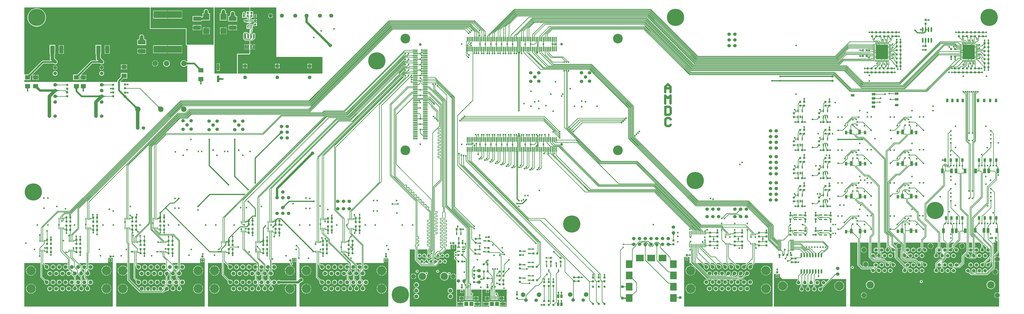
<source format=gtl>
G04*
G04 #@! TF.GenerationSoftware,Altium Limited,Altium Designer,18.0.12 (696)*
G04*
G04 Layer_Physical_Order=1*
G04 Layer_Color=255*
%FSLAX25Y25*%
%MOIN*%
G70*
G01*
G75*
%ADD10C,0.01000*%
%ADD11C,0.02000*%
%ADD26C,0.03000*%
%ADD30R,0.49213X0.12402*%
%ADD31R,0.13500X0.07500*%
%ADD32R,0.09000X0.07500*%
%ADD33R,0.07500X0.13500*%
%ADD34R,0.03937X0.06299*%
%ADD35R,0.06299X0.03937*%
%ADD36R,0.03740X0.03740*%
%ADD37R,0.03740X0.03740*%
%ADD38R,0.01654X0.03500*%
%ADD39R,0.03937X0.11811*%
%ADD40R,0.05000X0.08268*%
%ADD41R,0.01575X0.04803*%
%ADD42O,0.02362X0.08661*%
%ADD43R,0.10630X0.10630*%
%ADD44R,0.03937X0.05906*%
%ADD45R,0.02362X0.01968*%
%ADD46R,0.02441X0.04803*%
%ADD47R,0.01200X0.03200*%
%ADD48R,0.03200X0.01200*%
%ADD49R,0.11811X0.13780*%
%ADD50R,0.13780X0.11811*%
%ADD51R,0.08000X0.02000*%
%ADD52R,0.02000X0.08000*%
%ADD53O,0.02362X0.07874*%
%ADD54R,0.01575X0.05315*%
%ADD55R,0.05709X0.02165*%
%ADD56R,0.05709X0.02165*%
%ADD57R,0.05118X0.02362*%
%ADD58R,0.06299X0.05512*%
%ADD59R,0.09055X0.05118*%
%ADD60R,0.07087X0.07480*%
%ADD61R,0.02362X0.05118*%
%ADD62R,0.01181X0.06299*%
%ADD63O,0.06890X0.01181*%
%ADD64C,0.04000*%
%ADD80R,0.21693X0.25787*%
%ADD116C,0.03000*%
%ADD117C,0.06000*%
%ADD118C,0.00800*%
%ADD119C,0.01800*%
%ADD120C,0.01900*%
%ADD121R,0.06299X0.06299*%
%ADD122C,0.06299*%
%ADD123C,0.12795*%
%ADD124C,0.06000*%
%ADD125C,0.08858*%
%ADD126C,0.09449*%
%ADD127C,0.08200*%
%ADD128C,0.05000*%
%ADD129C,0.07000*%
%ADD130C,0.12800*%
%ADD131C,0.30000*%
%ADD132C,0.03937*%
%ADD133C,0.06700*%
%ADD134C,0.16000*%
%ADD135C,0.15748*%
%ADD136C,0.04598*%
%ADD137C,0.17000*%
%ADD138C,0.07874*%
%ADD139C,0.04000*%
%ADD140C,0.02500*%
G36*
X397693Y512144D02*
X397608Y512114D01*
X397533Y512064D01*
X397468Y511994D01*
X397413Y511904D01*
X397368Y511794D01*
X397333Y511664D01*
X397308Y511514D01*
X397293Y511344D01*
X397291Y511262D01*
X397293Y511178D01*
X397308Y511006D01*
X397333Y510854D01*
X397368Y510723D01*
X397413Y510611D01*
X397468Y510520D01*
X397533Y510450D01*
X397608Y510399D01*
X397693Y510369D01*
X397788Y510358D01*
X395788D01*
X395883Y510369D01*
X395968Y510399D01*
X396043Y510450D01*
X396108Y510520D01*
X396163Y510611D01*
X396208Y510723D01*
X396243Y510854D01*
X396268Y511006D01*
X396283Y511178D01*
X396285Y511262D01*
X396283Y511344D01*
X396268Y511514D01*
X396243Y511664D01*
X396208Y511794D01*
X396163Y511904D01*
X396108Y511994D01*
X396043Y512064D01*
X395968Y512114D01*
X395883Y512144D01*
X395788Y512154D01*
X397788D01*
X397693Y512144D01*
D02*
G37*
G36*
X391340D02*
X391255Y512114D01*
X391180Y512064D01*
X391115Y511994D01*
X391060Y511904D01*
X391015Y511794D01*
X390980Y511664D01*
X390955Y511514D01*
X390940Y511344D01*
X390938Y511262D01*
X390940Y511178D01*
X390955Y511006D01*
X390980Y510854D01*
X391015Y510723D01*
X391060Y510611D01*
X391115Y510520D01*
X391180Y510450D01*
X391255Y510399D01*
X391340Y510369D01*
X391435Y510358D01*
X389435D01*
X389530Y510369D01*
X389615Y510399D01*
X389690Y510450D01*
X389755Y510520D01*
X389810Y510611D01*
X389855Y510723D01*
X389890Y510854D01*
X389915Y511006D01*
X389930Y511178D01*
X389932Y511262D01*
X389930Y511344D01*
X389915Y511514D01*
X389890Y511664D01*
X389855Y511794D01*
X389810Y511904D01*
X389755Y511994D01*
X389690Y512064D01*
X389615Y512114D01*
X389530Y512144D01*
X389435Y512154D01*
X391435D01*
X391340Y512144D01*
D02*
G37*
G36*
X395868Y506644D02*
X395783Y506614D01*
X395708Y506564D01*
X395643Y506494D01*
X395588Y506404D01*
X395544Y506294D01*
X395509Y506164D01*
X395483Y506014D01*
X395468Y505844D01*
X395463Y505654D01*
X394463D01*
X394468Y505844D01*
X394482Y506014D01*
X394506Y506164D01*
X394538Y506294D01*
X394580Y506404D01*
X394631Y506494D01*
X394692Y506564D01*
X394762Y506614D01*
X394841Y506644D01*
X394930Y506654D01*
X395964D01*
X395868Y506644D01*
D02*
G37*
G36*
X392296D02*
X392298Y506614D01*
X392304Y506164D01*
X392305Y505654D01*
X391305D01*
X391300Y505844D01*
X391285Y506014D01*
X391260Y506164D01*
X391225Y506294D01*
X391180Y506404D01*
X391125Y506494D01*
X391060Y506564D01*
X390985Y506614D01*
X390900Y506644D01*
X390805Y506654D01*
X392293D01*
X392296Y506644D01*
D02*
G37*
G36*
X495207Y506396D02*
X495130Y506260D01*
X495063Y506093D01*
X495005Y505893D01*
X494955Y505662D01*
X494914Y505399D01*
X494861Y504777D01*
X494842Y504028D01*
X490842D01*
X490838Y504418D01*
X490770Y505399D01*
X490730Y505662D01*
X490681Y505893D01*
X490622Y506093D01*
X490555Y506260D01*
X490478Y506396D01*
X490392Y506500D01*
X495293D01*
X495207Y506396D01*
D02*
G37*
G36*
X395466Y503212D02*
X395488Y502892D01*
X395508Y502762D01*
X395532Y502652D01*
X395563Y502562D01*
X395598Y502492D01*
X395640Y502442D01*
X395687Y502412D01*
X395739Y502402D01*
X394188D01*
X394240Y502412D01*
X394287Y502442D01*
X394328Y502492D01*
X394364Y502562D01*
X394395Y502652D01*
X394419Y502762D01*
X394439Y502892D01*
X394453Y503042D01*
X394463Y503402D01*
X395463D01*
X395466Y503212D01*
D02*
G37*
G36*
X392310Y503211D02*
X392325Y503039D01*
X392350Y502888D01*
X392385Y502757D01*
X392430Y502645D01*
X392485Y502554D01*
X392550Y502483D01*
X392625Y502432D01*
X392710Y502401D01*
X392805Y502390D01*
X391629Y502402D01*
X391305Y503402D01*
X392305D01*
X392310Y503211D01*
D02*
G37*
G36*
X393374Y517281D02*
X393128Y516883D01*
X387388D01*
Y511142D01*
X387565D01*
Y505642D01*
X390276D01*
Y503414D01*
X388058D01*
Y502155D01*
X388023Y502140D01*
X387873Y502100D01*
X387661Y502065D01*
X387514Y502052D01*
X387356D01*
X386884Y502367D01*
X385908Y502561D01*
X384933Y502367D01*
X384106Y501815D01*
X383553Y500988D01*
X383359Y500012D01*
X383553Y499037D01*
X384106Y498210D01*
X384933Y497657D01*
X385908Y497463D01*
X386884Y497657D01*
X387337Y497960D01*
X387539Y497971D01*
X387661Y497960D01*
X387873Y497925D01*
X388023Y497885D01*
X388058Y497870D01*
Y496611D01*
X393374D01*
Y494628D01*
X391203D01*
X390618Y494512D01*
X390121Y494180D01*
X389536Y493595D01*
X389204Y493099D01*
X388058D01*
Y486296D01*
X393374D01*
Y477984D01*
X392874Y477832D01*
X392639Y478183D01*
X391918Y478665D01*
X391519Y478745D01*
X391515Y478746D01*
X391512Y478746D01*
X391067Y478835D01*
X391034Y478828D01*
X390896Y478945D01*
X389967Y479873D01*
X389471Y480205D01*
X388886Y480321D01*
X385163D01*
X384578Y480205D01*
X384082Y479873D01*
X382804Y478596D01*
X382473Y478099D01*
X382356Y477514D01*
Y469408D01*
X382473Y468823D01*
X382804Y468327D01*
X385582Y465549D01*
X386078Y465217D01*
X386663Y465101D01*
X393374D01*
Y457734D01*
X392883Y457713D01*
X392744Y458408D01*
X392351Y458997D01*
X391762Y459391D01*
X391567Y459430D01*
Y454564D01*
Y449697D01*
X391762Y449736D01*
X392351Y450130D01*
X392744Y450719D01*
X392883Y451414D01*
X393374Y451393D01*
Y442655D01*
X371691Y442655D01*
Y408009D01*
X332517Y408009D01*
Y523471D01*
X393374D01*
Y517281D01*
D02*
G37*
G36*
X389070Y498012D02*
X389050Y498202D01*
X388990Y498372D01*
X388890Y498522D01*
X388750Y498652D01*
X388570Y498762D01*
X388350Y498852D01*
X388090Y498922D01*
X387790Y498972D01*
X387557Y498993D01*
X386980Y498962D01*
Y501062D01*
X386998Y501053D01*
X387033Y501044D01*
X387085Y501037D01*
X387241Y501025D01*
X387402Y501021D01*
X387450Y501022D01*
X387790Y501052D01*
X388090Y501102D01*
X388350Y501172D01*
X388570Y501262D01*
X388750Y501372D01*
X388890Y501502D01*
X388990Y501652D01*
X389050Y501822D01*
X389070Y502012D01*
Y498012D01*
D02*
G37*
G36*
X1572368Y502405D02*
X1572398Y502320D01*
X1572448Y502245D01*
X1572518Y502180D01*
X1572608Y502125D01*
X1572718Y502080D01*
X1572848Y502045D01*
X1572998Y502020D01*
X1573168Y502005D01*
X1573358Y502000D01*
Y501000D01*
X1573168Y500995D01*
X1572998Y500980D01*
X1572848Y500955D01*
X1572718Y500920D01*
X1572608Y500875D01*
X1572518Y500820D01*
X1572448Y500755D01*
X1572398Y500680D01*
X1572368Y500595D01*
X1572358Y500500D01*
Y502500D01*
X1572368Y502405D01*
D02*
G37*
G36*
X1574929Y500450D02*
X1574819Y500555D01*
X1574707Y500648D01*
X1574590Y500731D01*
X1574471Y500802D01*
X1574349Y500863D01*
X1574222Y500912D01*
X1574093Y500950D01*
X1573961Y500978D01*
X1573825Y500994D01*
X1573686Y501000D01*
Y502000D01*
X1573825Y502005D01*
X1573961Y502022D01*
X1574093Y502049D01*
X1574222Y502088D01*
X1574349Y502138D01*
X1574471Y502198D01*
X1574590Y502270D01*
X1574707Y502352D01*
X1574819Y502446D01*
X1574929Y502550D01*
Y500450D01*
D02*
G37*
G36*
X1571430Y493297D02*
X1571345Y493267D01*
X1571270Y493216D01*
X1571205Y493146D01*
X1571150Y493054D01*
X1571105Y492943D01*
X1571070Y492812D01*
X1571045Y492660D01*
X1571030Y492488D01*
X1571025Y492296D01*
X1570025D01*
X1570020Y492488D01*
X1570005Y492660D01*
X1569980Y492812D01*
X1569945Y492943D01*
X1569900Y493054D01*
X1569845Y493146D01*
X1569780Y493216D01*
X1569705Y493267D01*
X1569620Y493297D01*
X1569525Y493307D01*
X1571525D01*
X1571430Y493297D01*
D02*
G37*
G36*
X401635Y492099D02*
X401625Y492194D01*
X401594Y492279D01*
X401544Y492354D01*
X401473Y492419D01*
X401382Y492474D01*
X401270Y492519D01*
X401139Y492554D01*
X400987Y492579D01*
X400815Y492594D01*
X400623Y492599D01*
Y493599D01*
X400815Y493604D01*
X400987Y493619D01*
X401139Y493644D01*
X401270Y493679D01*
X401382Y493724D01*
X401473Y493779D01*
X401544Y493844D01*
X401594Y493919D01*
X401625Y494004D01*
X401635Y494099D01*
Y492099D01*
D02*
G37*
G36*
X440000Y437236D02*
X520557Y437236D01*
X520556Y408000D01*
X373000D01*
Y441635D01*
X393374Y441635D01*
X393764Y441713D01*
X394095Y441934D01*
X394316Y442265D01*
X394394Y442655D01*
Y449881D01*
X394894Y450056D01*
X395372Y449736D01*
X395567Y449697D01*
Y454564D01*
Y459430D01*
X395372Y459391D01*
X394894Y459071D01*
X394394Y459247D01*
Y465101D01*
X397386D01*
X397971Y465217D01*
X398467Y465549D01*
X400921Y468004D01*
X401001Y468074D01*
X401028Y468095D01*
X401067Y468088D01*
X401512Y468176D01*
X401515Y468176D01*
X401519Y468178D01*
X401918Y468257D01*
X402639Y468739D01*
X403121Y469461D01*
X403291Y470312D01*
Y476611D01*
X403121Y477462D01*
X402639Y478183D01*
X401918Y478665D01*
X401067Y478835D01*
X400216Y478665D01*
X399494Y478183D01*
X399012Y477462D01*
X398843Y476611D01*
Y470682D01*
X398802Y470612D01*
X398791Y470606D01*
X398290Y470907D01*
Y476611D01*
X398121Y477462D01*
X397639Y478183D01*
X397611Y478202D01*
X397596Y478379D01*
Y481170D01*
X398604Y482178D01*
X398936Y482674D01*
X399052Y483259D01*
Y486296D01*
X399310D01*
Y487270D01*
X399318Y487308D01*
X399310Y487346D01*
Y491570D01*
X400611D01*
Y491031D01*
X406351D01*
Y496771D01*
X400611D01*
Y494628D01*
X394394D01*
Y496611D01*
X396751D01*
Y497011D01*
X397023D01*
Y500012D01*
Y503014D01*
X396751D01*
Y503414D01*
X396493D01*
Y505642D01*
X399658D01*
Y511142D01*
X399821D01*
Y516883D01*
X394827D01*
X394640Y516981D01*
X394394Y517281D01*
Y523471D01*
X440000D01*
X440000Y437236D01*
D02*
G37*
G36*
X1571029Y489882D02*
X1571069Y489418D01*
X1571103Y489230D01*
X1571147Y489070D01*
X1571201Y488940D01*
X1571265Y488839D01*
X1571338Y488766D01*
X1571422Y488723D01*
X1571515Y488708D01*
X1569534D01*
X1569627Y488723D01*
X1569711Y488766D01*
X1569784Y488839D01*
X1569848Y488940D01*
X1569902Y489070D01*
X1569946Y489230D01*
X1569981Y489418D01*
X1570005Y489635D01*
X1570020Y489882D01*
X1570025Y490157D01*
X1571025D01*
X1571029Y489882D01*
D02*
G37*
G36*
X395474Y487311D02*
X395411Y487284D01*
X395356Y487239D01*
X395308Y487178D01*
X395268Y487099D01*
X395235Y487002D01*
X395209Y486888D01*
X395191Y486756D01*
X395180Y486607D01*
X395176Y486441D01*
X394176D01*
X394188Y487308D01*
X395543Y487320D01*
X395474Y487311D01*
D02*
G37*
G36*
X398246Y487298D02*
X398199Y487268D01*
X398158Y487218D01*
X398122Y487148D01*
X398091Y487058D01*
X398067Y486948D01*
X398047Y486818D01*
X398034Y486668D01*
X398023Y486308D01*
X397023D01*
X397020Y486498D01*
X396998Y486818D01*
X396978Y486948D01*
X396954Y487058D01*
X396923Y487148D01*
X396888Y487218D01*
X396846Y487268D01*
X396799Y487298D01*
X396747Y487308D01*
X398298D01*
X398246Y487298D01*
D02*
G37*
G36*
X1574357Y483949D02*
X1574347Y484044D01*
X1574317Y484129D01*
X1574266Y484204D01*
X1574195Y484269D01*
X1574104Y484324D01*
X1573993Y484369D01*
X1573862Y484404D01*
X1573710Y484429D01*
X1573538Y484444D01*
X1573353Y484449D01*
X1573018Y484447D01*
X1572128Y484388D01*
X1572056Y484369D01*
X1571945Y484324D01*
X1571854Y484269D01*
X1571783Y484204D01*
X1571732Y484129D01*
X1571702Y484044D01*
X1571692Y483949D01*
Y484359D01*
X1571513Y484347D01*
X1571384Y484316D01*
X1571290Y484281D01*
X1571231Y484241D01*
Y485656D01*
X1571290Y485617D01*
X1571384Y485582D01*
X1571513Y485550D01*
X1571677Y485524D01*
X1571692Y485522D01*
Y485949D01*
X1571702Y485854D01*
X1571732Y485769D01*
X1571783Y485694D01*
X1571854Y485629D01*
X1571945Y485574D01*
X1572056Y485529D01*
X1572188Y485494D01*
X1572299Y485475D01*
X1573018Y485451D01*
X1573353Y485449D01*
X1573538Y485454D01*
X1573710Y485469D01*
X1573862Y485494D01*
X1573993Y485529D01*
X1574104Y485574D01*
X1574195Y485629D01*
X1574266Y485694D01*
X1574317Y485769D01*
X1574347Y485854D01*
X1574357Y485949D01*
Y483949D01*
D02*
G37*
G36*
X1563181Y485894D02*
X1563293Y485801D01*
X1563410Y485718D01*
X1563529Y485647D01*
X1563651Y485586D01*
X1563778Y485537D01*
X1563893Y485502D01*
X1563993Y485529D01*
X1564104Y485574D01*
X1564196Y485629D01*
X1564266Y485694D01*
X1564317Y485769D01*
X1564347Y485854D01*
X1564357Y485949D01*
Y483949D01*
X1564347Y484044D01*
X1564317Y484129D01*
X1564266Y484204D01*
X1564196Y484269D01*
X1564104Y484324D01*
X1563993Y484369D01*
X1563893Y484395D01*
X1563778Y484361D01*
X1563651Y484311D01*
X1563529Y484251D01*
X1563410Y484179D01*
X1563293Y484097D01*
X1563181Y484003D01*
X1563071Y483899D01*
Y485999D01*
X1563181Y485894D01*
D02*
G37*
G36*
X792982Y485395D02*
X793090Y485311D01*
X793203Y485237D01*
X793322Y485173D01*
X793446Y485119D01*
X793575Y485075D01*
X793710Y485041D01*
X793851Y485017D01*
X793997Y485003D01*
X794148Y485000D01*
X792663Y483515D01*
X792660Y483666D01*
X792646Y483812D01*
X792622Y483953D01*
X792588Y484088D01*
X792544Y484217D01*
X792490Y484341D01*
X792426Y484460D01*
X792352Y484573D01*
X792268Y484681D01*
X792173Y484783D01*
X792880Y485490D01*
X792982Y485395D01*
D02*
G37*
G36*
X778911Y484987D02*
X779018Y484902D01*
X779132Y484828D01*
X779250Y484764D01*
X779374Y484710D01*
X779504Y484666D01*
X779639Y484632D01*
X779779Y484608D01*
X779925Y484595D01*
X780076Y484591D01*
X778591Y483106D01*
X778588Y483257D01*
X778574Y483403D01*
X778550Y483544D01*
X778516Y483679D01*
X778473Y483808D01*
X778418Y483932D01*
X778354Y484051D01*
X778280Y484164D01*
X778196Y484272D01*
X778101Y484374D01*
X778808Y485081D01*
X778911Y484987D01*
D02*
G37*
G36*
X1553506Y483465D02*
X1553525Y483434D01*
X1553557Y483392D01*
X1553658Y483274D01*
X1554014Y482901D01*
X1554134Y482780D01*
X1552720Y481366D01*
X1552015Y482000D01*
X1553500Y483485D01*
X1553506Y483465D01*
D02*
G37*
G36*
X776365Y482441D02*
X776473Y482357D01*
X776586Y482282D01*
X776705Y482218D01*
X776829Y482164D01*
X776958Y482120D01*
X777093Y482086D01*
X777233Y482063D01*
X777379Y482049D01*
X777531Y482046D01*
X776046Y480561D01*
X776042Y480712D01*
X776028Y480858D01*
X776005Y480998D01*
X775971Y481133D01*
X775927Y481263D01*
X775873Y481387D01*
X775809Y481505D01*
X775735Y481618D01*
X775650Y481726D01*
X775556Y481828D01*
X776263Y482536D01*
X776365Y482441D01*
D02*
G37*
G36*
X1523429Y478950D02*
X1523319Y479054D01*
X1523207Y479148D01*
X1523090Y479230D01*
X1522971Y479302D01*
X1522849Y479362D01*
X1522723Y479412D01*
X1522593Y479451D01*
X1522461Y479478D01*
X1522325Y479494D01*
X1522255Y479497D01*
X1522168Y479495D01*
X1521998Y479480D01*
X1521848Y479455D01*
X1521718Y479420D01*
X1521608Y479375D01*
X1521518Y479320D01*
X1521448Y479255D01*
X1521398Y479180D01*
X1521368Y479095D01*
X1521358Y479000D01*
Y481000D01*
X1521368Y480905D01*
X1521398Y480820D01*
X1521448Y480745D01*
X1521518Y480680D01*
X1521608Y480625D01*
X1521718Y480580D01*
X1521848Y480545D01*
X1521998Y480520D01*
X1522168Y480505D01*
X1522255Y480503D01*
X1522325Y480506D01*
X1522461Y480522D01*
X1522593Y480549D01*
X1522723Y480588D01*
X1522849Y480638D01*
X1522971Y480698D01*
X1523090Y480769D01*
X1523207Y480852D01*
X1523319Y480945D01*
X1523429Y481050D01*
Y478950D01*
D02*
G37*
G36*
X1570830Y480660D02*
X1570788Y480642D01*
X1570720Y480597D01*
X1570627Y480523D01*
X1570366Y480292D01*
X1569268Y479227D01*
X1567931Y480718D01*
X1568287Y481088D01*
X1568857Y481771D01*
X1569071Y482083D01*
X1569238Y482375D01*
X1569357Y482648D01*
X1569428Y482902D01*
X1569452Y483136D01*
X1569428Y483351D01*
X1569357Y483546D01*
X1570830Y480660D01*
D02*
G37*
G36*
X1672368Y480905D02*
X1672398Y480820D01*
X1672448Y480745D01*
X1672518Y480680D01*
X1672608Y480625D01*
X1672718Y480580D01*
X1672848Y480545D01*
X1672998Y480520D01*
X1673168Y480505D01*
X1673358Y480500D01*
Y479500D01*
X1673168Y479495D01*
X1672998Y479480D01*
X1672848Y479455D01*
X1672718Y479420D01*
X1672608Y479375D01*
X1672518Y479320D01*
X1672448Y479255D01*
X1672398Y479180D01*
X1672368Y479095D01*
X1672358Y479000D01*
Y481000D01*
X1672368Y480905D01*
D02*
G37*
G36*
X1668654Y479000D02*
X1668644Y479095D01*
X1668613Y479180D01*
X1668563Y479255D01*
X1668492Y479320D01*
X1668401Y479375D01*
X1668290Y479420D01*
X1668158Y479455D01*
X1668006Y479480D01*
X1667834Y479495D01*
X1667642Y479500D01*
Y480500D01*
X1667834Y480505D01*
X1668006Y480520D01*
X1668158Y480545D01*
X1668290Y480580D01*
X1668401Y480625D01*
X1668492Y480680D01*
X1668563Y480745D01*
X1668613Y480820D01*
X1668644Y480905D01*
X1668654Y481000D01*
Y479000D01*
D02*
G37*
G36*
X1665368Y480905D02*
X1665398Y480820D01*
X1665448Y480745D01*
X1665518Y480680D01*
X1665608Y480625D01*
X1665718Y480580D01*
X1665848Y480545D01*
X1665998Y480520D01*
X1666168Y480505D01*
X1666358Y480500D01*
Y479500D01*
X1666168Y479495D01*
X1665998Y479480D01*
X1665848Y479455D01*
X1665718Y479420D01*
X1665608Y479375D01*
X1665518Y479320D01*
X1665448Y479255D01*
X1665398Y479180D01*
X1665368Y479095D01*
X1665358Y479000D01*
Y481000D01*
X1665368Y480905D01*
D02*
G37*
G36*
X1661654Y479000D02*
X1661644Y479095D01*
X1661613Y479180D01*
X1661563Y479255D01*
X1661492Y479320D01*
X1661401Y479375D01*
X1661290Y479420D01*
X1661158Y479455D01*
X1661006Y479480D01*
X1660834Y479495D01*
X1660642Y479500D01*
Y480500D01*
X1660834Y480505D01*
X1661006Y480520D01*
X1661158Y480545D01*
X1661290Y480580D01*
X1661401Y480625D01*
X1661492Y480680D01*
X1661563Y480745D01*
X1661613Y480820D01*
X1661644Y480905D01*
X1661654Y481000D01*
Y479000D01*
D02*
G37*
G36*
X1658368Y480905D02*
X1658398Y480820D01*
X1658448Y480745D01*
X1658518Y480680D01*
X1658608Y480625D01*
X1658718Y480580D01*
X1658848Y480545D01*
X1658998Y480520D01*
X1659168Y480505D01*
X1659358Y480500D01*
Y479500D01*
X1659168Y479495D01*
X1658998Y479480D01*
X1658848Y479455D01*
X1658718Y479420D01*
X1658608Y479375D01*
X1658518Y479320D01*
X1658448Y479255D01*
X1658398Y479180D01*
X1658368Y479095D01*
X1658358Y479000D01*
Y481000D01*
X1658368Y480905D01*
D02*
G37*
G36*
X1654654Y479000D02*
X1654644Y479095D01*
X1654613Y479180D01*
X1654563Y479255D01*
X1654492Y479320D01*
X1654401Y479375D01*
X1654290Y479420D01*
X1654158Y479455D01*
X1654006Y479480D01*
X1653834Y479495D01*
X1653642Y479500D01*
Y480500D01*
X1653834Y480505D01*
X1654006Y480520D01*
X1654158Y480545D01*
X1654290Y480580D01*
X1654401Y480625D01*
X1654492Y480680D01*
X1654563Y480745D01*
X1654613Y480820D01*
X1654644Y480905D01*
X1654654Y481000D01*
Y479000D01*
D02*
G37*
G36*
X1651368Y480905D02*
X1651398Y480820D01*
X1651448Y480745D01*
X1651518Y480680D01*
X1651608Y480625D01*
X1651718Y480580D01*
X1651848Y480545D01*
X1651998Y480520D01*
X1652168Y480505D01*
X1652358Y480500D01*
Y479500D01*
X1652168Y479495D01*
X1651998Y479480D01*
X1651848Y479455D01*
X1651718Y479420D01*
X1651608Y479375D01*
X1651518Y479320D01*
X1651448Y479255D01*
X1651398Y479180D01*
X1651368Y479095D01*
X1651358Y479000D01*
Y481000D01*
X1651368Y480905D01*
D02*
G37*
G36*
X1647654Y479000D02*
X1647644Y479095D01*
X1647613Y479180D01*
X1647563Y479255D01*
X1647492Y479320D01*
X1647401Y479375D01*
X1647290Y479420D01*
X1647158Y479455D01*
X1647006Y479480D01*
X1646834Y479495D01*
X1646642Y479500D01*
Y480500D01*
X1646834Y480505D01*
X1647006Y480520D01*
X1647158Y480545D01*
X1647290Y480580D01*
X1647401Y480625D01*
X1647492Y480680D01*
X1647563Y480745D01*
X1647613Y480820D01*
X1647644Y480905D01*
X1647654Y481000D01*
Y479000D01*
D02*
G37*
G36*
X1644368Y480905D02*
X1644398Y480820D01*
X1644448Y480745D01*
X1644518Y480680D01*
X1644608Y480625D01*
X1644718Y480580D01*
X1644848Y480545D01*
X1644998Y480520D01*
X1645168Y480505D01*
X1645358Y480500D01*
Y479500D01*
X1645168Y479495D01*
X1644998Y479480D01*
X1644848Y479455D01*
X1644718Y479420D01*
X1644608Y479375D01*
X1644518Y479320D01*
X1644448Y479255D01*
X1644398Y479180D01*
X1644368Y479095D01*
X1644358Y479000D01*
Y481000D01*
X1644368Y480905D01*
D02*
G37*
G36*
X1640654Y479000D02*
X1640644Y479095D01*
X1640613Y479180D01*
X1640563Y479255D01*
X1640492Y479320D01*
X1640401Y479375D01*
X1640290Y479420D01*
X1640158Y479455D01*
X1640006Y479480D01*
X1639834Y479495D01*
X1639642Y479500D01*
Y480500D01*
X1639834Y480505D01*
X1640006Y480520D01*
X1640158Y480545D01*
X1640290Y480580D01*
X1640401Y480625D01*
X1640492Y480680D01*
X1640563Y480745D01*
X1640613Y480820D01*
X1640644Y480905D01*
X1640654Y481000D01*
Y479000D01*
D02*
G37*
G36*
X1637368Y480905D02*
X1637398Y480820D01*
X1637448Y480745D01*
X1637518Y480680D01*
X1637608Y480625D01*
X1637718Y480580D01*
X1637848Y480545D01*
X1637998Y480520D01*
X1638168Y480505D01*
X1638358Y480500D01*
Y479500D01*
X1638168Y479495D01*
X1637998Y479480D01*
X1637848Y479455D01*
X1637718Y479420D01*
X1637608Y479375D01*
X1637518Y479320D01*
X1637448Y479255D01*
X1637398Y479180D01*
X1637368Y479095D01*
X1637358Y479000D01*
Y481000D01*
X1637368Y480905D01*
D02*
G37*
G36*
X1633654Y479000D02*
X1633644Y479095D01*
X1633613Y479180D01*
X1633563Y479255D01*
X1633492Y479320D01*
X1633401Y479375D01*
X1633290Y479420D01*
X1633158Y479455D01*
X1633006Y479480D01*
X1632834Y479495D01*
X1632642Y479500D01*
Y480500D01*
X1632834Y480505D01*
X1633006Y480520D01*
X1633158Y480545D01*
X1633290Y480580D01*
X1633401Y480625D01*
X1633492Y480680D01*
X1633563Y480745D01*
X1633613Y480820D01*
X1633644Y480905D01*
X1633654Y481000D01*
Y479000D01*
D02*
G37*
G36*
X1630368Y480905D02*
X1630398Y480820D01*
X1630448Y480745D01*
X1630518Y480680D01*
X1630608Y480625D01*
X1630718Y480580D01*
X1630848Y480545D01*
X1630998Y480520D01*
X1631168Y480505D01*
X1631358Y480500D01*
Y479500D01*
X1631168Y479495D01*
X1630998Y479480D01*
X1630848Y479455D01*
X1630718Y479420D01*
X1630608Y479375D01*
X1630518Y479320D01*
X1630448Y479255D01*
X1630398Y479180D01*
X1630368Y479095D01*
X1630358Y479000D01*
Y481000D01*
X1630368Y480905D01*
D02*
G37*
G36*
X1626654Y479000D02*
X1626644Y479095D01*
X1626613Y479180D01*
X1626563Y479255D01*
X1626492Y479320D01*
X1626401Y479375D01*
X1626290Y479420D01*
X1626158Y479455D01*
X1626006Y479480D01*
X1625834Y479495D01*
X1625642Y479500D01*
Y480500D01*
X1625834Y480505D01*
X1626006Y480520D01*
X1626158Y480545D01*
X1626290Y480580D01*
X1626401Y480625D01*
X1626492Y480680D01*
X1626563Y480745D01*
X1626613Y480820D01*
X1626644Y480905D01*
X1626654Y481000D01*
Y479000D01*
D02*
G37*
G36*
X1517654D02*
X1517644Y479095D01*
X1517613Y479180D01*
X1517563Y479255D01*
X1517492Y479320D01*
X1517401Y479375D01*
X1517290Y479420D01*
X1517158Y479455D01*
X1517006Y479480D01*
X1516834Y479495D01*
X1516642Y479500D01*
Y480500D01*
X1516834Y480505D01*
X1517006Y480520D01*
X1517158Y480545D01*
X1517290Y480580D01*
X1517401Y480625D01*
X1517492Y480680D01*
X1517563Y480745D01*
X1517613Y480820D01*
X1517644Y480905D01*
X1517654Y481000D01*
Y479000D01*
D02*
G37*
G36*
X1514368Y480905D02*
X1514398Y480820D01*
X1514448Y480745D01*
X1514518Y480680D01*
X1514608Y480625D01*
X1514718Y480580D01*
X1514848Y480545D01*
X1514998Y480520D01*
X1515168Y480505D01*
X1515358Y480500D01*
Y479500D01*
X1515168Y479495D01*
X1514998Y479480D01*
X1514848Y479455D01*
X1514718Y479420D01*
X1514608Y479375D01*
X1514518Y479320D01*
X1514448Y479255D01*
X1514398Y479180D01*
X1514368Y479095D01*
X1514358Y479000D01*
Y481000D01*
X1514368Y480905D01*
D02*
G37*
G36*
X1510654Y479000D02*
X1510644Y479095D01*
X1510613Y479180D01*
X1510563Y479255D01*
X1510492Y479320D01*
X1510401Y479375D01*
X1510290Y479420D01*
X1510158Y479455D01*
X1510006Y479480D01*
X1509834Y479495D01*
X1509642Y479500D01*
Y480500D01*
X1509834Y480505D01*
X1510006Y480520D01*
X1510158Y480545D01*
X1510290Y480580D01*
X1510401Y480625D01*
X1510492Y480680D01*
X1510563Y480745D01*
X1510613Y480820D01*
X1510644Y480905D01*
X1510654Y481000D01*
Y479000D01*
D02*
G37*
G36*
X1507368Y480905D02*
X1507398Y480820D01*
X1507448Y480745D01*
X1507518Y480680D01*
X1507608Y480625D01*
X1507718Y480580D01*
X1507848Y480545D01*
X1507998Y480520D01*
X1508168Y480505D01*
X1508358Y480500D01*
Y479500D01*
X1508168Y479495D01*
X1507998Y479480D01*
X1507848Y479455D01*
X1507718Y479420D01*
X1507608Y479375D01*
X1507518Y479320D01*
X1507448Y479255D01*
X1507398Y479180D01*
X1507368Y479095D01*
X1507358Y479000D01*
Y481000D01*
X1507368Y480905D01*
D02*
G37*
G36*
X1503654Y479000D02*
X1503644Y479095D01*
X1503613Y479180D01*
X1503563Y479255D01*
X1503492Y479320D01*
X1503401Y479375D01*
X1503290Y479420D01*
X1503158Y479455D01*
X1503006Y479480D01*
X1502834Y479495D01*
X1502642Y479500D01*
Y480500D01*
X1502834Y480505D01*
X1503006Y480520D01*
X1503158Y480545D01*
X1503290Y480580D01*
X1503401Y480625D01*
X1503492Y480680D01*
X1503563Y480745D01*
X1503613Y480820D01*
X1503644Y480905D01*
X1503654Y481000D01*
Y479000D01*
D02*
G37*
G36*
X1500368Y480905D02*
X1500398Y480820D01*
X1500448Y480745D01*
X1500518Y480680D01*
X1500608Y480625D01*
X1500718Y480580D01*
X1500848Y480545D01*
X1500998Y480520D01*
X1501168Y480505D01*
X1501358Y480500D01*
Y479500D01*
X1501168Y479495D01*
X1500998Y479480D01*
X1500848Y479455D01*
X1500718Y479420D01*
X1500608Y479375D01*
X1500518Y479320D01*
X1500448Y479255D01*
X1500398Y479180D01*
X1500368Y479095D01*
X1500358Y479000D01*
Y481000D01*
X1500368Y480905D01*
D02*
G37*
G36*
X1496654Y479000D02*
X1496644Y479095D01*
X1496613Y479180D01*
X1496563Y479255D01*
X1496492Y479320D01*
X1496401Y479375D01*
X1496290Y479420D01*
X1496158Y479455D01*
X1496006Y479480D01*
X1495834Y479495D01*
X1495642Y479500D01*
Y480500D01*
X1495834Y480505D01*
X1496006Y480520D01*
X1496158Y480545D01*
X1496290Y480580D01*
X1496401Y480625D01*
X1496492Y480680D01*
X1496563Y480745D01*
X1496613Y480820D01*
X1496644Y480905D01*
X1496654Y481000D01*
Y479000D01*
D02*
G37*
G36*
X1493368Y480905D02*
X1493398Y480820D01*
X1493448Y480745D01*
X1493518Y480680D01*
X1493608Y480625D01*
X1493718Y480580D01*
X1493848Y480545D01*
X1493998Y480520D01*
X1494168Y480505D01*
X1494358Y480500D01*
Y479500D01*
X1494168Y479495D01*
X1493998Y479480D01*
X1493848Y479455D01*
X1493718Y479420D01*
X1493608Y479375D01*
X1493518Y479320D01*
X1493448Y479255D01*
X1493398Y479180D01*
X1493368Y479095D01*
X1493358Y479000D01*
Y481000D01*
X1493368Y480905D01*
D02*
G37*
G36*
X1489654Y479000D02*
X1489644Y479095D01*
X1489613Y479180D01*
X1489563Y479255D01*
X1489492Y479320D01*
X1489401Y479375D01*
X1489290Y479420D01*
X1489158Y479455D01*
X1489006Y479480D01*
X1488834Y479495D01*
X1488642Y479500D01*
Y480500D01*
X1488834Y480505D01*
X1489006Y480520D01*
X1489158Y480545D01*
X1489290Y480580D01*
X1489401Y480625D01*
X1489492Y480680D01*
X1489563Y480745D01*
X1489613Y480820D01*
X1489644Y480905D01*
X1489654Y481000D01*
Y479000D01*
D02*
G37*
G36*
X1486368Y480905D02*
X1486398Y480820D01*
X1486448Y480745D01*
X1486518Y480680D01*
X1486608Y480625D01*
X1486718Y480580D01*
X1486848Y480545D01*
X1486998Y480520D01*
X1487168Y480505D01*
X1487358Y480500D01*
Y479500D01*
X1487168Y479495D01*
X1486998Y479480D01*
X1486848Y479455D01*
X1486718Y479420D01*
X1486608Y479375D01*
X1486518Y479320D01*
X1486448Y479255D01*
X1486398Y479180D01*
X1486368Y479095D01*
X1486358Y479000D01*
Y481000D01*
X1486368Y480905D01*
D02*
G37*
G36*
X1482654Y479000D02*
X1482644Y479095D01*
X1482613Y479180D01*
X1482563Y479255D01*
X1482492Y479320D01*
X1482401Y479375D01*
X1482290Y479420D01*
X1482158Y479455D01*
X1482006Y479480D01*
X1481834Y479495D01*
X1481642Y479500D01*
Y480500D01*
X1481834Y480505D01*
X1482006Y480520D01*
X1482158Y480545D01*
X1482290Y480580D01*
X1482401Y480625D01*
X1482492Y480680D01*
X1482563Y480745D01*
X1482613Y480820D01*
X1482644Y480905D01*
X1482654Y481000D01*
Y479000D01*
D02*
G37*
G36*
X1479368Y480905D02*
X1479398Y480820D01*
X1479448Y480745D01*
X1479518Y480680D01*
X1479608Y480625D01*
X1479718Y480580D01*
X1479848Y480545D01*
X1479998Y480520D01*
X1480168Y480505D01*
X1480358Y480500D01*
Y479500D01*
X1480168Y479495D01*
X1479998Y479480D01*
X1479848Y479455D01*
X1479718Y479420D01*
X1479608Y479375D01*
X1479518Y479320D01*
X1479448Y479255D01*
X1479398Y479180D01*
X1479368Y479095D01*
X1479358Y479000D01*
Y481000D01*
X1479368Y480905D01*
D02*
G37*
G36*
X1473696Y480945D02*
X1473809Y480852D01*
X1473925Y480769D01*
X1474045Y480698D01*
X1474167Y480638D01*
X1474293Y480588D01*
X1474422Y480549D01*
X1474555Y480522D01*
X1474691Y480506D01*
X1474755Y480503D01*
X1474834Y480505D01*
X1475006Y480520D01*
X1475158Y480545D01*
X1475290Y480580D01*
X1475401Y480625D01*
X1475492Y480680D01*
X1475563Y480745D01*
X1475613Y480820D01*
X1475644Y480905D01*
X1475654Y481000D01*
Y479000D01*
X1475644Y479095D01*
X1475613Y479180D01*
X1475563Y479255D01*
X1475492Y479320D01*
X1475401Y479375D01*
X1475290Y479420D01*
X1475158Y479455D01*
X1475006Y479480D01*
X1474834Y479495D01*
X1474755Y479497D01*
X1474691Y479494D01*
X1474555Y479478D01*
X1474422Y479451D01*
X1474293Y479412D01*
X1474167Y479362D01*
X1474045Y479302D01*
X1473925Y479230D01*
X1473809Y479148D01*
X1473696Y479054D01*
X1473587Y478950D01*
Y481050D01*
X1473696Y480945D01*
D02*
G37*
G36*
X1674929Y478950D02*
X1674819Y479054D01*
X1674707Y479148D01*
X1674590Y479230D01*
X1674471Y479302D01*
X1674348Y479362D01*
X1674223Y479412D01*
X1674093Y479451D01*
X1673961Y479478D01*
X1673825Y479494D01*
X1673686Y479500D01*
Y480500D01*
X1673825Y480506D01*
X1673961Y480522D01*
X1674093Y480549D01*
X1674223Y480588D01*
X1674348Y480638D01*
X1674471Y480698D01*
X1674590Y480769D01*
X1674707Y480852D01*
X1674819Y480945D01*
X1674929Y481050D01*
Y478950D01*
D02*
G37*
G36*
X1624181Y480945D02*
X1624293Y480852D01*
X1624409Y480769D01*
X1624529Y480698D01*
X1624652Y480638D01*
X1624777Y480588D01*
X1624907Y480549D01*
X1625039Y480522D01*
X1625175Y480506D01*
X1625314Y480500D01*
Y479500D01*
X1625175Y479494D01*
X1625039Y479478D01*
X1624907Y479451D01*
X1624777Y479412D01*
X1624652Y479362D01*
X1624529Y479302D01*
X1624409Y479230D01*
X1624293Y479148D01*
X1624181Y479054D01*
X1624071Y478950D01*
Y481050D01*
X1624181Y480945D01*
D02*
G37*
G36*
X773819Y479895D02*
X773927Y479811D01*
X774040Y479737D01*
X774159Y479673D01*
X774283Y479619D01*
X774412Y479575D01*
X774547Y479541D01*
X774688Y479517D01*
X774834Y479503D01*
X774985Y479500D01*
X773500Y478015D01*
X773497Y478166D01*
X773483Y478312D01*
X773459Y478453D01*
X773425Y478587D01*
X773381Y478717D01*
X773327Y478841D01*
X773263Y478960D01*
X773189Y479073D01*
X773104Y479181D01*
X773010Y479283D01*
X773717Y479990D01*
X773819Y479895D01*
D02*
G37*
G36*
X396572Y478394D02*
X396611Y477930D01*
X396645Y477742D01*
X396689Y477583D01*
X396743Y477453D01*
X396807Y477351D01*
X396881Y477279D01*
X396964Y477235D01*
X397057Y477221D01*
X395076D01*
X395169Y477235D01*
X395253Y477279D01*
X395326Y477351D01*
X395390Y477453D01*
X395444Y477583D01*
X395488Y477742D01*
X395522Y477930D01*
X395547Y478148D01*
X395562Y478394D01*
X395567Y478669D01*
X396567D01*
X396572Y478394D01*
D02*
G37*
G36*
X390161Y478230D02*
X390515Y477932D01*
X390672Y477824D01*
X390815Y477743D01*
X390946Y477689D01*
X391063Y477661D01*
X391167Y477661D01*
X391258Y477688D01*
X391336Y477742D01*
X389899Y476376D01*
X389957Y476450D01*
X389988Y476538D01*
X389991Y476639D01*
X389968Y476752D01*
X389917Y476880D01*
X389839Y477020D01*
X389735Y477173D01*
X389603Y477340D01*
X389444Y477520D01*
X389258Y477713D01*
X389965Y478420D01*
X390161Y478230D01*
D02*
G37*
G36*
X804117Y476275D02*
X804134Y476139D01*
X804161Y476007D01*
X804200Y475878D01*
X804249Y475751D01*
X804310Y475629D01*
X804381Y475510D01*
X804464Y475393D01*
X804557Y475281D01*
X804662Y475171D01*
X802562D01*
X802666Y475281D01*
X802760Y475393D01*
X802842Y475510D01*
X802914Y475629D01*
X802974Y475751D01*
X803024Y475878D01*
X803062Y476007D01*
X803090Y476139D01*
X803106Y476275D01*
X803112Y476414D01*
X804112D01*
X804117Y476275D01*
D02*
G37*
G36*
X794668D02*
X794685Y476139D01*
X794712Y476007D01*
X794751Y475878D01*
X794801Y475751D01*
X794861Y475629D01*
X794933Y475510D01*
X795015Y475393D01*
X795109Y475281D01*
X795213Y475171D01*
X793113D01*
X793218Y475281D01*
X793311Y475393D01*
X793394Y475510D01*
X793465Y475629D01*
X793526Y475751D01*
X793575Y475878D01*
X793613Y476007D01*
X793641Y476139D01*
X793657Y476275D01*
X793663Y476414D01*
X794663D01*
X794668Y476275D01*
D02*
G37*
G36*
X1523429Y472257D02*
X1523319Y472362D01*
X1523207Y472455D01*
X1523090Y472538D01*
X1522971Y472609D01*
X1522849Y472670D01*
X1522723Y472719D01*
X1522593Y472758D01*
X1522461Y472785D01*
X1522325Y472802D01*
X1522255Y472804D01*
X1522168Y472802D01*
X1521998Y472787D01*
X1521848Y472762D01*
X1521718Y472727D01*
X1521608Y472682D01*
X1521518Y472627D01*
X1521448Y472562D01*
X1521398Y472487D01*
X1521368Y472402D01*
X1521358Y472307D01*
Y474307D01*
X1521368Y474212D01*
X1521398Y474127D01*
X1521448Y474052D01*
X1521518Y473987D01*
X1521608Y473932D01*
X1521718Y473887D01*
X1521848Y473852D01*
X1521998Y473827D01*
X1522168Y473812D01*
X1522255Y473810D01*
X1522325Y473813D01*
X1522461Y473829D01*
X1522593Y473857D01*
X1522723Y473895D01*
X1522849Y473945D01*
X1522971Y474005D01*
X1523090Y474077D01*
X1523207Y474159D01*
X1523319Y474253D01*
X1523429Y474357D01*
Y472257D01*
D02*
G37*
G36*
X1672368Y474212D02*
X1672398Y474127D01*
X1672448Y474052D01*
X1672518Y473987D01*
X1672608Y473932D01*
X1672718Y473887D01*
X1672848Y473852D01*
X1672998Y473827D01*
X1673168Y473812D01*
X1673358Y473807D01*
Y472807D01*
X1673168Y472802D01*
X1672998Y472787D01*
X1672848Y472762D01*
X1672718Y472727D01*
X1672608Y472682D01*
X1672518Y472627D01*
X1672448Y472562D01*
X1672398Y472487D01*
X1672368Y472402D01*
X1672358Y472307D01*
Y474307D01*
X1672368Y474212D01*
D02*
G37*
G36*
X1668654Y472307D02*
X1668644Y472402D01*
X1668613Y472487D01*
X1668563Y472562D01*
X1668492Y472627D01*
X1668401Y472682D01*
X1668290Y472727D01*
X1668158Y472762D01*
X1668006Y472787D01*
X1667834Y472802D01*
X1667642Y472807D01*
Y473807D01*
X1667834Y473812D01*
X1668006Y473827D01*
X1668158Y473852D01*
X1668290Y473887D01*
X1668401Y473932D01*
X1668492Y473987D01*
X1668563Y474052D01*
X1668613Y474127D01*
X1668644Y474212D01*
X1668654Y474307D01*
Y472307D01*
D02*
G37*
G36*
X1665368Y474212D02*
X1665398Y474127D01*
X1665448Y474052D01*
X1665518Y473987D01*
X1665608Y473932D01*
X1665718Y473887D01*
X1665848Y473852D01*
X1665998Y473827D01*
X1666168Y473812D01*
X1666358Y473807D01*
Y472807D01*
X1666168Y472802D01*
X1665998Y472787D01*
X1665848Y472762D01*
X1665718Y472727D01*
X1665608Y472682D01*
X1665518Y472627D01*
X1665448Y472562D01*
X1665398Y472487D01*
X1665368Y472402D01*
X1665358Y472307D01*
Y474307D01*
X1665368Y474212D01*
D02*
G37*
G36*
X1654654Y472307D02*
X1654644Y472402D01*
X1654613Y472487D01*
X1654563Y472562D01*
X1654492Y472627D01*
X1654401Y472682D01*
X1654290Y472727D01*
X1654158Y472762D01*
X1654006Y472787D01*
X1653834Y472802D01*
X1653642Y472807D01*
Y473807D01*
X1653834Y473812D01*
X1654006Y473827D01*
X1654158Y473852D01*
X1654290Y473887D01*
X1654401Y473932D01*
X1654492Y473987D01*
X1654563Y474052D01*
X1654613Y474127D01*
X1654644Y474212D01*
X1654654Y474307D01*
Y472307D01*
D02*
G37*
G36*
X1651368Y474212D02*
X1651398Y474127D01*
X1651448Y474052D01*
X1651518Y473987D01*
X1651608Y473932D01*
X1651718Y473887D01*
X1651848Y473852D01*
X1651998Y473827D01*
X1652168Y473812D01*
X1652358Y473807D01*
Y472807D01*
X1652168Y472802D01*
X1651998Y472787D01*
X1651848Y472762D01*
X1651718Y472727D01*
X1651608Y472682D01*
X1651518Y472627D01*
X1651448Y472562D01*
X1651398Y472487D01*
X1651368Y472402D01*
X1651358Y472307D01*
Y474307D01*
X1651368Y474212D01*
D02*
G37*
G36*
X1640654Y472307D02*
X1640644Y472402D01*
X1640613Y472487D01*
X1640563Y472562D01*
X1640492Y472627D01*
X1640401Y472682D01*
X1640290Y472727D01*
X1640158Y472762D01*
X1640006Y472787D01*
X1639834Y472802D01*
X1639642Y472807D01*
Y473807D01*
X1639834Y473812D01*
X1640006Y473827D01*
X1640158Y473852D01*
X1640290Y473887D01*
X1640401Y473932D01*
X1640492Y473987D01*
X1640563Y474052D01*
X1640613Y474127D01*
X1640644Y474212D01*
X1640654Y474307D01*
Y472307D01*
D02*
G37*
G36*
X1637368Y474212D02*
X1637398Y474127D01*
X1637448Y474052D01*
X1637518Y473987D01*
X1637608Y473932D01*
X1637718Y473887D01*
X1637848Y473852D01*
X1637998Y473827D01*
X1638168Y473812D01*
X1638358Y473807D01*
Y472807D01*
X1638168Y472802D01*
X1637998Y472787D01*
X1637848Y472762D01*
X1637718Y472727D01*
X1637608Y472682D01*
X1637518Y472627D01*
X1637448Y472562D01*
X1637398Y472487D01*
X1637368Y472402D01*
X1637358Y472307D01*
Y474307D01*
X1637368Y474212D01*
D02*
G37*
G36*
X1517654Y472307D02*
X1517644Y472402D01*
X1517613Y472487D01*
X1517563Y472562D01*
X1517492Y472627D01*
X1517401Y472682D01*
X1517290Y472727D01*
X1517158Y472762D01*
X1517006Y472787D01*
X1516834Y472802D01*
X1516642Y472807D01*
Y473807D01*
X1516834Y473812D01*
X1517006Y473827D01*
X1517158Y473852D01*
X1517290Y473887D01*
X1517401Y473932D01*
X1517492Y473987D01*
X1517563Y474052D01*
X1517613Y474127D01*
X1517644Y474212D01*
X1517654Y474307D01*
Y472307D01*
D02*
G37*
G36*
X1514368Y474212D02*
X1514398Y474127D01*
X1514448Y474052D01*
X1514518Y473987D01*
X1514608Y473932D01*
X1514718Y473887D01*
X1514848Y473852D01*
X1514998Y473827D01*
X1515168Y473812D01*
X1515358Y473807D01*
Y472807D01*
X1515168Y472802D01*
X1514998Y472787D01*
X1514848Y472762D01*
X1514718Y472727D01*
X1514608Y472682D01*
X1514518Y472627D01*
X1514448Y472562D01*
X1514398Y472487D01*
X1514368Y472402D01*
X1514358Y472307D01*
Y474307D01*
X1514368Y474212D01*
D02*
G37*
G36*
X1503654Y472307D02*
X1503644Y472402D01*
X1503613Y472487D01*
X1503563Y472562D01*
X1503492Y472627D01*
X1503401Y472682D01*
X1503290Y472727D01*
X1503158Y472762D01*
X1503006Y472787D01*
X1502834Y472802D01*
X1502642Y472807D01*
Y473807D01*
X1502834Y473812D01*
X1503006Y473827D01*
X1503158Y473852D01*
X1503290Y473887D01*
X1503401Y473932D01*
X1503492Y473987D01*
X1503563Y474052D01*
X1503613Y474127D01*
X1503644Y474212D01*
X1503654Y474307D01*
Y472307D01*
D02*
G37*
G36*
X1500368Y474212D02*
X1500398Y474127D01*
X1500448Y474052D01*
X1500518Y473987D01*
X1500608Y473932D01*
X1500718Y473887D01*
X1500848Y473852D01*
X1500998Y473827D01*
X1501168Y473812D01*
X1501358Y473807D01*
Y472807D01*
X1501168Y472802D01*
X1500998Y472787D01*
X1500848Y472762D01*
X1500718Y472727D01*
X1500608Y472682D01*
X1500518Y472627D01*
X1500448Y472562D01*
X1500398Y472487D01*
X1500368Y472402D01*
X1500358Y472307D01*
Y474307D01*
X1500368Y474212D01*
D02*
G37*
G36*
X1489654Y472307D02*
X1489644Y472402D01*
X1489613Y472487D01*
X1489563Y472562D01*
X1489492Y472627D01*
X1489401Y472682D01*
X1489290Y472727D01*
X1489158Y472762D01*
X1489006Y472787D01*
X1488834Y472802D01*
X1488642Y472807D01*
Y473807D01*
X1488834Y473812D01*
X1489006Y473827D01*
X1489158Y473852D01*
X1489290Y473887D01*
X1489401Y473932D01*
X1489492Y473987D01*
X1489563Y474052D01*
X1489613Y474127D01*
X1489644Y474212D01*
X1489654Y474307D01*
Y472307D01*
D02*
G37*
G36*
X1486368Y474212D02*
X1486398Y474127D01*
X1486448Y474052D01*
X1486518Y473987D01*
X1486608Y473932D01*
X1486718Y473887D01*
X1486848Y473852D01*
X1486998Y473827D01*
X1487168Y473812D01*
X1487358Y473807D01*
Y472807D01*
X1487168Y472802D01*
X1486998Y472787D01*
X1486848Y472762D01*
X1486718Y472727D01*
X1486608Y472682D01*
X1486518Y472627D01*
X1486448Y472562D01*
X1486398Y472487D01*
X1486368Y472402D01*
X1486358Y472307D01*
Y474307D01*
X1486368Y474212D01*
D02*
G37*
G36*
X1674929Y472257D02*
X1674819Y472362D01*
X1674707Y472455D01*
X1674590Y472538D01*
X1674471Y472609D01*
X1674348Y472670D01*
X1674223Y472719D01*
X1674093Y472758D01*
X1673961Y472785D01*
X1673825Y472802D01*
X1673686Y472807D01*
Y473807D01*
X1673825Y473813D01*
X1673961Y473829D01*
X1674093Y473857D01*
X1674223Y473895D01*
X1674348Y473945D01*
X1674471Y474005D01*
X1674590Y474077D01*
X1674707Y474159D01*
X1674819Y474253D01*
X1674929Y474357D01*
Y472257D01*
D02*
G37*
G36*
X911753Y472798D02*
X911767Y472628D01*
X911792Y472478D01*
X911826Y472348D01*
X911870Y472238D01*
X911924Y472148D01*
X911987Y472078D01*
X912060Y472028D01*
X912143Y471998D01*
X912236Y471988D01*
X910260D01*
X910353Y471998D01*
X910436Y472028D01*
X910509Y472078D01*
X910572Y472148D01*
X910626Y472238D01*
X910670Y472348D01*
X910704Y472478D01*
X910728Y472628D01*
X910743Y472798D01*
X910748Y472988D01*
X911748D01*
X911753Y472798D01*
D02*
G37*
G36*
X908603D02*
X908618Y472628D01*
X908642Y472478D01*
X908677Y472348D01*
X908720Y472238D01*
X908774Y472148D01*
X908838Y472078D01*
X908911Y472028D01*
X908994Y471998D01*
X909086Y471988D01*
X907110D01*
X907203Y471998D01*
X907286Y472028D01*
X907359Y472078D01*
X907423Y472148D01*
X907476Y472238D01*
X907520Y472348D01*
X907555Y472478D01*
X907579Y472628D01*
X907594Y472798D01*
X907598Y472988D01*
X908598D01*
X908603Y472798D01*
D02*
G37*
G36*
X899154D02*
X899169Y472628D01*
X899193Y472478D01*
X899228Y472348D01*
X899272Y472238D01*
X899325Y472148D01*
X899389Y472078D01*
X899462Y472028D01*
X899545Y471998D01*
X899638Y471988D01*
X897662D01*
X897754Y471998D01*
X897837Y472028D01*
X897910Y472078D01*
X897974Y472148D01*
X898028Y472238D01*
X898071Y472348D01*
X898106Y472478D01*
X898130Y472628D01*
X898145Y472798D01*
X898150Y472988D01*
X899150D01*
X899154Y472798D01*
D02*
G37*
G36*
X889706D02*
X889720Y472628D01*
X889745Y472478D01*
X889779Y472348D01*
X889823Y472238D01*
X889876Y472148D01*
X889940Y472078D01*
X890013Y472028D01*
X890096Y471998D01*
X890189Y471988D01*
X888213D01*
X888305Y471998D01*
X888389Y472028D01*
X888462Y472078D01*
X888525Y472148D01*
X888579Y472238D01*
X888623Y472348D01*
X888657Y472478D01*
X888681Y472628D01*
X888696Y472798D01*
X888701Y472988D01*
X889701D01*
X889706Y472798D01*
D02*
G37*
G36*
X886556D02*
X886571Y472628D01*
X886595Y472478D01*
X886629Y472348D01*
X886673Y472238D01*
X886727Y472148D01*
X886790Y472078D01*
X886864Y472028D01*
X886946Y471998D01*
X887039Y471988D01*
X885063D01*
X885156Y471998D01*
X885239Y472028D01*
X885312Y472078D01*
X885375Y472148D01*
X885429Y472238D01*
X885473Y472348D01*
X885507Y472478D01*
X885532Y472628D01*
X885546Y472798D01*
X885551Y472988D01*
X886551D01*
X886556Y472798D01*
D02*
G37*
G36*
X880257D02*
X880272Y472628D01*
X880296Y472478D01*
X880330Y472348D01*
X880374Y472238D01*
X880428Y472148D01*
X880491Y472078D01*
X880564Y472028D01*
X880647Y471998D01*
X880740Y471988D01*
X878764D01*
X878857Y471998D01*
X878940Y472028D01*
X879013Y472078D01*
X879076Y472148D01*
X879130Y472238D01*
X879174Y472348D01*
X879208Y472478D01*
X879232Y472628D01*
X879247Y472798D01*
X879252Y472988D01*
X880252D01*
X880257Y472798D01*
D02*
G37*
G36*
X877107D02*
X877122Y472628D01*
X877146Y472478D01*
X877180Y472348D01*
X877224Y472238D01*
X877278Y472148D01*
X877341Y472078D01*
X877415Y472028D01*
X877498Y471998D01*
X877590Y471988D01*
X875614D01*
X875707Y471998D01*
X875790Y472028D01*
X875863Y472078D01*
X875927Y472148D01*
X875980Y472238D01*
X876024Y472348D01*
X876058Y472478D01*
X876083Y472628D01*
X876097Y472798D01*
X876102Y472988D01*
X877102D01*
X877107Y472798D01*
D02*
G37*
G36*
X870808D02*
X870823Y472628D01*
X870847Y472478D01*
X870881Y472348D01*
X870925Y472238D01*
X870979Y472148D01*
X871042Y472078D01*
X871115Y472028D01*
X871198Y471998D01*
X871291Y471988D01*
X869315D01*
X869408Y471998D01*
X869491Y472028D01*
X869564Y472078D01*
X869627Y472148D01*
X869681Y472238D01*
X869725Y472348D01*
X869759Y472478D01*
X869784Y472628D01*
X869798Y472798D01*
X869803Y472988D01*
X870803D01*
X870808Y472798D01*
D02*
G37*
G36*
X867658D02*
X867673Y472628D01*
X867698Y472478D01*
X867732Y472348D01*
X867776Y472238D01*
X867829Y472148D01*
X867893Y472078D01*
X867966Y472028D01*
X868049Y471998D01*
X868141Y471988D01*
X866166D01*
X866258Y471998D01*
X866341Y472028D01*
X866414Y472078D01*
X866478Y472148D01*
X866531Y472238D01*
X866576Y472348D01*
X866610Y472478D01*
X866634Y472628D01*
X866649Y472798D01*
X866654Y472988D01*
X867653D01*
X867658Y472798D01*
D02*
G37*
G36*
X858210D02*
X858224Y472628D01*
X858249Y472478D01*
X858283Y472348D01*
X858327Y472238D01*
X858380Y472148D01*
X858444Y472078D01*
X858517Y472028D01*
X858600Y471998D01*
X858693Y471988D01*
X856717D01*
X856809Y471998D01*
X856892Y472028D01*
X856966Y472078D01*
X857029Y472148D01*
X857083Y472238D01*
X857127Y472348D01*
X857161Y472478D01*
X857185Y472628D01*
X857200Y472798D01*
X857205Y472988D01*
X858205D01*
X858210Y472798D01*
D02*
G37*
G36*
X855060D02*
X855075Y472628D01*
X855099Y472478D01*
X855133Y472348D01*
X855177Y472238D01*
X855231Y472148D01*
X855294Y472078D01*
X855367Y472028D01*
X855450Y471998D01*
X855543Y471988D01*
X853567D01*
X853660Y471998D01*
X853743Y472028D01*
X853816Y472078D01*
X853879Y472148D01*
X853933Y472238D01*
X853977Y472348D01*
X854011Y472478D01*
X854036Y472628D01*
X854050Y472798D01*
X854055Y472988D01*
X855055D01*
X855060Y472798D01*
D02*
G37*
G36*
X848761D02*
X848775Y472628D01*
X848800Y472478D01*
X848834Y472348D01*
X848878Y472238D01*
X848932Y472148D01*
X848995Y472078D01*
X849068Y472028D01*
X849151Y471998D01*
X849244Y471988D01*
X847268D01*
X847361Y471998D01*
X847444Y472028D01*
X847517Y472078D01*
X847580Y472148D01*
X847634Y472238D01*
X847678Y472348D01*
X847712Y472478D01*
X847736Y472628D01*
X847751Y472798D01*
X847756Y472988D01*
X848756D01*
X848761Y472798D01*
D02*
G37*
G36*
X845611D02*
X845626Y472628D01*
X845650Y472478D01*
X845684Y472348D01*
X845728Y472238D01*
X845782Y472148D01*
X845845Y472078D01*
X845919Y472028D01*
X846002Y471998D01*
X846094Y471988D01*
X844118D01*
X844211Y471998D01*
X844294Y472028D01*
X844367Y472078D01*
X844431Y472148D01*
X844484Y472238D01*
X844528Y472348D01*
X844562Y472478D01*
X844587Y472628D01*
X844601Y472798D01*
X844606Y472988D01*
X845606D01*
X845611Y472798D01*
D02*
G37*
G36*
X839312D02*
X839327Y472628D01*
X839351Y472478D01*
X839385Y472348D01*
X839429Y472238D01*
X839483Y472148D01*
X839546Y472078D01*
X839619Y472028D01*
X839702Y471998D01*
X839795Y471988D01*
X837819D01*
X837912Y471998D01*
X837995Y472028D01*
X838068Y472078D01*
X838131Y472148D01*
X838185Y472238D01*
X838229Y472348D01*
X838263Y472478D01*
X838288Y472628D01*
X838302Y472798D01*
X838307Y472988D01*
X839307D01*
X839312Y472798D01*
D02*
G37*
G36*
X836162D02*
X836177Y472628D01*
X836201Y472478D01*
X836236Y472348D01*
X836279Y472238D01*
X836333Y472148D01*
X836397Y472078D01*
X836470Y472028D01*
X836553Y471998D01*
X836646Y471988D01*
X834669D01*
X834762Y471998D01*
X834845Y472028D01*
X834918Y472078D01*
X834982Y472148D01*
X835036Y472238D01*
X835079Y472348D01*
X835114Y472478D01*
X835138Y472628D01*
X835153Y472798D01*
X835157Y472988D01*
X836158D01*
X836162Y472798D01*
D02*
G37*
G36*
X829863D02*
X829878Y472628D01*
X829902Y472478D01*
X829936Y472348D01*
X829980Y472238D01*
X830034Y472148D01*
X830097Y472078D01*
X830171Y472028D01*
X830254Y471998D01*
X830346Y471988D01*
X828370D01*
X828463Y471998D01*
X828546Y472028D01*
X828619Y472078D01*
X828683Y472148D01*
X828736Y472238D01*
X828780Y472348D01*
X828814Y472478D01*
X828839Y472628D01*
X828853Y472798D01*
X828858Y472988D01*
X829858D01*
X829863Y472798D01*
D02*
G37*
G36*
X826713D02*
X826728Y472628D01*
X826753Y472478D01*
X826787Y472348D01*
X826831Y472238D01*
X826884Y472148D01*
X826948Y472078D01*
X827021Y472028D01*
X827104Y471998D01*
X827197Y471988D01*
X825221D01*
X825313Y471998D01*
X825396Y472028D01*
X825469Y472078D01*
X825533Y472148D01*
X825587Y472238D01*
X825631Y472348D01*
X825665Y472478D01*
X825689Y472628D01*
X825704Y472798D01*
X825709Y472988D01*
X826709D01*
X826713Y472798D01*
D02*
G37*
G36*
X820414D02*
X820429Y472628D01*
X820453Y472478D01*
X820487Y472348D01*
X820531Y472238D01*
X820585Y472148D01*
X820649Y472078D01*
X820722Y472028D01*
X820805Y471998D01*
X820897Y471988D01*
X818921D01*
X819014Y471998D01*
X819097Y472028D01*
X819170Y472078D01*
X819234Y472148D01*
X819287Y472238D01*
X819331Y472348D01*
X819366Y472478D01*
X819390Y472628D01*
X819405Y472798D01*
X819409Y472988D01*
X820409D01*
X820414Y472798D01*
D02*
G37*
G36*
X817265D02*
X817279Y472628D01*
X817304Y472478D01*
X817338Y472348D01*
X817382Y472238D01*
X817435Y472148D01*
X817499Y472078D01*
X817572Y472028D01*
X817655Y471998D01*
X817748Y471988D01*
X815772D01*
X815865Y471998D01*
X815948Y472028D01*
X816021Y472078D01*
X816084Y472148D01*
X816138Y472238D01*
X816182Y472348D01*
X816216Y472478D01*
X816240Y472628D01*
X816255Y472798D01*
X816260Y472988D01*
X817260D01*
X817265Y472798D01*
D02*
G37*
G36*
X810966D02*
X810980Y472628D01*
X811005Y472478D01*
X811039Y472348D01*
X811083Y472238D01*
X811136Y472148D01*
X811200Y472078D01*
X811273Y472028D01*
X811356Y471998D01*
X811449Y471988D01*
X809473D01*
X809565Y471998D01*
X809648Y472028D01*
X809721Y472078D01*
X809785Y472148D01*
X809839Y472238D01*
X809883Y472348D01*
X809917Y472478D01*
X809941Y472628D01*
X809956Y472798D01*
X809961Y472988D01*
X810961D01*
X810966Y472798D01*
D02*
G37*
G36*
X807816D02*
X807831Y472628D01*
X807855Y472478D01*
X807889Y472348D01*
X807933Y472238D01*
X807987Y472148D01*
X808050Y472078D01*
X808123Y472028D01*
X808206Y471998D01*
X808299Y471988D01*
X806323D01*
X806416Y471998D01*
X806499Y472028D01*
X806572Y472078D01*
X806635Y472148D01*
X806689Y472238D01*
X806733Y472348D01*
X806767Y472478D01*
X806791Y472628D01*
X806806Y472798D01*
X806811Y472988D01*
X807811D01*
X807816Y472798D01*
D02*
G37*
G36*
X801517D02*
X801531Y472628D01*
X801556Y472478D01*
X801590Y472348D01*
X801634Y472238D01*
X801688Y472148D01*
X801751Y472078D01*
X801824Y472028D01*
X801907Y471998D01*
X802000Y471988D01*
X800024D01*
X800117Y471998D01*
X800200Y472028D01*
X800273Y472078D01*
X800336Y472148D01*
X800390Y472238D01*
X800434Y472348D01*
X800468Y472478D01*
X800492Y472628D01*
X800507Y472798D01*
X800512Y472988D01*
X801512D01*
X801517Y472798D01*
D02*
G37*
G36*
X798367D02*
X798382Y472628D01*
X798406Y472478D01*
X798440Y472348D01*
X798484Y472238D01*
X798538Y472148D01*
X798601Y472078D01*
X798674Y472028D01*
X798758Y471998D01*
X798850Y471988D01*
X796874D01*
X796967Y471998D01*
X797050Y472028D01*
X797123Y472078D01*
X797187Y472148D01*
X797240Y472238D01*
X797284Y472348D01*
X797318Y472478D01*
X797343Y472628D01*
X797357Y472798D01*
X797362Y472988D01*
X798362D01*
X798367Y472798D01*
D02*
G37*
G36*
X792068D02*
X792083Y472628D01*
X792107Y472478D01*
X792141Y472348D01*
X792185Y472238D01*
X792239Y472148D01*
X792302Y472078D01*
X792375Y472028D01*
X792458Y471998D01*
X792551Y471988D01*
X790575D01*
X790668Y471998D01*
X790751Y472028D01*
X790824Y472078D01*
X790887Y472148D01*
X790941Y472238D01*
X790985Y472348D01*
X791019Y472478D01*
X791044Y472628D01*
X791058Y472798D01*
X791063Y472988D01*
X792063D01*
X792068Y472798D01*
D02*
G37*
G36*
X788918D02*
X788933Y472628D01*
X788957Y472478D01*
X788991Y472348D01*
X789035Y472238D01*
X789089Y472148D01*
X789152Y472078D01*
X789226Y472028D01*
X789309Y471998D01*
X789401Y471988D01*
X787425D01*
X787518Y471998D01*
X787601Y472028D01*
X787674Y472078D01*
X787738Y472148D01*
X787791Y472238D01*
X787835Y472348D01*
X787870Y472478D01*
X787894Y472628D01*
X787909Y472798D01*
X787913Y472988D01*
X788913D01*
X788918Y472798D01*
D02*
G37*
G36*
X785769D02*
X785783Y472628D01*
X785808Y472478D01*
X785842Y472348D01*
X785886Y472238D01*
X785940Y472148D01*
X786003Y472078D01*
X786076Y472028D01*
X786159Y471998D01*
X786252Y471988D01*
X784276D01*
X784369Y471998D01*
X784451Y472028D01*
X784525Y472078D01*
X784588Y472148D01*
X784642Y472238D01*
X784686Y472348D01*
X784720Y472478D01*
X784744Y472628D01*
X784759Y472798D01*
X784764Y472988D01*
X785764D01*
X785769Y472798D01*
D02*
G37*
G36*
X902300Y472442D02*
X902322Y472068D01*
X902330Y472028D01*
X902340Y471999D01*
X902351Y471982D01*
X902363Y471976D01*
X901236D01*
X901248Y471982D01*
X901259Y471999D01*
X901268Y472028D01*
X901276Y472068D01*
X901283Y472120D01*
X901293Y472258D01*
X901299Y472551D01*
X902299D01*
X902300Y472442D01*
D02*
G37*
G36*
X1484056Y471461D02*
X1483979Y471516D01*
X1483888Y471544D01*
X1483783Y471542D01*
X1483663Y471513D01*
X1483529Y471455D01*
X1483380Y471369D01*
X1483217Y471255D01*
X1483040Y471112D01*
X1482642Y470742D01*
X1481935Y471449D01*
X1482134Y471655D01*
X1482448Y472024D01*
X1482562Y472187D01*
X1482648Y472336D01*
X1482706Y472470D01*
X1482735Y472590D01*
X1482736Y472695D01*
X1482709Y472787D01*
X1482654Y472863D01*
X1484056Y471461D01*
D02*
G37*
G36*
X1658302Y472785D02*
X1658273Y472693D01*
Y472587D01*
X1658302Y472467D01*
X1658358Y472333D01*
X1658443Y472184D01*
X1658556Y472022D01*
X1658698Y471845D01*
X1659065Y471449D01*
X1658358Y470742D01*
X1658153Y470940D01*
X1657785Y471251D01*
X1657623Y471364D01*
X1657474Y471449D01*
X1657340Y471506D01*
X1657220Y471534D01*
X1657114D01*
X1657022Y471506D01*
X1656944Y471449D01*
X1658358Y472863D01*
X1658302Y472785D01*
D02*
G37*
G36*
X1507302D02*
X1507273Y472693D01*
Y472587D01*
X1507302Y472467D01*
X1507358Y472333D01*
X1507443Y472184D01*
X1507556Y472022D01*
X1507697Y471845D01*
X1508065Y471449D01*
X1507358Y470742D01*
X1507153Y470940D01*
X1506785Y471251D01*
X1506623Y471364D01*
X1506474Y471449D01*
X1506340Y471506D01*
X1506220Y471534D01*
X1506114D01*
X1506022Y471506D01*
X1505944Y471449D01*
X1507358Y472863D01*
X1507302Y472785D01*
D02*
G37*
G36*
X1630358Y471449D02*
X1630370Y470594D01*
X1629370D01*
X1629366Y470758D01*
X1629338Y471035D01*
X1629313Y471147D01*
X1629281Y471243D01*
X1629242Y471321D01*
X1629196Y471382D01*
X1629143Y471425D01*
X1629083Y471452D01*
X1629016Y471461D01*
X1630358Y471449D01*
D02*
G37*
G36*
X1663405Y471450D02*
X1663320Y471419D01*
X1663245Y471369D01*
X1663180Y471298D01*
X1663125Y471206D01*
X1663080Y471095D01*
X1663045Y470964D01*
X1663020Y470812D01*
X1663005Y470641D01*
X1663000Y470449D01*
X1662000D01*
X1661996Y470639D01*
X1661968Y470959D01*
X1661943Y471089D01*
X1661910Y471199D01*
X1661871Y471289D01*
X1661824Y471359D01*
X1661771Y471409D01*
X1661710Y471439D01*
X1661642Y471449D01*
X1663500Y471461D01*
X1663405Y471450D01*
D02*
G37*
G36*
X1656035Y471450D02*
X1655950Y471419D01*
X1655875Y471368D01*
X1655810Y471297D01*
X1655755Y471206D01*
X1655710Y471095D01*
X1655675Y470963D01*
X1655650Y470812D01*
X1655635Y470641D01*
X1655630Y470449D01*
X1654630D01*
X1654642Y471449D01*
X1656130Y471461D01*
X1656035Y471450D01*
D02*
G37*
G36*
X1649905Y471451D02*
X1649820Y471420D01*
X1649745Y471370D01*
X1649680Y471299D01*
X1649625Y471208D01*
X1649580Y471097D01*
X1649545Y470965D01*
X1649520Y470813D01*
X1649505Y470641D01*
X1649500Y470449D01*
X1648500D01*
X1648495Y470641D01*
X1648480Y470813D01*
X1648455Y470965D01*
X1648420Y471097D01*
X1648375Y471208D01*
X1648320Y471299D01*
X1648255Y471370D01*
X1648180Y471420D01*
X1648095Y471451D01*
X1648000Y471461D01*
X1650000D01*
X1649905Y471451D01*
D02*
G37*
G36*
X1644358Y471449D02*
X1644370Y470449D01*
X1643370D01*
X1643365Y470641D01*
X1643350Y470812D01*
X1643325Y470963D01*
X1643290Y471095D01*
X1643245Y471206D01*
X1643190Y471297D01*
X1643125Y471368D01*
X1643050Y471419D01*
X1642965Y471450D01*
X1642870Y471461D01*
X1644358Y471449D01*
D02*
G37*
G36*
X1512405Y471450D02*
X1512320Y471419D01*
X1512245Y471369D01*
X1512180Y471298D01*
X1512125Y471206D01*
X1512080Y471095D01*
X1512045Y470964D01*
X1512020Y470812D01*
X1512005Y470641D01*
X1512000Y470449D01*
X1511000D01*
X1510996Y470639D01*
X1510968Y470959D01*
X1510943Y471089D01*
X1510911Y471199D01*
X1510871Y471289D01*
X1510824Y471359D01*
X1510771Y471409D01*
X1510710Y471439D01*
X1510642Y471449D01*
X1512500Y471461D01*
X1512405Y471450D01*
D02*
G37*
G36*
X1505035Y471450D02*
X1504950Y471419D01*
X1504875Y471368D01*
X1504810Y471297D01*
X1504755Y471206D01*
X1504710Y471095D01*
X1504675Y470963D01*
X1504650Y470812D01*
X1504635Y470641D01*
X1504630Y470449D01*
X1503630D01*
X1503642Y471449D01*
X1505130Y471461D01*
X1505035Y471450D01*
D02*
G37*
G36*
X1498905Y471451D02*
X1498820Y471420D01*
X1498745Y471370D01*
X1498680Y471299D01*
X1498625Y471208D01*
X1498580Y471097D01*
X1498545Y470965D01*
X1498520Y470813D01*
X1498505Y470641D01*
X1498500Y470449D01*
X1497500D01*
X1497495Y470641D01*
X1497480Y470813D01*
X1497455Y470965D01*
X1497420Y471097D01*
X1497375Y471208D01*
X1497320Y471299D01*
X1497255Y471370D01*
X1497180Y471420D01*
X1497095Y471451D01*
X1497000Y471461D01*
X1499000D01*
X1498905Y471451D01*
D02*
G37*
G36*
X1493358Y471449D02*
X1493370Y470449D01*
X1492370D01*
X1492365Y470641D01*
X1492350Y470812D01*
X1492325Y470963D01*
X1492290Y471095D01*
X1492245Y471206D01*
X1492190Y471297D01*
X1492125Y471368D01*
X1492050Y471419D01*
X1491965Y471450D01*
X1491870Y471461D01*
X1493358Y471449D01*
D02*
G37*
G36*
X1479358D02*
X1479290Y471439D01*
X1479229Y471409D01*
X1479175Y471359D01*
X1479129Y471289D01*
X1479090Y471199D01*
X1479057Y471089D01*
X1479032Y470959D01*
X1479014Y470809D01*
X1479004Y470639D01*
X1479000Y470449D01*
X1478000D01*
X1477995Y470641D01*
X1477980Y470812D01*
X1477955Y470964D01*
X1477920Y471095D01*
X1477875Y471206D01*
X1477820Y471298D01*
X1477755Y471369D01*
X1477680Y471419D01*
X1477595Y471450D01*
X1477500Y471461D01*
X1479358Y471449D01*
D02*
G37*
G36*
X1636405Y471451D02*
X1636320Y471420D01*
X1636245Y471370D01*
X1636180Y471299D01*
X1636125Y471208D01*
X1636080Y471097D01*
X1636045Y470965D01*
X1636020Y470813D01*
X1636007Y470663D01*
X1636022Y470539D01*
X1636049Y470407D01*
X1636088Y470278D01*
X1636138Y470152D01*
X1636198Y470029D01*
X1636270Y469909D01*
X1636352Y469794D01*
X1636445Y469681D01*
X1636550Y469571D01*
X1634450D01*
X1634554Y469681D01*
X1634648Y469794D01*
X1634731Y469909D01*
X1634802Y470029D01*
X1634863Y470152D01*
X1634912Y470278D01*
X1634950Y470407D01*
X1634978Y470539D01*
X1634993Y470663D01*
X1634980Y470813D01*
X1634955Y470965D01*
X1634920Y471097D01*
X1634875Y471208D01*
X1634820Y471299D01*
X1634755Y471370D01*
X1634680Y471420D01*
X1634595Y471451D01*
X1634500Y471461D01*
X1636500D01*
X1636405Y471451D01*
D02*
G37*
G36*
X401336Y469180D02*
X401258Y469234D01*
X401167Y469261D01*
X401063Y469261D01*
X400946Y469234D01*
X400815Y469180D01*
X400672Y469098D01*
X400515Y468990D01*
X400345Y468855D01*
X400161Y468692D01*
X399965Y468503D01*
X399258Y469210D01*
X399444Y469403D01*
X399735Y469749D01*
X399839Y469903D01*
X399917Y470043D01*
X399968Y470170D01*
X399991Y470284D01*
X399988Y470385D01*
X399957Y470472D01*
X399900Y470547D01*
X401336Y469180D01*
D02*
G37*
G36*
X396336D02*
X396258Y469234D01*
X396167Y469261D01*
X396063Y469261D01*
X395946Y469234D01*
X395815Y469180D01*
X395672Y469098D01*
X395515Y468990D01*
X395345Y468855D01*
X395161Y468692D01*
X394965Y468503D01*
X394258Y469210D01*
X394444Y469403D01*
X394735Y469749D01*
X394839Y469903D01*
X394917Y470043D01*
X394968Y470170D01*
X394991Y470284D01*
X394988Y470385D01*
X394957Y470472D01*
X394900Y470547D01*
X396336Y469180D01*
D02*
G37*
G36*
X1660121Y470068D02*
X1660134Y469956D01*
X1660154Y469853D01*
X1660182Y469760D01*
X1660218Y469677D01*
X1660263Y469604D01*
X1660315Y469540D01*
X1660376Y469486D01*
X1660444Y469441D01*
X1660521Y469407D01*
X1658853Y468966D01*
X1658903Y469034D01*
X1658948Y469113D01*
X1658988Y469202D01*
X1659022Y469301D01*
X1659051Y469410D01*
X1659075Y469530D01*
X1659093Y469660D01*
X1659115Y469951D01*
X1659117Y470113D01*
X1660117Y470190D01*
X1660121Y470068D01*
D02*
G37*
G36*
X387176Y470472D02*
X387145Y470385D01*
X387142Y470284D01*
X387166Y470170D01*
X387216Y470043D01*
X387294Y469903D01*
X387399Y469749D01*
X387531Y469583D01*
X387690Y469403D01*
X387876Y469210D01*
X387169Y468503D01*
X386972Y468692D01*
X386619Y468990D01*
X386462Y469098D01*
X386318Y469180D01*
X386188Y469234D01*
X386070Y469261D01*
X385966Y469261D01*
X385875Y469234D01*
X385798Y469180D01*
X387234Y470547D01*
X387176Y470472D01*
D02*
G37*
G36*
X1502335Y465819D02*
X1502242Y465706D01*
X1502159Y465590D01*
X1502088Y465471D01*
X1502027Y465348D01*
X1501978Y465223D01*
X1501939Y465093D01*
X1501912Y464961D01*
X1501895Y464825D01*
X1501890Y464686D01*
X1500890D01*
X1500884Y464825D01*
X1500868Y464961D01*
X1500840Y465093D01*
X1500802Y465223D01*
X1500752Y465348D01*
X1500692Y465471D01*
X1500620Y465590D01*
X1500538Y465706D01*
X1500444Y465819D01*
X1500340Y465929D01*
X1502440D01*
X1502335Y465819D01*
D02*
G37*
G36*
X1496544Y465923D02*
X1496439Y465814D01*
X1496346Y465702D01*
X1496263Y465587D01*
X1496191Y465468D01*
X1496130Y465345D01*
X1496080Y465220D01*
X1496042Y465091D01*
X1496014Y464958D01*
X1495998Y464822D01*
X1495992Y464683D01*
X1494992Y464689D01*
X1494987Y464828D01*
X1494970Y464963D01*
X1494943Y465096D01*
X1494905Y465225D01*
X1494855Y465352D01*
X1494795Y465475D01*
X1494724Y465594D01*
X1494642Y465711D01*
X1494549Y465824D01*
X1494444Y465934D01*
X1496544Y465923D01*
D02*
G37*
G36*
X1527792Y466253D02*
X1527699Y466140D01*
X1527616Y466024D01*
X1527544Y465904D01*
X1527484Y465782D01*
X1527435Y465656D01*
X1527396Y465527D01*
X1527369Y465394D01*
X1527355Y465281D01*
X1527367Y465147D01*
X1527392Y464995D01*
X1527427Y464864D01*
X1527472Y464753D01*
X1527526Y464662D01*
X1527592Y464591D01*
X1527666Y464540D01*
X1527752Y464510D01*
X1527847Y464500D01*
X1525846D01*
X1525941Y464510D01*
X1526027Y464540D01*
X1526101Y464591D01*
X1526167Y464662D01*
X1526221Y464753D01*
X1526266Y464864D01*
X1526301Y464995D01*
X1526326Y465147D01*
X1526338Y465281D01*
X1526324Y465394D01*
X1526297Y465527D01*
X1526258Y465656D01*
X1526209Y465782D01*
X1526149Y465904D01*
X1526077Y466024D01*
X1525994Y466140D01*
X1525901Y466253D01*
X1525797Y466362D01*
X1527896D01*
X1527792Y466253D01*
D02*
G37*
G36*
X1521099D02*
X1521006Y466140D01*
X1520923Y466024D01*
X1520852Y465904D01*
X1520791Y465782D01*
X1520741Y465656D01*
X1520703Y465527D01*
X1520675Y465394D01*
X1520662Y465281D01*
X1520673Y465147D01*
X1520699Y464995D01*
X1520734Y464864D01*
X1520778Y464753D01*
X1520833Y464662D01*
X1520899Y464591D01*
X1520973Y464540D01*
X1521058Y464510D01*
X1521154Y464500D01*
X1519153D01*
X1519248Y464510D01*
X1519333Y464540D01*
X1519409Y464591D01*
X1519473Y464662D01*
X1519528Y464753D01*
X1519573Y464864D01*
X1519608Y464995D01*
X1519633Y465147D01*
X1519645Y465281D01*
X1519631Y465394D01*
X1519604Y465527D01*
X1519565Y465656D01*
X1519516Y465782D01*
X1519456Y465904D01*
X1519384Y466024D01*
X1519302Y466140D01*
X1519208Y466253D01*
X1519104Y466362D01*
X1521204D01*
X1521099Y466253D01*
D02*
G37*
G36*
X773092Y464012D02*
X773014Y464069D01*
X772922Y464097D01*
X772816D01*
X772696Y464069D01*
X772561Y464012D01*
X772413Y463927D01*
X772250Y463814D01*
X772073Y463673D01*
X771677Y463305D01*
X770970Y464012D01*
X771168Y464217D01*
X771479Y464585D01*
X771593Y464747D01*
X771677Y464896D01*
X771734Y465030D01*
X771762Y465150D01*
Y465257D01*
X771734Y465348D01*
X771677Y465426D01*
X773092Y464012D01*
D02*
G37*
G36*
X1680792Y464819D02*
X1680699Y464707D01*
X1680616Y464591D01*
X1680544Y464471D01*
X1680484Y464349D01*
X1680434Y464222D01*
X1680396Y464093D01*
X1680368Y463961D01*
X1680354Y463841D01*
X1680367Y463697D01*
X1680392Y463546D01*
X1680426Y463414D01*
X1680471Y463303D01*
X1680527Y463211D01*
X1680592Y463141D01*
X1680667Y463090D01*
X1680751Y463060D01*
X1680846Y463050D01*
X1678847D01*
X1678942Y463060D01*
X1679026Y463090D01*
X1679102Y463141D01*
X1679166Y463211D01*
X1679222Y463303D01*
X1679267Y463414D01*
X1679301Y463546D01*
X1679326Y463697D01*
X1679339Y463841D01*
X1679325Y463961D01*
X1679297Y464093D01*
X1679259Y464222D01*
X1679209Y464349D01*
X1679148Y464471D01*
X1679077Y464591D01*
X1678995Y464707D01*
X1678901Y464819D01*
X1678797Y464929D01*
X1680897D01*
X1680792Y464819D01*
D02*
G37*
G36*
X1674099Y464871D02*
X1674006Y464758D01*
X1673923Y464642D01*
X1673852Y464522D01*
X1673791Y464400D01*
X1673742Y464274D01*
X1673703Y464145D01*
X1673676Y464012D01*
X1673659Y463876D01*
X1673659Y463868D01*
X1673673Y463697D01*
X1673698Y463546D01*
X1673734Y463414D01*
X1673779Y463303D01*
X1673833Y463211D01*
X1673899Y463141D01*
X1673973Y463090D01*
X1674059Y463060D01*
X1674154Y463050D01*
X1672153D01*
X1672248Y463060D01*
X1672334Y463090D01*
X1672408Y463141D01*
X1672474Y463211D01*
X1672528Y463303D01*
X1672573Y463414D01*
X1672609Y463546D01*
X1672634Y463697D01*
X1672648Y463868D01*
X1672648Y463876D01*
X1672631Y464012D01*
X1672604Y464145D01*
X1672565Y464274D01*
X1672516Y464400D01*
X1672455Y464522D01*
X1672384Y464642D01*
X1672301Y464758D01*
X1672208Y464871D01*
X1672104Y464980D01*
X1674203D01*
X1674099Y464871D01*
D02*
G37*
G36*
X927891Y464002D02*
X927808Y463972D01*
X927735Y463922D01*
X927672Y463852D01*
X927618Y463762D01*
X927574Y463652D01*
X927540Y463522D01*
X927516Y463372D01*
X927501Y463202D01*
X927496Y463012D01*
X926496D01*
X926491Y463202D01*
X926476Y463372D01*
X926452Y463522D01*
X926418Y463652D01*
X926374Y463762D01*
X926320Y463852D01*
X926257Y463922D01*
X926184Y463972D01*
X926101Y464002D01*
X926008Y464012D01*
X927984D01*
X927891Y464002D01*
D02*
G37*
G36*
X924742D02*
X924659Y463972D01*
X924586Y463922D01*
X924522Y463852D01*
X924468Y463762D01*
X924424Y463652D01*
X924390Y463522D01*
X924366Y463372D01*
X924351Y463202D01*
X924347Y463012D01*
X923347D01*
X923342Y463202D01*
X923327Y463372D01*
X923302Y463522D01*
X923268Y463652D01*
X923225Y463762D01*
X923171Y463852D01*
X923107Y463922D01*
X923034Y463972D01*
X922951Y464002D01*
X922859Y464012D01*
X924834D01*
X924742Y464002D01*
D02*
G37*
G36*
X921592D02*
X921509Y463972D01*
X921436Y463922D01*
X921372Y463852D01*
X921319Y463762D01*
X921275Y463652D01*
X921241Y463522D01*
X921216Y463372D01*
X921202Y463202D01*
X921197Y463012D01*
X920197D01*
X920192Y463202D01*
X920177Y463372D01*
X920153Y463522D01*
X920119Y463652D01*
X920075Y463762D01*
X920021Y463852D01*
X919958Y463922D01*
X919884Y463972D01*
X919802Y464002D01*
X919709Y464012D01*
X921685D01*
X921592Y464002D01*
D02*
G37*
G36*
X905844D02*
X905761Y463972D01*
X905688Y463922D01*
X905624Y463852D01*
X905571Y463762D01*
X905527Y463652D01*
X905493Y463522D01*
X905468Y463372D01*
X905454Y463202D01*
X905449Y463012D01*
X904449D01*
X904444Y463202D01*
X904429Y463372D01*
X904405Y463522D01*
X904371Y463652D01*
X904327Y463762D01*
X904273Y463852D01*
X904210Y463922D01*
X904136Y463972D01*
X904053Y464002D01*
X903961Y464012D01*
X905937D01*
X905844Y464002D01*
D02*
G37*
G36*
X893246D02*
X893163Y463972D01*
X893089Y463922D01*
X893026Y463852D01*
X892972Y463762D01*
X892929Y463652D01*
X892894Y463522D01*
X892870Y463372D01*
X892855Y463202D01*
X892850Y463012D01*
X891850D01*
X891846Y463202D01*
X891831Y463372D01*
X891807Y463522D01*
X891772Y463652D01*
X891728Y463762D01*
X891675Y463852D01*
X891611Y463922D01*
X891538Y463972D01*
X891455Y464002D01*
X891362Y464012D01*
X893338D01*
X893246Y464002D01*
D02*
G37*
G36*
X883797D02*
X883714Y463972D01*
X883641Y463922D01*
X883577Y463852D01*
X883524Y463762D01*
X883480Y463652D01*
X883445Y463522D01*
X883421Y463372D01*
X883407Y463202D01*
X883402Y463012D01*
X882402D01*
X882397Y463202D01*
X882382Y463372D01*
X882358Y463522D01*
X882323Y463652D01*
X882280Y463762D01*
X882226Y463852D01*
X882162Y463922D01*
X882089Y463972D01*
X882006Y464002D01*
X881914Y464012D01*
X883890D01*
X883797Y464002D01*
D02*
G37*
G36*
X874348D02*
X874265Y463972D01*
X874192Y463922D01*
X874128Y463852D01*
X874075Y463762D01*
X874031Y463652D01*
X873997Y463522D01*
X873972Y463372D01*
X873958Y463202D01*
X873953Y463012D01*
X872953D01*
X872948Y463202D01*
X872933Y463372D01*
X872909Y463522D01*
X872875Y463652D01*
X872831Y463762D01*
X872777Y463852D01*
X872714Y463922D01*
X872640Y463972D01*
X872558Y464002D01*
X872465Y464012D01*
X874441D01*
X874348Y464002D01*
D02*
G37*
G36*
X852301D02*
X852218Y463972D01*
X852145Y463922D01*
X852081Y463852D01*
X852028Y463762D01*
X851984Y463652D01*
X851949Y463522D01*
X851925Y463372D01*
X851910Y463202D01*
X851906Y463012D01*
X850906D01*
X850901Y463202D01*
X850886Y463372D01*
X850862Y463522D01*
X850827Y463652D01*
X850784Y463762D01*
X850730Y463852D01*
X850666Y463922D01*
X850593Y463972D01*
X850510Y464002D01*
X850418Y464012D01*
X852394D01*
X852301Y464002D01*
D02*
G37*
G36*
X842852D02*
X842769Y463972D01*
X842696Y463922D01*
X842632Y463852D01*
X842579Y463762D01*
X842535Y463652D01*
X842501Y463522D01*
X842476Y463372D01*
X842462Y463202D01*
X842457Y463012D01*
X841457D01*
X841452Y463202D01*
X841437Y463372D01*
X841413Y463522D01*
X841379Y463652D01*
X841335Y463762D01*
X841281Y463852D01*
X841218Y463922D01*
X841144Y463972D01*
X841061Y464002D01*
X840969Y464012D01*
X842945D01*
X842852Y464002D01*
D02*
G37*
G36*
X833403D02*
X833320Y463972D01*
X833247Y463922D01*
X833183Y463852D01*
X833130Y463762D01*
X833086Y463652D01*
X833052Y463522D01*
X833027Y463372D01*
X833013Y463202D01*
X833008Y463012D01*
X832008D01*
X832003Y463202D01*
X831988Y463372D01*
X831964Y463522D01*
X831930Y463652D01*
X831886Y463762D01*
X831832Y463852D01*
X831769Y463922D01*
X831695Y463972D01*
X831613Y464002D01*
X831520Y464012D01*
X833496D01*
X833403Y464002D01*
D02*
G37*
G36*
X823954D02*
X823871Y463972D01*
X823798Y463922D01*
X823735Y463852D01*
X823681Y463762D01*
X823637Y463652D01*
X823603Y463522D01*
X823579Y463372D01*
X823564Y463202D01*
X823559Y463012D01*
X822559D01*
X822554Y463202D01*
X822540Y463372D01*
X822515Y463522D01*
X822481Y463652D01*
X822437Y463762D01*
X822383Y463852D01*
X822320Y463922D01*
X822247Y463972D01*
X822164Y464002D01*
X822071Y464012D01*
X824047D01*
X823954Y464002D01*
D02*
G37*
G36*
X814505D02*
X814423Y463972D01*
X814349Y463922D01*
X814286Y463852D01*
X814232Y463762D01*
X814188Y463652D01*
X814154Y463522D01*
X814130Y463372D01*
X814115Y463202D01*
X814110Y463012D01*
X813110D01*
X813105Y463202D01*
X813091Y463372D01*
X813066Y463522D01*
X813032Y463652D01*
X812988Y463762D01*
X812934Y463852D01*
X812871Y463922D01*
X812798Y463972D01*
X812715Y464002D01*
X812622Y464012D01*
X814598D01*
X814505Y464002D01*
D02*
G37*
G36*
X805057D02*
X804974Y463972D01*
X804900Y463922D01*
X804837Y463852D01*
X804783Y463762D01*
X804739Y463652D01*
X804705Y463522D01*
X804681Y463372D01*
X804666Y463202D01*
X804661Y463012D01*
X803661D01*
X803656Y463202D01*
X803642Y463372D01*
X803617Y463522D01*
X803583Y463652D01*
X803539Y463762D01*
X803486Y463852D01*
X803422Y463922D01*
X803349Y463972D01*
X803266Y464002D01*
X803173Y464012D01*
X805149D01*
X805057Y464002D01*
D02*
G37*
G36*
X795608D02*
X795525Y463972D01*
X795452Y463922D01*
X795388Y463852D01*
X795335Y463762D01*
X795291Y463652D01*
X795257Y463522D01*
X795232Y463372D01*
X795218Y463202D01*
X795213Y463012D01*
X794213D01*
X794208Y463202D01*
X794193Y463372D01*
X794169Y463522D01*
X794135Y463652D01*
X794091Y463762D01*
X794037Y463852D01*
X793973Y463922D01*
X793900Y463972D01*
X793817Y464002D01*
X793725Y464012D01*
X795701D01*
X795608Y464002D01*
D02*
G37*
G36*
X776710D02*
X776627Y463972D01*
X776554Y463922D01*
X776491Y463852D01*
X776437Y463762D01*
X776393Y463652D01*
X776359Y463522D01*
X776334Y463372D01*
X776320Y463202D01*
X776315Y463012D01*
X775315D01*
X775310Y463202D01*
X775295Y463372D01*
X775271Y463522D01*
X775237Y463652D01*
X775193Y463762D01*
X775139Y463852D01*
X775076Y463922D01*
X775003Y463972D01*
X774920Y464002D01*
X774827Y464012D01*
X776803D01*
X776710Y464002D01*
D02*
G37*
G36*
X1654859Y463601D02*
X1654901Y462882D01*
X1654915Y462831D01*
X1654930Y462802D01*
X1654946Y462791D01*
X1653770D01*
X1653787Y462802D01*
X1653802Y462831D01*
X1653815Y462882D01*
X1653827Y462952D01*
X1653836Y463041D01*
X1653855Y463432D01*
X1653858Y463792D01*
X1654858D01*
X1654859Y463601D01*
D02*
G37*
G36*
X1653335Y464871D02*
X1653242Y464758D01*
X1653159Y464642D01*
X1653088Y464522D01*
X1653027Y464400D01*
X1652978Y464274D01*
X1652939Y464145D01*
X1652912Y464012D01*
X1652895Y463876D01*
X1652890Y463743D01*
X1652891Y463601D01*
X1652933Y462882D01*
X1652946Y462831D01*
X1652961Y462802D01*
X1652978Y462791D01*
X1651802D01*
X1651818Y462802D01*
X1651833Y462831D01*
X1651847Y462882D01*
X1651858Y462952D01*
X1651868Y463041D01*
X1651886Y463432D01*
X1651889Y463748D01*
X1651884Y463876D01*
X1651868Y464012D01*
X1651840Y464145D01*
X1651802Y464274D01*
X1651752Y464400D01*
X1651692Y464522D01*
X1651620Y464642D01*
X1651538Y464758D01*
X1651444Y464871D01*
X1651340Y464980D01*
X1653440D01*
X1653335Y464871D01*
D02*
G37*
G36*
X1648954Y463601D02*
X1648996Y462882D01*
X1649009Y462831D01*
X1649024Y462802D01*
X1649041Y462791D01*
X1647865D01*
X1647882Y462802D01*
X1647896Y462831D01*
X1647910Y462882D01*
X1647921Y462952D01*
X1647931Y463041D01*
X1647949Y463432D01*
X1647953Y463792D01*
X1648953D01*
X1648954Y463601D01*
D02*
G37*
G36*
X1647544Y464974D02*
X1647439Y464866D01*
X1647346Y464753D01*
X1647263Y464638D01*
X1647191Y464519D01*
X1647130Y464397D01*
X1647080Y464271D01*
X1647042Y464142D01*
X1647014Y464009D01*
X1646998Y463873D01*
X1646992Y463740D01*
X1646993Y463601D01*
X1647043Y462831D01*
X1647057Y462802D01*
X1647072Y462791D01*
X1645896D01*
X1645914Y462802D01*
X1645931Y462831D01*
X1645945Y462882D01*
X1645958Y462952D01*
X1645968Y463041D01*
X1645984Y463281D01*
X1645992Y463755D01*
X1645987Y463879D01*
X1645970Y464015D01*
X1645943Y464147D01*
X1645905Y464277D01*
X1645855Y464403D01*
X1645795Y464526D01*
X1645724Y464645D01*
X1645642Y464762D01*
X1645548Y464875D01*
X1645444Y464986D01*
X1647544Y464974D01*
D02*
G37*
G36*
X1645017Y463601D02*
X1645059Y462882D01*
X1645072Y462831D01*
X1645087Y462802D01*
X1645104Y462791D01*
X1643928D01*
X1643945Y462802D01*
X1643959Y462831D01*
X1643973Y462882D01*
X1643984Y462952D01*
X1643994Y463041D01*
X1644012Y463432D01*
X1644016Y463792D01*
X1645016D01*
X1645017Y463601D01*
D02*
G37*
G36*
X1503859D02*
X1503901Y462882D01*
X1503915Y462831D01*
X1503930Y462802D01*
X1503946Y462791D01*
X1502770D01*
X1502787Y462802D01*
X1502802Y462831D01*
X1502815Y462882D01*
X1502827Y462952D01*
X1502836Y463041D01*
X1502855Y463432D01*
X1502858Y463792D01*
X1503858D01*
X1503859Y463601D01*
D02*
G37*
G36*
X1501891D02*
X1501933Y462882D01*
X1501946Y462831D01*
X1501961Y462802D01*
X1501978Y462791D01*
X1500802D01*
X1500819Y462802D01*
X1500833Y462831D01*
X1500847Y462882D01*
X1500858Y462952D01*
X1500868Y463041D01*
X1500886Y463432D01*
X1500890Y463792D01*
X1501890D01*
X1501891Y463601D01*
D02*
G37*
G36*
X1497954D02*
X1497996Y462882D01*
X1498009Y462831D01*
X1498024Y462802D01*
X1498041Y462791D01*
X1496865D01*
X1496881Y462802D01*
X1496896Y462831D01*
X1496910Y462882D01*
X1496921Y462952D01*
X1496931Y463041D01*
X1496949Y463432D01*
X1496953Y463792D01*
X1497953D01*
X1497954Y463601D01*
D02*
G37*
G36*
X1495993D02*
X1496043Y462831D01*
X1496057Y462802D01*
X1496072Y462791D01*
X1494896D01*
X1494915Y462802D01*
X1494931Y462831D01*
X1494945Y462882D01*
X1494958Y462952D01*
X1494968Y463041D01*
X1494983Y463281D01*
X1494992Y463792D01*
X1495992D01*
X1495993Y463601D01*
D02*
G37*
G36*
X1494017D02*
X1494059Y462882D01*
X1494072Y462831D01*
X1494087Y462802D01*
X1494104Y462791D01*
X1492928D01*
X1492945Y462802D01*
X1492959Y462831D01*
X1492973Y462882D01*
X1492984Y462952D01*
X1492994Y463041D01*
X1493012Y463432D01*
X1493016Y463792D01*
X1494016D01*
X1494017Y463601D01*
D02*
G37*
G36*
X1657622Y462791D02*
X1657429Y462592D01*
X1657123Y462230D01*
X1657011Y462070D01*
X1656926Y461922D01*
X1656867Y461787D01*
X1656836Y461665D01*
X1656831Y461556D01*
X1656853Y461460D01*
X1656903Y461377D01*
X1655739Y462791D01*
X1655835Y462799D01*
X1655936Y462820D01*
X1656042Y462855D01*
X1656152Y462905D01*
X1656267Y462968D01*
X1656387Y463046D01*
X1656512Y463138D01*
X1656776Y463364D01*
X1656915Y463499D01*
X1657622Y462791D01*
D02*
G37*
G36*
X1506622D02*
X1506429Y462592D01*
X1506123Y462230D01*
X1506011Y462070D01*
X1505926Y461922D01*
X1505867Y461787D01*
X1505836Y461665D01*
X1505831Y461556D01*
X1505853Y461460D01*
X1505903Y461377D01*
X1504739Y462791D01*
X1504835Y462799D01*
X1504936Y462820D01*
X1505042Y462855D01*
X1505152Y462905D01*
X1505267Y462968D01*
X1505387Y463046D01*
X1505512Y463138D01*
X1505776Y463364D01*
X1505915Y463499D01*
X1506622Y462791D01*
D02*
G37*
G36*
X1571422Y462277D02*
X1571338Y462234D01*
X1571265Y462161D01*
X1571201Y462060D01*
X1571147Y461930D01*
X1571103Y461770D01*
X1571069Y461582D01*
X1571044Y461365D01*
X1571029Y461118D01*
X1571025Y460843D01*
X1570025D01*
X1570020Y461118D01*
X1569981Y461582D01*
X1569946Y461770D01*
X1569902Y461930D01*
X1569848Y462060D01*
X1569784Y462161D01*
X1569711Y462234D01*
X1569627Y462277D01*
X1569534Y462292D01*
X1571515D01*
X1571422Y462277D01*
D02*
G37*
G36*
X814110Y461814D02*
X814116Y461675D01*
X814132Y461539D01*
X814160Y461407D01*
X814198Y461277D01*
X814248Y461152D01*
X814308Y461029D01*
X814380Y460910D01*
X814462Y460793D01*
X814556Y460681D01*
X814660Y460571D01*
X812560Y460571D01*
X812665Y460681D01*
X812758Y460793D01*
X812841Y460910D01*
X812912Y461029D01*
X812973Y461152D01*
X813022Y461277D01*
X813061Y461407D01*
X813088Y461539D01*
X813105Y461675D01*
X813110Y461814D01*
X814110Y461814D01*
D02*
G37*
G36*
X905449Y461814D02*
X905454Y461675D01*
X905471Y461539D01*
X905498Y461407D01*
X905537Y461277D01*
X905586Y461152D01*
X905647Y461029D01*
X905718Y460910D01*
X905801Y460793D01*
X905894Y460681D01*
X905999Y460571D01*
X903899Y460571D01*
X904003Y460681D01*
X904097Y460793D01*
X904179Y460910D01*
X904251Y461029D01*
X904311Y461152D01*
X904361Y461277D01*
X904399Y461407D01*
X904427Y461539D01*
X904443Y461675D01*
X904449Y461814D01*
X905449Y461814D01*
D02*
G37*
G36*
X927502Y461514D02*
X927518Y461378D01*
X927546Y461245D01*
X927584Y461116D01*
X927634Y460990D01*
X927694Y460868D01*
X927766Y460748D01*
X927848Y460632D01*
X927942Y460519D01*
X928046Y460410D01*
X925946D01*
X926051Y460519D01*
X926144Y460632D01*
X926227Y460748D01*
X926298Y460868D01*
X926359Y460990D01*
X926408Y461116D01*
X926447Y461245D01*
X926474Y461378D01*
X926491Y461514D01*
X926496Y461653D01*
X927496D01*
X927502Y461514D01*
D02*
G37*
G36*
X883407Y461514D02*
X883424Y461378D01*
X883451Y461245D01*
X883490Y461116D01*
X883539Y460990D01*
X883600Y460868D01*
X883671Y460748D01*
X883754Y460632D01*
X883847Y460519D01*
X883952Y460410D01*
X881852D01*
X881956Y460519D01*
X882050Y460632D01*
X882132Y460748D01*
X882204Y460868D01*
X882264Y460990D01*
X882314Y461116D01*
X882352Y461245D01*
X882380Y461378D01*
X882396Y461514D01*
X882402Y461653D01*
X883402D01*
X883407Y461514D01*
D02*
G37*
G36*
X851911Y461514D02*
X851927Y461378D01*
X851955Y461245D01*
X851993Y461116D01*
X852043Y460990D01*
X852104Y460868D01*
X852175Y460748D01*
X852258Y460632D01*
X852351Y460519D01*
X852456Y460410D01*
X850356D01*
X850460Y460519D01*
X850554Y460632D01*
X850636Y460748D01*
X850708Y460868D01*
X850768Y460990D01*
X850817Y461116D01*
X850856Y461245D01*
X850883Y461378D01*
X850900Y461514D01*
X850906Y461653D01*
X851906D01*
X851911Y461514D01*
D02*
G37*
G36*
X842462Y461514D02*
X842479Y461378D01*
X842506Y461245D01*
X842545Y461116D01*
X842594Y460990D01*
X842655Y460868D01*
X842726Y460748D01*
X842809Y460632D01*
X842902Y460519D01*
X843007Y460410D01*
X840907D01*
X841011Y460519D01*
X841105Y460632D01*
X841187Y460748D01*
X841259Y460868D01*
X841319Y460990D01*
X841369Y461116D01*
X841407Y461245D01*
X841435Y461378D01*
X841451Y461514D01*
X841457Y461653D01*
X842457D01*
X842462Y461514D01*
D02*
G37*
G36*
X823565Y461514D02*
X823581Y461378D01*
X823608Y461245D01*
X823647Y461116D01*
X823697Y460990D01*
X823757Y460868D01*
X823829Y460748D01*
X823911Y460632D01*
X824005Y460519D01*
X824109Y460410D01*
X822009D01*
X822114Y460519D01*
X822207Y460632D01*
X822290Y460748D01*
X822361Y460868D01*
X822422Y460990D01*
X822471Y461116D01*
X822509Y461245D01*
X822537Y461378D01*
X822554Y461514D01*
X822559Y461653D01*
X823559D01*
X823565Y461514D01*
D02*
G37*
G36*
X804667Y461514D02*
X804683Y461378D01*
X804711Y461245D01*
X804749Y461116D01*
X804799Y460990D01*
X804859Y460868D01*
X804931Y460748D01*
X805013Y460632D01*
X805107Y460519D01*
X805211Y460410D01*
X803111D01*
X803216Y460519D01*
X803309Y460632D01*
X803392Y460748D01*
X803463Y460868D01*
X803524Y460990D01*
X803573Y461116D01*
X803612Y461245D01*
X803639Y461378D01*
X803656Y461514D01*
X803661Y461653D01*
X804661D01*
X804667Y461514D01*
D02*
G37*
G36*
X795218Y461514D02*
X795235Y461378D01*
X795262Y461245D01*
X795301Y461116D01*
X795350Y460990D01*
X795411Y460868D01*
X795482Y460748D01*
X795565Y460632D01*
X795658Y460519D01*
X795763Y460410D01*
X793663D01*
X793767Y460519D01*
X793861Y460632D01*
X793943Y460748D01*
X794015Y460868D01*
X794075Y460990D01*
X794125Y461116D01*
X794163Y461245D01*
X794191Y461378D01*
X794207Y461514D01*
X794213Y461653D01*
X795213D01*
X795218Y461514D01*
D02*
G37*
G36*
X833008Y461653D02*
X833013Y461514D01*
X833030Y461378D01*
X833057Y461245D01*
X833096Y461116D01*
X833145Y460990D01*
X833206Y460867D01*
X833277Y460748D01*
X833360Y460632D01*
X833453Y460519D01*
X833558Y460410D01*
X831458Y460410D01*
X831562Y460519D01*
X831656Y460632D01*
X831738Y460748D01*
X831810Y460867D01*
X831870Y460990D01*
X831920Y461116D01*
X831958Y461245D01*
X831986Y461378D01*
X832002Y461514D01*
X832008Y461653D01*
X833008Y461653D01*
D02*
G37*
G36*
X873953Y461653D02*
X873958Y461514D01*
X873975Y461378D01*
X874002Y461245D01*
X874041Y461116D01*
X874090Y460990D01*
X874151Y460867D01*
X874222Y460748D01*
X874305Y460632D01*
X874398Y460519D01*
X874503Y460410D01*
X872403Y460410D01*
X872507Y460519D01*
X872601Y460632D01*
X872683Y460748D01*
X872755Y460867D01*
X872815Y460990D01*
X872865Y461116D01*
X872903Y461245D01*
X872931Y461378D01*
X872947Y461514D01*
X872953Y461653D01*
X873953Y461653D01*
D02*
G37*
G36*
X921197Y461653D02*
X921202Y461514D01*
X921219Y461378D01*
X921246Y461245D01*
X921285Y461116D01*
X921334Y460990D01*
X921395Y460867D01*
X921466Y460748D01*
X921549Y460632D01*
X921642Y460519D01*
X921747Y460410D01*
X919647Y460410D01*
X919751Y460519D01*
X919845Y460632D01*
X919927Y460748D01*
X919999Y460867D01*
X920059Y460990D01*
X920109Y461116D01*
X920147Y461245D01*
X920175Y461378D01*
X920191Y461514D01*
X920197Y461653D01*
X921197Y461653D01*
D02*
G37*
G36*
X924356Y460649D02*
X924386Y460479D01*
X924436Y460329D01*
X924506Y460199D01*
X924597Y460089D01*
X924706Y459999D01*
X924836Y459929D01*
X924986Y459879D01*
X925017Y459873D01*
X925089Y459888D01*
X925219Y459927D01*
X925344Y459976D01*
X925467Y460037D01*
X925587Y460108D01*
X925703Y460191D01*
X925815Y460284D01*
X925925Y460389D01*
Y458289D01*
X925815Y458393D01*
X925703Y458487D01*
X925587Y458569D01*
X925467Y458641D01*
X925344Y458701D01*
X925219Y458751D01*
X925089Y458789D01*
X925017Y458804D01*
X924986Y458799D01*
X924836Y458749D01*
X924706Y458679D01*
X924597Y458589D01*
X924506Y458479D01*
X924436Y458349D01*
X924386Y458199D01*
X924356Y458029D01*
X924347Y457839D01*
X923347D01*
X923336Y458029D01*
X923306Y458199D01*
X923256Y458349D01*
X923186Y458479D01*
X923096Y458589D01*
X922986Y458679D01*
X922857Y458749D01*
X922707Y458799D01*
X922676Y458804D01*
X922603Y458789D01*
X922474Y458751D01*
X922348Y458701D01*
X922225Y458641D01*
X922106Y458569D01*
X921990Y458487D01*
X921877Y458393D01*
X921768Y458289D01*
X921768Y460389D01*
X921877Y460284D01*
X921990Y460191D01*
X922106Y460108D01*
X922225Y460037D01*
X922348Y459976D01*
X922474Y459927D01*
X922603Y459888D01*
X922675Y459873D01*
X922707Y459879D01*
X922857Y459929D01*
X922986Y459999D01*
X923096Y460089D01*
X923186Y460199D01*
X923256Y460329D01*
X923306Y460479D01*
X923336Y460649D01*
X923347Y460839D01*
X924347D01*
X924356Y460649D01*
D02*
G37*
G36*
X1527752Y460785D02*
X1527666Y460755D01*
X1527592Y460706D01*
X1527526Y460636D01*
X1527472Y460545D01*
X1527427Y460435D01*
X1527392Y460306D01*
X1527367Y460155D01*
X1527351Y459985D01*
X1527347Y459796D01*
X1526346D01*
X1526342Y459985D01*
X1526326Y460155D01*
X1526301Y460306D01*
X1526266Y460435D01*
X1526221Y460545D01*
X1526167Y460636D01*
X1526101Y460706D01*
X1526027Y460755D01*
X1525941Y460785D01*
X1525846Y460795D01*
X1527847D01*
X1527752Y460785D01*
D02*
G37*
G36*
X1519710Y460795D02*
X1521154D01*
X1521058Y460785D01*
X1520973Y460755D01*
X1520899Y460706D01*
X1520833Y460636D01*
X1520778Y460545D01*
X1520734Y460435D01*
X1520699Y460306D01*
X1520673Y460155D01*
X1520658Y459985D01*
X1520654Y459796D01*
X1519654D01*
X1519648Y459985D01*
X1519633Y460155D01*
X1519608Y460306D01*
X1519573Y460435D01*
X1519528Y460545D01*
X1519473Y460636D01*
X1519409Y460706D01*
X1519333Y460755D01*
X1519248Y460785D01*
X1519175Y460793D01*
X1519031Y460711D01*
X1518868Y460598D01*
X1518691Y460456D01*
X1518295Y460088D01*
X1517588Y460795D01*
X1517786Y461000D01*
X1518097Y461368D01*
X1518211Y461531D01*
X1518295Y461679D01*
X1518352Y461814D01*
X1518380Y461934D01*
Y462040D01*
X1518352Y462132D01*
X1518295Y462210D01*
X1519710Y460795D01*
D02*
G37*
G36*
X778985Y460000D02*
X778834Y459997D01*
X778688Y459983D01*
X778547Y459959D01*
X778412Y459925D01*
X778283Y459881D01*
X778159Y459827D01*
X778040Y459763D01*
X777927Y459689D01*
X777819Y459605D01*
X777717Y459510D01*
X777010Y460217D01*
X777105Y460319D01*
X777189Y460427D01*
X777263Y460540D01*
X777327Y460659D01*
X777381Y460783D01*
X777425Y460913D01*
X777459Y461047D01*
X777483Y461188D01*
X777497Y461334D01*
X777500Y461485D01*
X778985Y460000D01*
D02*
G37*
G36*
X1662947Y457432D02*
X1662835Y457535D01*
X1662721Y457627D01*
X1662603Y457709D01*
X1662482Y457779D01*
X1662359Y457839D01*
X1662232Y457888D01*
X1662102Y457926D01*
X1661970Y457953D01*
X1661834Y457969D01*
X1661695Y457974D01*
X1661688Y458367D01*
Y457974D01*
X1661498Y457973D01*
X1660848Y457934D01*
X1660778Y457919D01*
X1660728Y457902D01*
X1660698Y457882D01*
X1660688Y457861D01*
Y459037D01*
X1660698Y459025D01*
X1660728Y459014D01*
X1660778Y459005D01*
X1660848Y458997D01*
X1661048Y458984D01*
X1661680Y458975D01*
X1661816Y458980D01*
X1661952Y458997D01*
X1662085Y459024D01*
X1662213Y459064D01*
X1662339Y459114D01*
X1662460Y459175D01*
X1662578Y459247D01*
X1662693Y459331D01*
X1662804Y459426D01*
X1662911Y459532D01*
X1662947Y457432D01*
D02*
G37*
G36*
X1637213Y459606D02*
X1637198Y459576D01*
X1637185Y459525D01*
X1637173Y459455D01*
X1637164Y459366D01*
X1637157Y459227D01*
X1637162Y459175D01*
X1637187Y459025D01*
X1637222Y458895D01*
X1637267Y458785D01*
X1637322Y458695D01*
X1637387Y458625D01*
X1637462Y458575D01*
X1637547Y458545D01*
X1637642Y458535D01*
X1634666D01*
X1634591Y458545D01*
X1634524Y458575D01*
X1634477Y458615D01*
X1634273D01*
X1634271Y458806D01*
X1634243Y459256D01*
X1634226Y459366D01*
X1634206Y459455D01*
X1634181Y459525D01*
X1634153Y459576D01*
X1634121Y459606D01*
X1634085Y459616D01*
X1635261D01*
X1635263Y459606D01*
X1635266Y459576D01*
X1635266Y459535D01*
X1635273D01*
X1635278Y459345D01*
X1635293Y459175D01*
X1635318Y459025D01*
X1635353Y458895D01*
X1635398Y458785D01*
X1635453Y458695D01*
X1635518Y458625D01*
X1635593Y458575D01*
X1635678Y458545D01*
X1635707Y458542D01*
X1635737Y458545D01*
X1635822Y458575D01*
X1635897Y458625D01*
X1635962Y458695D01*
X1636017Y458785D01*
X1636062Y458895D01*
X1636097Y459025D01*
X1636120Y459164D01*
X1636099Y459525D01*
X1636085Y459576D01*
X1636070Y459606D01*
X1636054Y459616D01*
X1637230D01*
X1637213Y459606D01*
D02*
G37*
G36*
X1486213D02*
X1486198Y459576D01*
X1486185Y459525D01*
X1486173Y459455D01*
X1486164Y459366D01*
X1486157Y459227D01*
X1486162Y459175D01*
X1486187Y459025D01*
X1486222Y458895D01*
X1486267Y458785D01*
X1486322Y458695D01*
X1486387Y458625D01*
X1486462Y458575D01*
X1486547Y458545D01*
X1486642Y458535D01*
X1483666D01*
X1483591Y458545D01*
X1483524Y458575D01*
X1483477Y458615D01*
X1483273D01*
X1483271Y458806D01*
X1483243Y459256D01*
X1483226Y459366D01*
X1483206Y459455D01*
X1483181Y459525D01*
X1483153Y459576D01*
X1483121Y459606D01*
X1483085Y459616D01*
X1484261D01*
X1484264Y459606D01*
X1484266Y459576D01*
X1484266Y459535D01*
X1484273D01*
X1484278Y459345D01*
X1484293Y459175D01*
X1484318Y459025D01*
X1484353Y458895D01*
X1484398Y458785D01*
X1484453Y458695D01*
X1484518Y458625D01*
X1484593Y458575D01*
X1484678Y458545D01*
X1484708Y458542D01*
X1484737Y458545D01*
X1484822Y458575D01*
X1484897Y458625D01*
X1484962Y458695D01*
X1485017Y458785D01*
X1485062Y458895D01*
X1485097Y459025D01*
X1485120Y459164D01*
X1485099Y459525D01*
X1485085Y459576D01*
X1485070Y459606D01*
X1485054Y459616D01*
X1486230D01*
X1486213Y459606D01*
D02*
G37*
G36*
X1650993D02*
X1650978Y459576D01*
X1650964Y459525D01*
X1650953Y459455D01*
X1650943Y459366D01*
X1650937Y459227D01*
X1650941Y459175D01*
X1650966Y459025D01*
X1651001Y458895D01*
X1651046Y458785D01*
X1651101Y458695D01*
X1651166Y458625D01*
X1651241Y458575D01*
X1651326Y458545D01*
X1651421Y458535D01*
X1649421D01*
X1649516Y458545D01*
X1649601Y458575D01*
X1649676Y458625D01*
X1649741Y458695D01*
X1649796Y458785D01*
X1649841Y458895D01*
X1649876Y459025D01*
X1649899Y459164D01*
X1649878Y459525D01*
X1649865Y459576D01*
X1649850Y459606D01*
X1649833Y459616D01*
X1651009D01*
X1650993Y459606D01*
D02*
G37*
G36*
X1641150D02*
X1641135Y459576D01*
X1641122Y459525D01*
X1641110Y459455D01*
X1641101Y459366D01*
X1641094Y459227D01*
X1641099Y459175D01*
X1641124Y459025D01*
X1641159Y458895D01*
X1641204Y458785D01*
X1641259Y458695D01*
X1641324Y458625D01*
X1641399Y458575D01*
X1641484Y458545D01*
X1641579Y458535D01*
X1639579D01*
X1639674Y458545D01*
X1639759Y458575D01*
X1639834Y458625D01*
X1639899Y458695D01*
X1639954Y458785D01*
X1639999Y458895D01*
X1640034Y459025D01*
X1640057Y459164D01*
X1640036Y459525D01*
X1640022Y459576D01*
X1640008Y459606D01*
X1639991Y459616D01*
X1641167D01*
X1641150Y459606D01*
D02*
G37*
G36*
X1499992D02*
X1499978Y459576D01*
X1499964Y459525D01*
X1499953Y459455D01*
X1499943Y459366D01*
X1499937Y459227D01*
X1499941Y459175D01*
X1499966Y459025D01*
X1500001Y458895D01*
X1500046Y458785D01*
X1500101Y458695D01*
X1500166Y458625D01*
X1500241Y458575D01*
X1500326Y458545D01*
X1500421Y458535D01*
X1498421D01*
X1498516Y458545D01*
X1498601Y458575D01*
X1498676Y458625D01*
X1498741Y458695D01*
X1498796Y458785D01*
X1498841Y458895D01*
X1498876Y459025D01*
X1498899Y459164D01*
X1498878Y459525D01*
X1498865Y459576D01*
X1498850Y459606D01*
X1498833Y459616D01*
X1500009D01*
X1499992Y459606D01*
D02*
G37*
G36*
X1490150D02*
X1490135Y459576D01*
X1490122Y459525D01*
X1490110Y459455D01*
X1490101Y459366D01*
X1490094Y459227D01*
X1490099Y459175D01*
X1490124Y459025D01*
X1490159Y458895D01*
X1490204Y458785D01*
X1490259Y458695D01*
X1490324Y458625D01*
X1490399Y458575D01*
X1490484Y458545D01*
X1490579Y458535D01*
X1488579D01*
X1488674Y458545D01*
X1488759Y458575D01*
X1488834Y458625D01*
X1488899Y458695D01*
X1488954Y458785D01*
X1488999Y458895D01*
X1489034Y459025D01*
X1489057Y459164D01*
X1489036Y459525D01*
X1489022Y459576D01*
X1489007Y459606D01*
X1488991Y459616D01*
X1490167D01*
X1490150Y459606D01*
D02*
G37*
G36*
X331000Y523471D02*
X331000Y480953D01*
Y458500D01*
X283721Y458500D01*
X283721Y487000D01*
X221000Y487000D01*
X221000Y523471D01*
X292000Y523471D01*
X331000Y523471D01*
D02*
G37*
G36*
X1680751Y459336D02*
X1680667Y459305D01*
X1680592Y459256D01*
X1680527Y459186D01*
X1680471Y459095D01*
X1680426Y458986D01*
X1680392Y458855D01*
X1680367Y458706D01*
X1680351Y458535D01*
X1680346Y458346D01*
X1679346D01*
X1679342Y458535D01*
X1679326Y458706D01*
X1679301Y458855D01*
X1679267Y458986D01*
X1679222Y459095D01*
X1679166Y459186D01*
X1679102Y459256D01*
X1679026Y459305D01*
X1678942Y459336D01*
X1678847Y459345D01*
X1680846D01*
X1680751Y459336D01*
D02*
G37*
G36*
X1672710Y459345D02*
X1674154D01*
X1674059Y459336D01*
X1673973Y459305D01*
X1673899Y459256D01*
X1673833Y459186D01*
X1673779Y459095D01*
X1673734Y458986D01*
X1673698Y458855D01*
X1673673Y458706D01*
X1673659Y458535D01*
X1673653Y458346D01*
X1672654D01*
X1672648Y458535D01*
X1672634Y458706D01*
X1672609Y458855D01*
X1672573Y458986D01*
X1672528Y459095D01*
X1672474Y459186D01*
X1672408Y459256D01*
X1672334Y459305D01*
X1672248Y459336D01*
X1672175Y459343D01*
X1672031Y459261D01*
X1671868Y459148D01*
X1671691Y459006D01*
X1671296Y458638D01*
X1670588Y459345D01*
X1670786Y459551D01*
X1671098Y459918D01*
X1671211Y460081D01*
X1671296Y460229D01*
X1671352Y460364D01*
X1671380Y460484D01*
Y460590D01*
X1671352Y460682D01*
X1671296Y460760D01*
X1672710Y459345D01*
D02*
G37*
G36*
X884082Y460284D02*
X884195Y460191D01*
X884311Y460108D01*
X884430Y460037D01*
X884553Y459976D01*
X884679Y459927D01*
X884808Y459888D01*
X884941Y459861D01*
X885077Y459844D01*
X885216Y459839D01*
Y458839D01*
X885077Y458833D01*
X884941Y458817D01*
X884808Y458789D01*
X884679Y458751D01*
X884553Y458701D01*
X884430Y458641D01*
X884311Y458569D01*
X884195Y458487D01*
X884082Y458393D01*
X883973Y458289D01*
Y460389D01*
X884082Y460284D01*
D02*
G37*
G36*
X1571030Y458859D02*
X1571045Y458687D01*
X1571070Y458535D01*
X1571105Y458403D01*
X1571150Y458292D01*
X1571205Y458201D01*
X1571270Y458130D01*
X1571345Y458079D01*
X1571430Y458049D01*
X1571525Y458039D01*
X1569525D01*
X1569620Y458049D01*
X1569705Y458079D01*
X1569780Y458130D01*
X1569845Y458201D01*
X1569900Y458292D01*
X1569945Y458403D01*
X1569980Y458535D01*
X1570005Y458687D01*
X1570020Y458859D01*
X1570025Y459051D01*
X1571025D01*
X1571030Y458859D01*
D02*
G37*
G36*
X1630512Y459551D02*
X1630873Y459245D01*
X1631034Y459133D01*
X1631182Y459048D01*
X1631317Y458989D01*
X1631439Y458958D01*
X1631548Y458953D01*
X1631643Y458976D01*
X1631726Y459025D01*
X1630312Y457861D01*
X1630305Y457957D01*
X1630284Y458058D01*
X1630248Y458164D01*
X1630199Y458274D01*
X1630135Y458389D01*
X1630057Y458509D01*
X1629966Y458634D01*
X1629739Y458898D01*
X1629605Y459037D01*
X1630312Y459744D01*
X1630512Y459551D01*
D02*
G37*
G36*
X1509698Y459020D02*
X1509728Y459005D01*
X1509778Y458992D01*
X1509848Y458981D01*
X1509938Y458971D01*
X1510328Y458952D01*
X1510688Y458949D01*
Y457949D01*
X1510498Y457948D01*
X1509778Y457906D01*
X1509728Y457893D01*
X1509698Y457877D01*
X1509688Y457861D01*
Y459037D01*
X1509698Y459020D01*
D02*
G37*
G36*
X1479312Y457861D02*
X1479302Y457877D01*
X1479272Y457893D01*
X1479222Y457906D01*
X1479152Y457917D01*
X1479062Y457927D01*
X1478672Y457945D01*
X1478312Y457949D01*
Y458949D01*
X1478502Y458950D01*
X1479222Y458992D01*
X1479272Y459005D01*
X1479302Y459020D01*
X1479312Y459037D01*
Y457861D01*
D02*
G37*
G36*
X773721Y458952D02*
X773737Y458816D01*
X773765Y458684D01*
X773803Y458555D01*
X773852Y458429D01*
X773913Y458306D01*
X773984Y458187D01*
X774067Y458071D01*
X774160Y457958D01*
X774265Y457848D01*
X772165D01*
X772269Y457958D01*
X772363Y458071D01*
X772445Y458187D01*
X772517Y458306D01*
X772577Y458429D01*
X772627Y458555D01*
X772666Y458684D01*
X772693Y458816D01*
X772710Y458952D01*
X772715Y459091D01*
X773715D01*
X773721Y458952D01*
D02*
G37*
G36*
X1527351Y458166D02*
X1527367Y457994D01*
X1527392Y457842D01*
X1527427Y457710D01*
X1527472Y457599D01*
X1527526Y457508D01*
X1527592Y457437D01*
X1527666Y457387D01*
X1527752Y457356D01*
X1527847Y457346D01*
X1525846D01*
X1525941Y457356D01*
X1526027Y457387D01*
X1526101Y457437D01*
X1526167Y457508D01*
X1526221Y457599D01*
X1526266Y457710D01*
X1526301Y457842D01*
X1526326Y457994D01*
X1526342Y458166D01*
X1526346Y458358D01*
X1527347D01*
X1527351Y458166D01*
D02*
G37*
G36*
X1520658D02*
X1520673Y457994D01*
X1520699Y457842D01*
X1520734Y457710D01*
X1520778Y457599D01*
X1520833Y457508D01*
X1520899Y457437D01*
X1520973Y457387D01*
X1521058Y457356D01*
X1521154Y457346D01*
X1519153D01*
X1519248Y457356D01*
X1519333Y457387D01*
X1519409Y457437D01*
X1519473Y457508D01*
X1519528Y457599D01*
X1519573Y457710D01*
X1519608Y457842D01*
X1519633Y457994D01*
X1519648Y458166D01*
X1519654Y458358D01*
X1520654D01*
X1520658Y458166D01*
D02*
G37*
G36*
X905894Y458319D02*
X905801Y458207D01*
X905718Y458090D01*
X905647Y457971D01*
X905586Y457849D01*
X905536Y457723D01*
X905498Y457593D01*
X905471Y457461D01*
X905454Y457325D01*
X905449Y457186D01*
X904449D01*
X904443Y457325D01*
X904426Y457461D01*
X904399Y457593D01*
X904360Y457723D01*
X904311Y457849D01*
X904251Y457971D01*
X904179Y458090D01*
X904097Y458207D01*
X904003Y458319D01*
X903899Y458429D01*
X905999D01*
X905894Y458319D01*
D02*
G37*
G36*
X814556D02*
X814462Y458207D01*
X814380Y458090D01*
X814308Y457971D01*
X814248Y457849D01*
X814198Y457723D01*
X814160Y457593D01*
X814132Y457461D01*
X814116Y457325D01*
X814110Y457186D01*
X813110D01*
X813105Y457325D01*
X813088Y457461D01*
X813061Y457593D01*
X813022Y457723D01*
X812973Y457849D01*
X812912Y457971D01*
X812841Y458090D01*
X812758Y458207D01*
X812665Y458319D01*
X812560Y458429D01*
X814660D01*
X814556Y458319D01*
D02*
G37*
G36*
X533970Y460000D02*
X531000Y457030D01*
X530988Y457069D01*
X530950Y457131D01*
X530887Y457216D01*
X530684Y457452D01*
X529973Y458197D01*
X529732Y458440D01*
X532560Y461268D01*
X533970Y460000D01*
D02*
G37*
G36*
X928046Y458267D02*
X927941Y458158D01*
X927848Y458045D01*
X927765Y457929D01*
X927694Y457810D01*
X927633Y457687D01*
X927584Y457561D01*
X927545Y457432D01*
X927518Y457299D01*
X927501Y457164D01*
X927496Y457024D01*
X926496Y457025D01*
X926490Y457164D01*
X926474Y457300D01*
X926446Y457432D01*
X926408Y457561D01*
X926358Y457687D01*
X926298Y457810D01*
X926226Y457929D01*
X926144Y458045D01*
X926050Y458158D01*
X925946Y458268D01*
X928046Y458267D01*
D02*
G37*
G36*
X883951D02*
X883847Y458158D01*
X883753Y458045D01*
X883671Y457929D01*
X883599Y457810D01*
X883539Y457687D01*
X883490Y457561D01*
X883451Y457432D01*
X883424Y457299D01*
X883407Y457164D01*
X883401Y457024D01*
X882401Y457024D01*
X882396Y457164D01*
X882380Y457300D01*
X882352Y457432D01*
X882314Y457561D01*
X882264Y457687D01*
X882203Y457810D01*
X882132Y457929D01*
X882049Y458045D01*
X881956Y458158D01*
X881851Y458268D01*
X883951Y458267D01*
D02*
G37*
G36*
X852456Y458267D02*
X852351Y458158D01*
X852257Y458045D01*
X852175Y457929D01*
X852103Y457810D01*
X852043Y457687D01*
X851993Y457561D01*
X851955Y457432D01*
X851927Y457299D01*
X851911Y457164D01*
X851905Y457024D01*
X850905Y457024D01*
X850900Y457164D01*
X850883Y457299D01*
X850856Y457432D01*
X850817Y457561D01*
X850768Y457687D01*
X850707Y457810D01*
X850636Y457929D01*
X850553Y458045D01*
X850460Y458158D01*
X850356Y458267D01*
X852456Y458267D01*
D02*
G37*
G36*
X843007D02*
X842902Y458158D01*
X842809Y458045D01*
X842726Y457929D01*
X842655Y457810D01*
X842594Y457687D01*
X842545Y457561D01*
X842506Y457432D01*
X842479Y457299D01*
X842462Y457164D01*
X842457Y457024D01*
X841457Y457024D01*
X841451Y457164D01*
X841435Y457299D01*
X841407Y457432D01*
X841369Y457561D01*
X841319Y457687D01*
X841259Y457810D01*
X841187Y457929D01*
X841105Y458045D01*
X841011Y458158D01*
X840907Y458267D01*
X843007Y458267D01*
D02*
G37*
G36*
X824109Y458267D02*
X824004Y458158D01*
X823911Y458045D01*
X823829Y457929D01*
X823757Y457810D01*
X823697Y457687D01*
X823647Y457561D01*
X823608Y457432D01*
X823581Y457299D01*
X823565Y457163D01*
X823559Y457024D01*
X822559Y457024D01*
X822554Y457164D01*
X822537Y457299D01*
X822509Y457432D01*
X822471Y457561D01*
X822421Y457687D01*
X822361Y457810D01*
X822289Y457929D01*
X822207Y458045D01*
X822114Y458158D01*
X822009Y458267D01*
X824109Y458267D01*
D02*
G37*
G36*
X805211Y458267D02*
X805107Y458158D01*
X805013Y458045D01*
X804931Y457929D01*
X804859Y457810D01*
X804799Y457687D01*
X804749Y457561D01*
X804711Y457432D01*
X804683Y457299D01*
X804667Y457163D01*
X804661Y457024D01*
X803661Y457024D01*
X803656Y457164D01*
X803639Y457299D01*
X803612Y457432D01*
X803573Y457561D01*
X803524Y457687D01*
X803463Y457810D01*
X803392Y457929D01*
X803309Y458045D01*
X803216Y458158D01*
X803111Y458267D01*
X805211Y458267D01*
D02*
G37*
G36*
X795763D02*
X795658Y458158D01*
X795565Y458045D01*
X795482Y457929D01*
X795411Y457810D01*
X795350Y457687D01*
X795301Y457561D01*
X795262Y457432D01*
X795235Y457299D01*
X795218Y457163D01*
X795213Y457024D01*
X794213Y457024D01*
X794207Y457163D01*
X794191Y457299D01*
X794163Y457432D01*
X794125Y457561D01*
X794075Y457687D01*
X794015Y457810D01*
X793943Y457929D01*
X793861Y458045D01*
X793767Y458158D01*
X793663Y458267D01*
X795763Y458267D01*
D02*
G37*
G36*
X833453Y458158D02*
X833360Y458045D01*
X833277Y457929D01*
X833206Y457810D01*
X833145Y457687D01*
X833096Y457561D01*
X833057Y457432D01*
X833030Y457299D01*
X833013Y457163D01*
X833008Y457024D01*
X832008D01*
X832002Y457163D01*
X831986Y457299D01*
X831958Y457432D01*
X831920Y457561D01*
X831870Y457687D01*
X831810Y457810D01*
X831738Y457929D01*
X831656Y458045D01*
X831562Y458158D01*
X831458Y458267D01*
X833558D01*
X833453Y458158D01*
D02*
G37*
G36*
X874398Y458158D02*
X874305Y458045D01*
X874222Y457929D01*
X874150Y457810D01*
X874090Y457687D01*
X874041Y457561D01*
X874002Y457432D01*
X873975Y457299D01*
X873958Y457163D01*
X873952Y457024D01*
X872952D01*
X872947Y457163D01*
X872931Y457299D01*
X872903Y457432D01*
X872865Y457561D01*
X872815Y457687D01*
X872755Y457810D01*
X872683Y457929D01*
X872600Y458045D01*
X872507Y458158D01*
X872402Y458267D01*
X874502D01*
X874398Y458158D01*
D02*
G37*
G36*
X921642Y458158D02*
X921549Y458045D01*
X921466Y457929D01*
X921395Y457810D01*
X921334Y457687D01*
X921284Y457561D01*
X921246Y457432D01*
X921218Y457299D01*
X921202Y457163D01*
X921197Y457024D01*
X920197D01*
X920191Y457163D01*
X920175Y457299D01*
X920147Y457432D01*
X920109Y457561D01*
X920059Y457687D01*
X919999Y457810D01*
X919927Y457929D01*
X919845Y458045D01*
X919751Y458158D01*
X919647Y458267D01*
X921747D01*
X921642Y458158D01*
D02*
G37*
G36*
X1680351Y456869D02*
X1680367Y456697D01*
X1680392Y456545D01*
X1680426Y456414D01*
X1680471Y456303D01*
X1680527Y456212D01*
X1680592Y456141D01*
X1680667Y456090D01*
X1680751Y456060D01*
X1680846Y456050D01*
X1678847D01*
X1678942Y456060D01*
X1679026Y456090D01*
X1679102Y456141D01*
X1679166Y456212D01*
X1679222Y456303D01*
X1679267Y456414D01*
X1679301Y456545D01*
X1679326Y456697D01*
X1679342Y456869D01*
X1679346Y457062D01*
X1680346D01*
X1680351Y456869D01*
D02*
G37*
G36*
X1673659D02*
X1673673Y456697D01*
X1673698Y456545D01*
X1673734Y456414D01*
X1673779Y456303D01*
X1673833Y456212D01*
X1673899Y456141D01*
X1673973Y456090D01*
X1674059Y456060D01*
X1674154Y456050D01*
X1672153D01*
X1672248Y456060D01*
X1672334Y456090D01*
X1672408Y456141D01*
X1672474Y456212D01*
X1672528Y456303D01*
X1672573Y456414D01*
X1672609Y456545D01*
X1672634Y456697D01*
X1672648Y456869D01*
X1672654Y457062D01*
X1673653D01*
X1673659Y456869D01*
D02*
G37*
G36*
X1660698Y457052D02*
X1660728Y457037D01*
X1660778Y457023D01*
X1660848Y457012D01*
X1660938Y457002D01*
X1661328Y456984D01*
X1661688Y456980D01*
Y455980D01*
X1661498Y455979D01*
X1660778Y455937D01*
X1660728Y455924D01*
X1660698Y455909D01*
X1660688Y455892D01*
Y457068D01*
X1660698Y457052D01*
D02*
G37*
G36*
X1630312Y455892D02*
X1630302Y455909D01*
X1630272Y455924D01*
X1630222Y455937D01*
X1630152Y455949D01*
X1630062Y455958D01*
X1629672Y455977D01*
X1629312Y455980D01*
Y456980D01*
X1629502Y456981D01*
X1630222Y457023D01*
X1630272Y457037D01*
X1630302Y457052D01*
X1630312Y457068D01*
Y455892D01*
D02*
G37*
G36*
X1509698Y457052D02*
X1509728Y457037D01*
X1509778Y457023D01*
X1509848Y457012D01*
X1509938Y457002D01*
X1510328Y456984D01*
X1510688Y456980D01*
Y455980D01*
X1510498Y455979D01*
X1509778Y455937D01*
X1509728Y455924D01*
X1509698Y455909D01*
X1509688Y455892D01*
Y457068D01*
X1509698Y457052D01*
D02*
G37*
G36*
X1479312Y455892D02*
X1479302Y455909D01*
X1479272Y455924D01*
X1479222Y455937D01*
X1479152Y455949D01*
X1479062Y455958D01*
X1478672Y455977D01*
X1478312Y455980D01*
Y456980D01*
X1478502Y456981D01*
X1479222Y457023D01*
X1479272Y457037D01*
X1479302Y457052D01*
X1479312Y457068D01*
Y455892D01*
D02*
G37*
G36*
X1567181Y457138D02*
X1567293Y457045D01*
X1567410Y456962D01*
X1567529Y456891D01*
X1567651Y456830D01*
X1567778Y456781D01*
X1567907Y456742D01*
X1568028Y456717D01*
X1568152Y456738D01*
X1568282Y456773D01*
X1568392Y456818D01*
X1568482Y456873D01*
X1568552Y456938D01*
X1568602Y457013D01*
X1568632Y457098D01*
X1568642Y457193D01*
Y455193D01*
X1568632Y455288D01*
X1568602Y455373D01*
X1568552Y455448D01*
X1568482Y455513D01*
X1568392Y455568D01*
X1568282Y455613D01*
X1568152Y455648D01*
X1568028Y455669D01*
X1567907Y455643D01*
X1567778Y455605D01*
X1567651Y455555D01*
X1567529Y455495D01*
X1567410Y455423D01*
X1567293Y455341D01*
X1567181Y455247D01*
X1567071Y455143D01*
Y457243D01*
X1567181Y457138D01*
D02*
G37*
G36*
X927501Y455475D02*
X927515Y455305D01*
X927540Y455155D01*
X927574Y455025D01*
X927618Y454915D01*
X927672Y454825D01*
X927735Y454755D01*
X927808Y454705D01*
X927891Y454675D01*
X927984Y454665D01*
X926008D01*
X926101Y454675D01*
X926184Y454705D01*
X926257Y454755D01*
X926320Y454825D01*
X926374Y454915D01*
X926418Y455025D01*
X926452Y455155D01*
X926476Y455305D01*
X926491Y455475D01*
X926496Y455665D01*
X927496D01*
X927501Y455475D01*
D02*
G37*
G36*
X924351D02*
X924366Y455305D01*
X924390Y455155D01*
X924424Y455025D01*
X924468Y454915D01*
X924522Y454825D01*
X924585Y454755D01*
X924659Y454705D01*
X924741Y454675D01*
X924834Y454665D01*
X922858D01*
X922951Y454675D01*
X923034Y454705D01*
X923107Y454755D01*
X923171Y454825D01*
X923224Y454915D01*
X923268Y455025D01*
X923302Y455155D01*
X923327Y455305D01*
X923342Y455475D01*
X923347Y455665D01*
X924347D01*
X924351Y455475D01*
D02*
G37*
G36*
X921201D02*
X921216Y455305D01*
X921241Y455155D01*
X921275Y455025D01*
X921319Y454915D01*
X921372Y454825D01*
X921436Y454755D01*
X921509Y454705D01*
X921592Y454675D01*
X921684Y454665D01*
X919709D01*
X919801Y454675D01*
X919884Y454705D01*
X919957Y454755D01*
X920021Y454825D01*
X920075Y454915D01*
X920119Y455025D01*
X920153Y455155D01*
X920177Y455305D01*
X920192Y455475D01*
X920197Y455665D01*
X921197D01*
X921201Y455475D01*
D02*
G37*
G36*
X905453D02*
X905468Y455305D01*
X905492Y455155D01*
X905527Y455025D01*
X905571Y454915D01*
X905624Y454825D01*
X905688Y454755D01*
X905761Y454705D01*
X905844Y454675D01*
X905937Y454665D01*
X903961D01*
X904053Y454675D01*
X904136Y454705D01*
X904209Y454755D01*
X904273Y454825D01*
X904327Y454915D01*
X904370Y455025D01*
X904405Y455155D01*
X904429Y455305D01*
X904444Y455475D01*
X904449Y455665D01*
X905449D01*
X905453Y455475D01*
D02*
G37*
G36*
X883406D02*
X883421Y455305D01*
X883445Y455155D01*
X883479Y455025D01*
X883523Y454915D01*
X883577Y454825D01*
X883640Y454755D01*
X883714Y454705D01*
X883797Y454675D01*
X883889Y454665D01*
X881913D01*
X882006Y454675D01*
X882089Y454705D01*
X882162Y454755D01*
X882226Y454825D01*
X882279Y454915D01*
X882323Y455025D01*
X882358Y455155D01*
X882382Y455305D01*
X882397Y455475D01*
X882401Y455665D01*
X883401D01*
X883406Y455475D01*
D02*
G37*
G36*
X873957D02*
X873972Y455305D01*
X873997Y455155D01*
X874031Y455025D01*
X874075Y454915D01*
X874128Y454825D01*
X874192Y454755D01*
X874265Y454705D01*
X874348Y454675D01*
X874441Y454665D01*
X872465D01*
X872557Y454675D01*
X872640Y454705D01*
X872713Y454755D01*
X872777Y454825D01*
X872831Y454915D01*
X872875Y455025D01*
X872909Y455155D01*
X872933Y455305D01*
X872948Y455475D01*
X872952Y455665D01*
X873952D01*
X873957Y455475D01*
D02*
G37*
G36*
X851910D02*
X851925Y455305D01*
X851949Y455155D01*
X851984Y455025D01*
X852027Y454915D01*
X852081Y454825D01*
X852145Y454755D01*
X852218Y454705D01*
X852301Y454675D01*
X852393Y454665D01*
X850417D01*
X850510Y454675D01*
X850593Y454705D01*
X850666Y454755D01*
X850730Y454825D01*
X850783Y454915D01*
X850827Y455025D01*
X850861Y455155D01*
X850886Y455305D01*
X850900Y455475D01*
X850905Y455665D01*
X851905D01*
X851910Y455475D01*
D02*
G37*
G36*
X842461D02*
X842476Y455305D01*
X842500Y455155D01*
X842535Y455025D01*
X842579Y454915D01*
X842632Y454825D01*
X842696Y454755D01*
X842769Y454705D01*
X842852Y454675D01*
X842945Y454665D01*
X840969D01*
X841061Y454675D01*
X841144Y454705D01*
X841218Y454755D01*
X841281Y454825D01*
X841335Y454915D01*
X841378Y455025D01*
X841413Y455155D01*
X841437Y455305D01*
X841452Y455475D01*
X841457Y455665D01*
X842457D01*
X842461Y455475D01*
D02*
G37*
G36*
X833013D02*
X833027Y455305D01*
X833052Y455155D01*
X833086Y455025D01*
X833130Y454915D01*
X833183Y454825D01*
X833247Y454755D01*
X833320Y454705D01*
X833403Y454675D01*
X833496Y454665D01*
X831520D01*
X831612Y454675D01*
X831695Y454705D01*
X831769Y454755D01*
X831832Y454825D01*
X831886Y454915D01*
X831930Y455025D01*
X831964Y455155D01*
X831988Y455305D01*
X832003Y455475D01*
X832008Y455665D01*
X833008D01*
X833013Y455475D01*
D02*
G37*
G36*
X823564D02*
X823578Y455305D01*
X823603Y455155D01*
X823637Y455025D01*
X823681Y454915D01*
X823735Y454825D01*
X823798Y454755D01*
X823871Y454705D01*
X823954Y454675D01*
X824047Y454665D01*
X822071D01*
X822164Y454675D01*
X822247Y454705D01*
X822320Y454755D01*
X822383Y454825D01*
X822437Y454915D01*
X822481Y455025D01*
X822515Y455155D01*
X822540Y455305D01*
X822554Y455475D01*
X822559Y455665D01*
X823559D01*
X823564Y455475D01*
D02*
G37*
G36*
X814115D02*
X814130Y455305D01*
X814154Y455155D01*
X814188Y455025D01*
X814232Y454915D01*
X814286Y454825D01*
X814349Y454755D01*
X814423Y454705D01*
X814505Y454675D01*
X814598Y454665D01*
X812622D01*
X812715Y454675D01*
X812798Y454705D01*
X812871Y454755D01*
X812934Y454825D01*
X812988Y454915D01*
X813032Y455025D01*
X813066Y455155D01*
X813091Y455305D01*
X813105Y455475D01*
X813110Y455665D01*
X814110D01*
X814115Y455475D01*
D02*
G37*
G36*
X804666D02*
X804681Y455305D01*
X804705Y455155D01*
X804739Y455025D01*
X804783Y454915D01*
X804837Y454825D01*
X804900Y454755D01*
X804974Y454705D01*
X805057Y454675D01*
X805149Y454665D01*
X803173D01*
X803266Y454675D01*
X803349Y454705D01*
X803422Y454755D01*
X803486Y454825D01*
X803539Y454915D01*
X803583Y455025D01*
X803617Y455155D01*
X803642Y455305D01*
X803656Y455475D01*
X803661Y455665D01*
X804661D01*
X804666Y455475D01*
D02*
G37*
G36*
X795218D02*
X795232Y455305D01*
X795257Y455155D01*
X795291Y455025D01*
X795335Y454915D01*
X795388Y454825D01*
X795452Y454755D01*
X795525Y454705D01*
X795608Y454675D01*
X795701Y454665D01*
X793724D01*
X793817Y454675D01*
X793900Y454705D01*
X793973Y454755D01*
X794037Y454825D01*
X794091Y454915D01*
X794135Y455025D01*
X794169Y455155D01*
X794193Y455305D01*
X794208Y455475D01*
X794213Y455665D01*
X795213D01*
X795218Y455475D01*
D02*
G37*
G36*
X779910Y456319D02*
X779817Y456207D01*
X779734Y456090D01*
X779663Y455971D01*
X779602Y455849D01*
X779553Y455723D01*
X779514Y455593D01*
X779487Y455461D01*
X779477Y455384D01*
X779484Y455305D01*
X779508Y455155D01*
X779543Y455025D01*
X779587Y454915D01*
X779640Y454825D01*
X779704Y454755D01*
X779777Y454705D01*
X779860Y454675D01*
X779952Y454665D01*
X777977D01*
X778069Y454675D01*
X778152Y454705D01*
X778225Y454755D01*
X778289Y454825D01*
X778343Y454915D01*
X778386Y455025D01*
X778421Y455155D01*
X778445Y455305D01*
X778452Y455384D01*
X778443Y455461D01*
X778415Y455593D01*
X778377Y455723D01*
X778327Y455849D01*
X778267Y455971D01*
X778195Y456090D01*
X778113Y456207D01*
X778019Y456319D01*
X777915Y456429D01*
X780015D01*
X779910Y456319D01*
D02*
G37*
G36*
X776320Y455475D02*
X776334Y455305D01*
X776359Y455155D01*
X776393Y455025D01*
X776437Y454915D01*
X776491Y454825D01*
X776554Y454755D01*
X776627Y454705D01*
X776710Y454675D01*
X776803Y454665D01*
X774827D01*
X774920Y454675D01*
X775003Y454705D01*
X775076Y454755D01*
X775139Y454825D01*
X775193Y454915D01*
X775237Y455025D01*
X775271Y455155D01*
X775295Y455305D01*
X775310Y455475D01*
X775315Y455665D01*
X776315D01*
X776320Y455475D01*
D02*
G37*
G36*
X1656333Y455417D02*
X1656363Y455332D01*
X1656413Y455257D01*
X1656484Y455192D01*
X1656575Y455137D01*
X1656687Y455092D01*
X1656818Y455057D01*
X1656970Y455032D01*
X1656993Y455030D01*
X1657422Y455055D01*
X1657472Y455068D01*
X1657502Y455083D01*
X1657512Y455100D01*
Y453924D01*
X1657502Y453940D01*
X1657472Y453956D01*
X1657422Y453969D01*
X1657352Y453980D01*
X1657262Y453990D01*
X1657058Y454000D01*
X1656970Y453992D01*
X1656818Y453967D01*
X1656687Y453932D01*
X1656575Y453887D01*
X1656484Y453832D01*
X1656413Y453767D01*
X1656363Y453692D01*
X1656333Y453607D01*
X1656322Y453512D01*
Y455512D01*
X1656333Y455417D01*
D02*
G37*
G36*
X1630312Y453924D02*
X1630302Y453940D01*
X1630272Y453956D01*
X1630222Y453969D01*
X1630152Y453980D01*
X1630062Y453990D01*
X1629672Y454008D01*
X1629312Y454012D01*
Y455012D01*
X1629502Y455013D01*
X1630222Y455055D01*
X1630272Y455068D01*
X1630302Y455083D01*
X1630312Y455100D01*
Y453924D01*
D02*
G37*
G36*
X1505333Y455417D02*
X1505363Y455332D01*
X1505414Y455257D01*
X1505484Y455192D01*
X1505575Y455137D01*
X1505687Y455092D01*
X1505818Y455057D01*
X1505970Y455032D01*
X1505993Y455030D01*
X1506422Y455055D01*
X1506472Y455068D01*
X1506502Y455083D01*
X1506512Y455100D01*
Y453924D01*
X1506502Y453940D01*
X1506472Y453956D01*
X1506422Y453969D01*
X1506352Y453980D01*
X1506262Y453990D01*
X1506058Y454000D01*
X1505970Y453992D01*
X1505818Y453967D01*
X1505687Y453932D01*
X1505575Y453887D01*
X1505484Y453832D01*
X1505414Y453767D01*
X1505363Y453692D01*
X1505333Y453607D01*
X1505322Y453512D01*
Y455512D01*
X1505333Y455417D01*
D02*
G37*
G36*
X1479312Y453924D02*
X1479302Y453940D01*
X1479272Y453956D01*
X1479222Y453969D01*
X1479152Y453980D01*
X1479062Y453990D01*
X1478672Y454008D01*
X1478312Y454012D01*
Y455012D01*
X1478502Y455013D01*
X1479222Y455055D01*
X1479272Y455068D01*
X1479302Y455083D01*
X1479312Y455100D01*
Y453924D01*
D02*
G37*
G36*
X1519710Y453642D02*
X1519632Y453698D01*
X1519540Y453727D01*
X1519434D01*
X1519314Y453698D01*
X1519179Y453642D01*
X1519031Y453557D01*
X1518868Y453444D01*
X1518691Y453302D01*
X1518295Y452935D01*
X1517588Y453642D01*
X1517786Y453847D01*
X1518097Y454215D01*
X1518211Y454377D01*
X1518295Y454526D01*
X1518352Y454660D01*
X1518380Y454780D01*
Y454886D01*
X1518352Y454978D01*
X1518295Y455056D01*
X1519710Y453642D01*
D02*
G37*
G36*
X1662929Y451493D02*
X1662819Y451598D01*
X1662707Y451691D01*
X1662590Y451774D01*
X1662471Y451845D01*
X1662349Y451906D01*
X1662222Y451955D01*
X1662093Y451994D01*
X1661961Y452021D01*
X1661825Y452038D01*
X1661686Y452043D01*
X1661498Y452042D01*
X1660778Y452000D01*
X1660728Y451987D01*
X1660698Y451972D01*
X1660688Y451955D01*
Y453131D01*
X1660698Y453115D01*
X1660728Y453100D01*
X1660778Y453086D01*
X1660848Y453075D01*
X1660938Y453065D01*
X1661328Y453047D01*
X1661686Y453043D01*
X1661825Y453049D01*
X1661961Y453065D01*
X1662093Y453093D01*
X1662222Y453131D01*
X1662349Y453181D01*
X1662471Y453241D01*
X1662590Y453313D01*
X1662707Y453395D01*
X1662819Y453489D01*
X1662929Y453593D01*
Y451493D01*
D02*
G37*
G36*
X1612901Y454333D02*
X1612882Y454201D01*
X1612877Y454073D01*
X1612886Y453948D01*
X1612911Y453826D01*
X1612950Y453707D01*
X1613003Y453591D01*
X1613071Y453479D01*
X1613154Y453369D01*
X1613251Y453263D01*
X1612321Y452779D01*
X1612225Y452869D01*
X1612123Y452955D01*
X1612015Y453036D01*
X1611901Y453111D01*
X1611781Y453182D01*
X1611523Y453308D01*
X1611386Y453364D01*
X1611093Y453460D01*
X1612935Y454467D01*
X1612901Y454333D01*
D02*
G37*
G36*
X1527752Y453632D02*
X1527666Y453602D01*
X1527592Y453552D01*
X1527526Y453482D01*
X1527472Y453392D01*
X1527427Y453282D01*
X1527392Y453152D01*
X1527367Y453002D01*
X1527351Y452832D01*
X1527347Y452642D01*
X1526346D01*
X1526342Y452832D01*
X1526326Y453002D01*
X1526301Y453152D01*
X1526266Y453282D01*
X1526221Y453392D01*
X1526167Y453482D01*
X1526101Y453552D01*
X1526027Y453602D01*
X1525941Y453632D01*
X1525846Y453642D01*
X1527847D01*
X1527752Y453632D01*
D02*
G37*
G36*
X1620981Y453298D02*
X1620995Y453133D01*
X1621019Y452987D01*
X1621052Y452861D01*
X1621094Y452754D01*
X1621146Y452667D01*
X1621207Y452599D01*
X1621278Y452551D01*
X1621358Y452521D01*
X1621447Y452512D01*
X1619988D01*
X1619986Y452521D01*
X1619984Y452551D01*
X1619978Y452987D01*
X1619976Y453482D01*
X1620976D01*
X1620981Y453298D01*
D02*
G37*
G36*
X1672710Y452346D02*
X1672632Y452402D01*
X1672540Y452430D01*
X1672434D01*
X1672314Y452402D01*
X1672179Y452346D01*
X1672031Y452261D01*
X1671868Y452147D01*
X1671691Y452006D01*
X1671296Y451638D01*
X1670588Y452346D01*
X1670786Y452551D01*
X1671098Y452918D01*
X1671211Y453081D01*
X1671296Y453229D01*
X1671352Y453364D01*
X1671380Y453484D01*
Y453590D01*
X1671352Y453682D01*
X1671296Y453760D01*
X1672710Y452346D01*
D02*
G37*
G36*
X1630312Y451955D02*
X1630302Y451972D01*
X1630272Y451987D01*
X1630222Y452000D01*
X1630152Y452012D01*
X1630062Y452021D01*
X1629672Y452040D01*
X1629312Y452043D01*
Y453043D01*
X1629502Y453044D01*
X1630222Y453086D01*
X1630272Y453100D01*
X1630302Y453115D01*
X1630312Y453131D01*
Y451955D01*
D02*
G37*
G36*
X1509698Y453115D02*
X1509728Y453100D01*
X1509778Y453086D01*
X1509848Y453075D01*
X1509938Y453065D01*
X1510328Y453047D01*
X1510688Y453043D01*
Y452043D01*
X1510498Y452042D01*
X1509778Y452000D01*
X1509728Y451987D01*
X1509698Y451972D01*
X1509688Y451955D01*
Y453131D01*
X1509698Y453115D01*
D02*
G37*
G36*
X1479312Y451955D02*
X1479302Y451972D01*
X1479272Y451987D01*
X1479222Y452000D01*
X1479152Y452012D01*
X1479062Y452021D01*
X1478672Y452040D01*
X1478312Y452043D01*
Y453043D01*
X1478502Y453044D01*
X1479222Y453086D01*
X1479272Y453100D01*
X1479302Y453115D01*
X1479312Y453131D01*
Y451955D01*
D02*
G37*
G36*
X1680751Y452336D02*
X1680667Y452306D01*
X1680592Y452255D01*
X1680527Y452185D01*
X1680471Y452096D01*
X1680426Y451986D01*
X1680392Y451856D01*
X1680367Y451706D01*
X1680351Y451536D01*
X1680346Y451345D01*
X1679346D01*
X1679342Y451536D01*
X1679326Y451706D01*
X1679301Y451856D01*
X1679267Y451986D01*
X1679222Y452096D01*
X1679166Y452185D01*
X1679102Y452255D01*
X1679026Y452306D01*
X1678942Y452336D01*
X1678847Y452346D01*
X1680846D01*
X1680751Y452336D01*
D02*
G37*
G36*
X1613501Y453021D02*
X1613868Y452710D01*
X1614031Y452597D01*
X1614179Y452512D01*
X1614314Y452455D01*
X1614434Y452427D01*
X1614540D01*
X1614632Y452455D01*
X1614710Y452512D01*
X1613296Y451097D01*
X1613352Y451175D01*
X1613380Y451267D01*
Y451373D01*
X1613352Y451493D01*
X1613296Y451628D01*
X1613211Y451776D01*
X1613098Y451939D01*
X1612956Y452116D01*
X1612588Y452512D01*
X1613296Y453219D01*
X1613501Y453021D01*
D02*
G37*
G36*
X1652577Y452023D02*
X1652231Y451432D01*
X1650793Y451083D01*
X1651462Y452323D01*
X1652577Y452023D01*
D02*
G37*
G36*
X1640207Y451083D02*
X1638769Y451432D01*
X1638423Y452023D01*
X1639538Y452323D01*
X1640207Y451083D01*
D02*
G37*
G36*
X1501577Y452023D02*
X1501231Y451432D01*
X1499793Y451083D01*
X1500462Y452323D01*
X1501577Y452023D01*
D02*
G37*
G36*
X1489207Y451083D02*
X1487769Y451432D01*
X1487423Y452023D01*
X1488538Y452323D01*
X1489207Y451083D01*
D02*
G37*
G36*
X1527351Y451319D02*
X1527367Y451147D01*
X1527392Y450995D01*
X1527427Y450864D01*
X1527472Y450753D01*
X1527526Y450662D01*
X1527592Y450591D01*
X1527666Y450540D01*
X1527752Y450510D01*
X1527847Y450500D01*
X1525846D01*
X1525941Y450510D01*
X1526027Y450540D01*
X1526101Y450591D01*
X1526167Y450662D01*
X1526221Y450753D01*
X1526266Y450864D01*
X1526301Y450995D01*
X1526326Y451147D01*
X1526342Y451319D01*
X1526346Y451512D01*
X1527347D01*
X1527351Y451319D01*
D02*
G37*
G36*
X1660698Y451146D02*
X1660728Y451131D01*
X1660778Y451118D01*
X1660848Y451107D01*
X1660938Y451097D01*
X1661328Y451078D01*
X1661688Y451075D01*
Y450075D01*
X1661498Y450074D01*
X1660778Y450032D01*
X1660728Y450019D01*
X1660698Y450003D01*
X1660688Y449987D01*
Y451163D01*
X1660698Y451146D01*
D02*
G37*
G36*
X1630312Y449987D02*
X1630302Y450003D01*
X1630272Y450019D01*
X1630222Y450032D01*
X1630152Y450043D01*
X1630062Y450053D01*
X1629672Y450071D01*
X1629312Y450075D01*
Y451075D01*
X1629502Y451076D01*
X1630222Y451118D01*
X1630272Y451131D01*
X1630302Y451146D01*
X1630312Y451163D01*
Y449987D01*
D02*
G37*
G36*
X1509698Y451146D02*
X1509728Y451131D01*
X1509778Y451118D01*
X1509848Y451107D01*
X1509938Y451097D01*
X1510328Y451078D01*
X1510688Y451075D01*
Y450075D01*
X1510498Y450074D01*
X1509778Y450032D01*
X1509728Y450019D01*
X1509698Y450003D01*
X1509688Y449987D01*
Y451163D01*
X1509698Y451146D01*
D02*
G37*
G36*
X1479312Y449987D02*
X1479302Y450003D01*
X1479272Y450019D01*
X1479222Y450032D01*
X1479152Y450043D01*
X1479062Y450053D01*
X1478672Y450071D01*
X1478312Y450075D01*
Y451075D01*
X1478502Y451076D01*
X1479222Y451118D01*
X1479272Y451131D01*
X1479302Y451146D01*
X1479312Y451163D01*
Y449987D01*
D02*
G37*
G36*
X1623703Y451480D02*
X1623733Y451395D01*
X1623784Y451320D01*
X1623854Y451255D01*
X1623945Y451200D01*
X1624057Y451155D01*
X1624188Y451120D01*
X1624340Y451095D01*
X1624512Y451080D01*
X1624705Y451075D01*
Y450075D01*
X1624512Y450070D01*
X1624340Y450055D01*
X1624188Y450030D01*
X1624057Y449995D01*
X1623945Y449950D01*
X1623854Y449895D01*
X1623784Y449830D01*
X1623733Y449755D01*
X1623703Y449670D01*
X1623693Y449575D01*
Y451575D01*
X1623703Y451480D01*
D02*
G37*
G36*
X1470281Y449524D02*
X1470169Y449523D01*
X1469787Y449496D01*
X1469746Y449486D01*
X1469716Y449475D01*
X1469699Y449462D01*
X1469693Y449447D01*
X1469705Y450512D01*
X1470281Y450524D01*
Y449524D01*
D02*
G37*
G36*
X1634678Y447606D02*
X1634667Y447701D01*
X1634637Y447786D01*
X1634587Y447861D01*
X1634516Y447926D01*
X1634425Y447981D01*
X1634313Y448026D01*
X1634182Y448061D01*
X1634030Y448086D01*
X1634007Y448088D01*
X1633578Y448063D01*
X1633528Y448050D01*
X1633498Y448035D01*
X1633488Y448018D01*
Y449194D01*
X1633498Y449178D01*
X1633528Y449163D01*
X1633578Y449149D01*
X1633648Y449138D01*
X1633738Y449128D01*
X1633942Y449119D01*
X1634030Y449126D01*
X1634182Y449151D01*
X1634313Y449186D01*
X1634425Y449231D01*
X1634516Y449286D01*
X1634587Y449351D01*
X1634637Y449426D01*
X1634667Y449511D01*
X1634678Y449606D01*
Y447606D01*
D02*
G37*
G36*
X1483677D02*
X1483667Y447701D01*
X1483637Y447786D01*
X1483587Y447861D01*
X1483516Y447926D01*
X1483425Y447981D01*
X1483313Y448026D01*
X1483182Y448061D01*
X1483030Y448086D01*
X1483007Y448088D01*
X1482578Y448063D01*
X1482528Y448050D01*
X1482498Y448035D01*
X1482488Y448018D01*
Y449194D01*
X1482498Y449178D01*
X1482528Y449163D01*
X1482578Y449149D01*
X1482648Y449138D01*
X1482738Y449128D01*
X1482942Y449119D01*
X1483030Y449126D01*
X1483182Y449151D01*
X1483313Y449186D01*
X1483425Y449231D01*
X1483516Y449286D01*
X1483587Y449351D01*
X1483637Y449426D01*
X1483667Y449511D01*
X1483677Y449606D01*
Y447606D01*
D02*
G37*
G36*
X1680351Y449869D02*
X1680367Y449697D01*
X1680392Y449545D01*
X1680426Y449414D01*
X1680471Y449303D01*
X1680527Y449212D01*
X1680592Y449141D01*
X1680667Y449090D01*
X1680751Y449060D01*
X1680846Y449050D01*
X1678847D01*
X1678942Y449060D01*
X1679026Y449090D01*
X1679102Y449141D01*
X1679166Y449212D01*
X1679222Y449303D01*
X1679267Y449414D01*
X1679301Y449545D01*
X1679326Y449697D01*
X1679342Y449869D01*
X1679346Y450062D01*
X1680346D01*
X1680351Y449869D01*
D02*
G37*
G36*
X1471429Y446950D02*
X1471319Y447054D01*
X1471207Y447148D01*
X1471091Y447230D01*
X1470971Y447302D01*
X1470848Y447363D01*
X1470722Y447412D01*
X1470593Y447450D01*
X1470461Y447478D01*
X1470401Y447485D01*
X1470340Y447480D01*
X1470188Y447455D01*
X1470057Y447420D01*
X1469946Y447375D01*
X1469855Y447320D01*
X1469784Y447255D01*
X1469733Y447180D01*
X1469703Y447095D01*
X1469693Y447000D01*
Y449000D01*
X1469703Y448905D01*
X1469733Y448820D01*
X1469784Y448745D01*
X1469855Y448680D01*
X1469946Y448625D01*
X1470057Y448580D01*
X1470188Y448545D01*
X1470340Y448520D01*
X1470401Y448515D01*
X1470461Y448522D01*
X1470593Y448550D01*
X1470722Y448588D01*
X1470848Y448637D01*
X1470971Y448698D01*
X1471091Y448770D01*
X1471207Y448852D01*
X1471319Y448946D01*
X1471429Y449050D01*
Y446950D01*
D02*
G37*
G36*
X1566681Y450446D02*
X1566793Y450352D01*
X1566910Y450270D01*
X1567029Y450198D01*
X1567152Y450138D01*
X1567278Y450088D01*
X1567407Y450049D01*
X1567539Y450022D01*
X1567675Y450005D01*
X1567745Y450003D01*
X1567832Y450005D01*
X1568002Y450020D01*
X1568152Y450045D01*
X1568282Y450080D01*
X1568392Y450125D01*
X1568482Y450180D01*
X1568552Y450245D01*
X1568602Y450320D01*
X1568632Y450405D01*
X1568642Y450500D01*
Y448500D01*
X1568632Y448595D01*
X1568602Y448680D01*
X1568552Y448755D01*
X1568482Y448820D01*
X1568392Y448875D01*
X1568282Y448920D01*
X1568152Y448955D01*
X1568002Y448980D01*
X1567832Y448995D01*
X1567745Y448997D01*
X1567675Y448994D01*
X1567539Y448978D01*
X1567407Y448950D01*
X1567278Y448912D01*
X1567152Y448863D01*
X1567029Y448802D01*
X1566910Y448731D01*
X1566793Y448648D01*
X1566681Y448555D01*
X1566571Y448450D01*
Y450550D01*
X1566681Y450446D01*
D02*
G37*
G36*
X694247Y450035D02*
X694351Y449937D01*
X694460Y449850D01*
X694574Y449775D01*
X694692Y449711D01*
X694814Y449659D01*
X694941Y449618D01*
X695019Y449601D01*
X695144Y449626D01*
X695254Y449660D01*
X695344Y449701D01*
X695414Y449750D01*
X695464Y449806D01*
X695494Y449870D01*
X695504Y449942D01*
X695516Y448066D01*
X695505Y448161D01*
X695475Y448246D01*
X695424Y448321D01*
X695353Y448386D01*
X695261Y448441D01*
X695150Y448486D01*
X695019Y448521D01*
X694939Y448534D01*
X694863Y448520D01*
X694732Y448484D01*
X694603Y448438D01*
X694476Y448381D01*
X694351Y448314D01*
X694228Y448237D01*
X694108Y448149D01*
X693989Y448051D01*
X694147Y450145D01*
X694247Y450035D01*
D02*
G37*
G36*
X1660698Y449166D02*
X1660728Y449140D01*
X1660778Y449117D01*
X1660848Y449098D01*
X1660938Y449081D01*
X1661048Y449067D01*
X1661328Y449049D01*
X1661688Y449043D01*
Y448043D01*
X1660688Y448018D01*
Y449194D01*
X1660698Y449166D01*
D02*
G37*
G36*
X1509698Y449178D02*
X1509728Y449163D01*
X1509778Y449149D01*
X1509848Y449138D01*
X1509938Y449128D01*
X1510328Y449110D01*
X1510688Y449106D01*
Y448106D01*
X1510498Y448105D01*
X1509778Y448063D01*
X1509728Y448050D01*
X1509698Y448035D01*
X1509688Y448018D01*
Y449194D01*
X1509698Y449178D01*
D02*
G37*
G36*
X678181Y447966D02*
X678171Y448059D01*
X678141Y448142D01*
X678091Y448215D01*
X678021Y448278D01*
X677931Y448332D01*
X677821Y448376D01*
X677691Y448410D01*
X677541Y448434D01*
X677371Y448449D01*
X677181Y448454D01*
Y449454D01*
X677371Y449459D01*
X677541Y449473D01*
X677691Y449498D01*
X677821Y449532D01*
X677931Y449576D01*
X678021Y449630D01*
X678091Y449693D01*
X678141Y449766D01*
X678171Y449849D01*
X678181Y449942D01*
Y447966D01*
D02*
G37*
G36*
X1457681Y449599D02*
X1457793Y449506D01*
X1457909Y449423D01*
X1458029Y449352D01*
X1458152Y449291D01*
X1458278Y449241D01*
X1458407Y449203D01*
X1458539Y449176D01*
X1458599Y449168D01*
X1458660Y449173D01*
X1458812Y449198D01*
X1458943Y449233D01*
X1459054Y449278D01*
X1459146Y449333D01*
X1459216Y449399D01*
X1459267Y449473D01*
X1459297Y449558D01*
X1459307Y449653D01*
Y447653D01*
X1459297Y447749D01*
X1459267Y447833D01*
X1459216Y447908D01*
X1459146Y447973D01*
X1459054Y448029D01*
X1458943Y448073D01*
X1458812Y448108D01*
X1458660Y448134D01*
X1458599Y448139D01*
X1458539Y448132D01*
X1458407Y448104D01*
X1458278Y448066D01*
X1458152Y448016D01*
X1458029Y447956D01*
X1457909Y447884D01*
X1457793Y447801D01*
X1457681Y447708D01*
X1457571Y447604D01*
Y449704D01*
X1457681Y449599D01*
D02*
G37*
G36*
X1518307Y447606D02*
X1518297Y447701D01*
X1518267Y447786D01*
X1518216Y447861D01*
X1518145Y447926D01*
X1518054Y447981D01*
X1517943Y448026D01*
X1517812Y448061D01*
X1517660Y448086D01*
X1517488Y448101D01*
X1517295Y448106D01*
Y449106D01*
X1517488Y449111D01*
X1517660Y449126D01*
X1517812Y449151D01*
X1517943Y449186D01*
X1518054Y449231D01*
X1518145Y449286D01*
X1518216Y449351D01*
X1518267Y449426D01*
X1518297Y449511D01*
X1518307Y449606D01*
Y447606D01*
D02*
G37*
G36*
X1671308Y447543D02*
X1671297Y447638D01*
X1671266Y447723D01*
X1671215Y447798D01*
X1671144Y447863D01*
X1671053Y447918D01*
X1670941Y447963D01*
X1670810Y447998D01*
X1670658Y448023D01*
X1670487Y448038D01*
X1670296Y448043D01*
Y449043D01*
X1671296Y449062D01*
X1671308Y447543D01*
D02*
G37*
G36*
X1660698Y447209D02*
X1660728Y447194D01*
X1660778Y447181D01*
X1660848Y447169D01*
X1660938Y447160D01*
X1661328Y447141D01*
X1661688Y447138D01*
Y446138D01*
X1661498Y446137D01*
X1660778Y446095D01*
X1660728Y446081D01*
X1660698Y446067D01*
X1660688Y446050D01*
Y447226D01*
X1660698Y447209D01*
D02*
G37*
G36*
X1630312Y446050D02*
X1630302Y446067D01*
X1630272Y446081D01*
X1630222Y446095D01*
X1630152Y446106D01*
X1630062Y446116D01*
X1629672Y446134D01*
X1629312Y446138D01*
Y447138D01*
X1629502Y447139D01*
X1630222Y447181D01*
X1630272Y447194D01*
X1630302Y447209D01*
X1630312Y447226D01*
Y446050D01*
D02*
G37*
G36*
X1509698Y447209D02*
X1509728Y447194D01*
X1509778Y447181D01*
X1509848Y447169D01*
X1509938Y447160D01*
X1510328Y447141D01*
X1510688Y447138D01*
Y446138D01*
X1510498Y446137D01*
X1509778Y446095D01*
X1509728Y446081D01*
X1509698Y446067D01*
X1509688Y446050D01*
Y447226D01*
X1509698Y447209D01*
D02*
G37*
G36*
X1479312Y446050D02*
X1479302Y446067D01*
X1479272Y446081D01*
X1479222Y446095D01*
X1479152Y446106D01*
X1479062Y446116D01*
X1478672Y446134D01*
X1478312Y446138D01*
Y447138D01*
X1478502Y447139D01*
X1479222Y447181D01*
X1479272Y447194D01*
X1479302Y447209D01*
X1479312Y447226D01*
Y446050D01*
D02*
G37*
G36*
X1527752Y446785D02*
X1527666Y446756D01*
X1527592Y446705D01*
X1527526Y446635D01*
X1527472Y446546D01*
X1527427Y446435D01*
X1527392Y446306D01*
X1527367Y446156D01*
X1527351Y445986D01*
X1527347Y445795D01*
X1526346D01*
X1526342Y445986D01*
X1526326Y446156D01*
X1526301Y446306D01*
X1526266Y446435D01*
X1526221Y446546D01*
X1526167Y446635D01*
X1526101Y446705D01*
X1526027Y446756D01*
X1525941Y446785D01*
X1525846Y446796D01*
X1527847D01*
X1527752Y446785D01*
D02*
G37*
G36*
X915293Y446679D02*
X915210Y446649D01*
X915137Y446599D01*
X915073Y446529D01*
X915019Y446439D01*
X914975Y446329D01*
X914941Y446199D01*
X914917Y446049D01*
X914902Y445879D01*
X914897Y445689D01*
X913897D01*
X913892Y445879D01*
X913878Y446049D01*
X913853Y446199D01*
X913819Y446329D01*
X913775Y446439D01*
X913722Y446529D01*
X913658Y446599D01*
X913585Y446649D01*
X913502Y446679D01*
X913409Y446689D01*
X915385D01*
X915293Y446679D01*
D02*
G37*
G36*
X912143D02*
X912060Y446649D01*
X911987Y446599D01*
X911923Y446529D01*
X911870Y446439D01*
X911826Y446329D01*
X911792Y446199D01*
X911767Y446049D01*
X911753Y445879D01*
X911748Y445689D01*
X910748D01*
X910743Y445879D01*
X910728Y446049D01*
X910704Y446199D01*
X910670Y446329D01*
X910626Y446439D01*
X910572Y446529D01*
X910509Y446599D01*
X910435Y446649D01*
X910353Y446679D01*
X910260Y446689D01*
X912236D01*
X912143Y446679D01*
D02*
G37*
G36*
X908993D02*
X908910Y446649D01*
X908837Y446599D01*
X908774Y446529D01*
X908720Y446439D01*
X908676Y446329D01*
X908642Y446199D01*
X908618Y446049D01*
X908603Y445879D01*
X908598Y445689D01*
X907598D01*
X907593Y445879D01*
X907579Y446049D01*
X907554Y446199D01*
X907520Y446329D01*
X907476Y446439D01*
X907423Y446529D01*
X907359Y446599D01*
X907286Y446649D01*
X907203Y446679D01*
X907110Y446689D01*
X909086D01*
X908993Y446679D01*
D02*
G37*
G36*
X902694D02*
X902611Y446649D01*
X902538Y446599D01*
X902475Y446529D01*
X902421Y446439D01*
X902377Y446329D01*
X902343Y446199D01*
X902318Y446049D01*
X902304Y445879D01*
X902299Y445689D01*
X901299D01*
X901294Y445879D01*
X901279Y446049D01*
X901255Y446199D01*
X901221Y446329D01*
X901177Y446439D01*
X901123Y446529D01*
X901060Y446599D01*
X900987Y446649D01*
X900904Y446679D01*
X900811Y446689D01*
X902787D01*
X902694Y446679D01*
D02*
G37*
G36*
X899545D02*
X899462Y446649D01*
X899389Y446599D01*
X899325Y446529D01*
X899271Y446439D01*
X899227Y446329D01*
X899193Y446199D01*
X899169Y446049D01*
X899154Y445879D01*
X899149Y445689D01*
X898149D01*
X898145Y445879D01*
X898130Y446049D01*
X898105Y446199D01*
X898071Y446329D01*
X898027Y446439D01*
X897974Y446529D01*
X897910Y446599D01*
X897837Y446649D01*
X897754Y446679D01*
X897661Y446689D01*
X899637D01*
X899545Y446679D01*
D02*
G37*
G36*
X890112D02*
X890044Y446649D01*
X889984Y446599D01*
X889932Y446529D01*
X889888Y446439D01*
X889851Y446329D01*
X889823Y446199D01*
X889803Y446049D01*
X889791Y445879D01*
X889787Y445689D01*
X888787D01*
X888782Y445879D01*
X888767Y446049D01*
X888742Y446199D01*
X888707Y446329D01*
X888662Y446439D01*
X888607Y446529D01*
X888542Y446599D01*
X888467Y446649D01*
X888382Y446679D01*
X888287Y446689D01*
X890189D01*
X890112Y446679D01*
D02*
G37*
G36*
X886946D02*
X886863Y446649D01*
X886790Y446599D01*
X886727Y446529D01*
X886673Y446439D01*
X886629Y446329D01*
X886595Y446199D01*
X886570Y446049D01*
X886556Y445879D01*
X886551Y445689D01*
X885551D01*
X885546Y445879D01*
X885531Y446049D01*
X885507Y446199D01*
X885473Y446329D01*
X885429Y446439D01*
X885375Y446529D01*
X885312Y446599D01*
X885239Y446649D01*
X885156Y446679D01*
X885063Y446689D01*
X887039D01*
X886946Y446679D01*
D02*
G37*
G36*
X880647D02*
X880564Y446649D01*
X880491Y446599D01*
X880427Y446529D01*
X880374Y446439D01*
X880330Y446329D01*
X880296Y446199D01*
X880271Y446049D01*
X880257Y445879D01*
X880252Y445689D01*
X879252D01*
X879247Y445879D01*
X879232Y446049D01*
X879208Y446199D01*
X879174Y446329D01*
X879130Y446439D01*
X879076Y446529D01*
X879013Y446599D01*
X878939Y446649D01*
X878856Y446679D01*
X878764Y446689D01*
X880740D01*
X880647Y446679D01*
D02*
G37*
G36*
X877497D02*
X877415Y446649D01*
X877341Y446599D01*
X877278Y446529D01*
X877224Y446439D01*
X877180Y446329D01*
X877146Y446199D01*
X877122Y446049D01*
X877107Y445879D01*
X877102Y445689D01*
X876102D01*
X876097Y445879D01*
X876083Y446049D01*
X876058Y446199D01*
X876024Y446329D01*
X875980Y446439D01*
X875926Y446529D01*
X875863Y446599D01*
X875790Y446649D01*
X875707Y446679D01*
X875614Y446689D01*
X877590D01*
X877497Y446679D01*
D02*
G37*
G36*
X871198D02*
X871115Y446649D01*
X871042Y446599D01*
X870979Y446529D01*
X870925Y446439D01*
X870881Y446329D01*
X870847Y446199D01*
X870823Y446049D01*
X870808Y445879D01*
X870803Y445689D01*
X869803D01*
X869798Y445879D01*
X869783Y446049D01*
X869759Y446199D01*
X869725Y446329D01*
X869681Y446439D01*
X869627Y446529D01*
X869564Y446599D01*
X869491Y446649D01*
X869408Y446679D01*
X869315Y446689D01*
X871291D01*
X871198Y446679D01*
D02*
G37*
G36*
X868049D02*
X867966Y446649D01*
X867892Y446599D01*
X867829Y446529D01*
X867775Y446439D01*
X867731Y446329D01*
X867697Y446199D01*
X867673Y446049D01*
X867658Y445879D01*
X867653Y445689D01*
X866653D01*
X866649Y445879D01*
X866634Y446049D01*
X866609Y446199D01*
X866575Y446329D01*
X866531Y446439D01*
X866478Y446529D01*
X866414Y446599D01*
X866341Y446649D01*
X866258Y446679D01*
X866165Y446689D01*
X868141D01*
X868049Y446679D01*
D02*
G37*
G36*
X858621D02*
X858557Y446649D01*
X858501Y446599D01*
X858452Y446529D01*
X858411Y446439D01*
X858377Y446329D01*
X858351Y446199D01*
X858332Y446049D01*
X858321Y445879D01*
X858317Y445689D01*
X857317D01*
X857312Y445879D01*
X857297Y446049D01*
X857272Y446199D01*
X857237Y446329D01*
X857192Y446439D01*
X857137Y446529D01*
X857072Y446599D01*
X856997Y446649D01*
X856912Y446679D01*
X856817Y446689D01*
X858692D01*
X858621Y446679D01*
D02*
G37*
G36*
X855347D02*
X855262Y446649D01*
X855187Y446599D01*
X855122Y446529D01*
X855067Y446439D01*
X855022Y446329D01*
X854987Y446199D01*
X854962Y446049D01*
X854947Y445879D01*
X854942Y445689D01*
X853942D01*
X853939Y445879D01*
X853909Y446199D01*
X853882Y446329D01*
X853848Y446439D01*
X853807Y446529D01*
X853758Y446599D01*
X853702Y446649D01*
X853638Y446679D01*
X853567Y446689D01*
X855442D01*
X855347Y446679D01*
D02*
G37*
G36*
X849172D02*
X849109Y446649D01*
X849052Y446599D01*
X849004Y446529D01*
X848962Y446439D01*
X848928Y446329D01*
X848902Y446199D01*
X848883Y446049D01*
X848872Y445879D01*
X848868Y445689D01*
X847868D01*
X847863Y445879D01*
X847848Y446049D01*
X847823Y446199D01*
X847788Y446329D01*
X847743Y446439D01*
X847688Y446529D01*
X847623Y446599D01*
X847548Y446649D01*
X847463Y446679D01*
X847368Y446689D01*
X849244D01*
X849172Y446679D01*
D02*
G37*
G36*
X845899D02*
X845814Y446649D01*
X845739Y446599D01*
X845674Y446529D01*
X845619Y446439D01*
X845574Y446329D01*
X845539Y446199D01*
X845514Y446049D01*
X845499Y445879D01*
X845494Y445689D01*
X844493D01*
X844490Y445879D01*
X844460Y446199D01*
X844433Y446329D01*
X844400Y446439D01*
X844358Y446529D01*
X844310Y446599D01*
X844253Y446649D01*
X844189Y446679D01*
X844118Y446689D01*
X845994D01*
X845899Y446679D01*
D02*
G37*
G36*
X839724D02*
X839660Y446649D01*
X839604Y446599D01*
X839555Y446529D01*
X839513Y446439D01*
X839480Y446329D01*
X839453Y446199D01*
X839435Y446049D01*
X839423Y445879D01*
X839419Y445689D01*
X838420D01*
X838415Y445879D01*
X838400Y446049D01*
X838375Y446199D01*
X838340Y446329D01*
X838295Y446439D01*
X838240Y446529D01*
X838175Y446599D01*
X838100Y446649D01*
X838015Y446679D01*
X837920Y446689D01*
X839795D01*
X839724Y446679D01*
D02*
G37*
G36*
X836450D02*
X836365Y446649D01*
X836290Y446599D01*
X836225Y446529D01*
X836170Y446439D01*
X836125Y446329D01*
X836090Y446199D01*
X836065Y446049D01*
X836050Y445879D01*
X836045Y445689D01*
X835045D01*
X835041Y445879D01*
X835011Y446199D01*
X834985Y446329D01*
X834951Y446439D01*
X834910Y446529D01*
X834861Y446599D01*
X834805Y446649D01*
X834741Y446679D01*
X834669Y446689D01*
X836545D01*
X836450Y446679D01*
D02*
G37*
G36*
X830275D02*
X830211Y446649D01*
X830155Y446599D01*
X830106Y446529D01*
X830065Y446439D01*
X830031Y446329D01*
X830005Y446199D01*
X829986Y446049D01*
X829974Y445879D01*
X829971Y445689D01*
X828971D01*
X828966Y445879D01*
X828951Y446049D01*
X828926Y446199D01*
X828891Y446329D01*
X828846Y446439D01*
X828791Y446529D01*
X828726Y446599D01*
X828651Y446649D01*
X828566Y446679D01*
X828471Y446689D01*
X830346D01*
X830275Y446679D01*
D02*
G37*
G36*
X827001D02*
X826916Y446649D01*
X826841Y446599D01*
X826776Y446529D01*
X826721Y446439D01*
X826676Y446329D01*
X826641Y446199D01*
X826616Y446049D01*
X826601Y445879D01*
X826596Y445689D01*
X825596D01*
X825592Y445879D01*
X825562Y446199D01*
X825536Y446329D01*
X825502Y446439D01*
X825461Y446529D01*
X825412Y446599D01*
X825356Y446649D01*
X825292Y446679D01*
X825221Y446689D01*
X827096D01*
X827001Y446679D01*
D02*
G37*
G36*
X820826D02*
X820762Y446649D01*
X820706Y446599D01*
X820657Y446529D01*
X820616Y446439D01*
X820582Y446329D01*
X820556Y446199D01*
X820537Y446049D01*
X820526Y445879D01*
X820522Y445689D01*
X819522D01*
X819517Y445879D01*
X819502Y446049D01*
X819477Y446199D01*
X819442Y446329D01*
X819397Y446439D01*
X819342Y446529D01*
X819277Y446599D01*
X819202Y446649D01*
X819117Y446679D01*
X819022Y446689D01*
X820897D01*
X820826Y446679D01*
D02*
G37*
G36*
X817552D02*
X817467Y446649D01*
X817392Y446599D01*
X817327Y446529D01*
X817272Y446439D01*
X817227Y446329D01*
X817192Y446199D01*
X817167Y446049D01*
X817152Y445879D01*
X817147Y445689D01*
X816147D01*
X816143Y445879D01*
X816113Y446199D01*
X816087Y446329D01*
X816053Y446439D01*
X816012Y446529D01*
X815963Y446599D01*
X815907Y446649D01*
X815843Y446679D01*
X815772Y446689D01*
X817647D01*
X817552Y446679D01*
D02*
G37*
G36*
X811407D02*
X811370Y446649D01*
X811337Y446599D01*
X811309Y446529D01*
X811285Y446439D01*
X811265Y446329D01*
X811250Y446199D01*
X811232Y445879D01*
X811230Y445689D01*
X810230D01*
X810225Y445879D01*
X810210Y446049D01*
X810185Y446199D01*
X810150Y446329D01*
X810105Y446439D01*
X810050Y446529D01*
X809985Y446599D01*
X809910Y446649D01*
X809825Y446679D01*
X809730Y446689D01*
X811448D01*
X811407Y446679D01*
D02*
G37*
G36*
X808206D02*
X808123Y446649D01*
X808050Y446599D01*
X807987Y446529D01*
X807933Y446439D01*
X807889Y446329D01*
X807855Y446199D01*
X807831Y446049D01*
X807816Y445879D01*
X807811Y445689D01*
X806811D01*
X806806Y445879D01*
X806791Y446049D01*
X806767Y446199D01*
X806733Y446329D01*
X806689Y446439D01*
X806635Y446529D01*
X806572Y446599D01*
X806499Y446649D01*
X806416Y446679D01*
X806323Y446689D01*
X808299D01*
X808206Y446679D01*
D02*
G37*
G36*
X801928D02*
X801865Y446649D01*
X801808Y446599D01*
X801760Y446529D01*
X801718Y446439D01*
X801684Y446329D01*
X801658Y446199D01*
X801639Y446049D01*
X801628Y445879D01*
X801624Y445689D01*
X800624D01*
X800619Y445879D01*
X800604Y446049D01*
X800579Y446199D01*
X800544Y446329D01*
X800499Y446439D01*
X800444Y446529D01*
X800379Y446599D01*
X800304Y446649D01*
X800219Y446679D01*
X800124Y446689D01*
X802000D01*
X801928Y446679D01*
D02*
G37*
G36*
X798655D02*
X798569Y446649D01*
X798494Y446599D01*
X798430Y446529D01*
X798375Y446439D01*
X798330Y446329D01*
X798294Y446199D01*
X798270Y446049D01*
X798255Y445879D01*
X798249Y445689D01*
X797250D01*
X797246Y445879D01*
X797216Y446199D01*
X797190Y446329D01*
X797156Y446439D01*
X797114Y446529D01*
X797066Y446599D01*
X797009Y446649D01*
X796945Y446679D01*
X796874Y446689D01*
X798749D01*
X798655Y446679D01*
D02*
G37*
G36*
X783009D02*
X782927Y446649D01*
X782853Y446599D01*
X782790Y446529D01*
X782736Y446439D01*
X782692Y446329D01*
X782658Y446199D01*
X782634Y446049D01*
X782619Y445879D01*
X782614Y445689D01*
X781614D01*
X781609Y445879D01*
X781595Y446049D01*
X781570Y446199D01*
X781536Y446329D01*
X781492Y446439D01*
X781438Y446529D01*
X781375Y446599D01*
X781302Y446649D01*
X781219Y446679D01*
X781126Y446689D01*
X783102D01*
X783009Y446679D01*
D02*
G37*
G36*
X773561D02*
X773478Y446649D01*
X773405Y446599D01*
X773341Y446529D01*
X773287Y446439D01*
X773243Y446329D01*
X773209Y446199D01*
X773185Y446049D01*
X773170Y445879D01*
X773165Y445689D01*
X772165D01*
X772160Y445879D01*
X772146Y446049D01*
X772121Y446199D01*
X772087Y446329D01*
X772043Y446439D01*
X771990Y446529D01*
X771926Y446599D01*
X771853Y446649D01*
X771770Y446679D01*
X771677Y446689D01*
X773653D01*
X773561Y446679D01*
D02*
G37*
G36*
X1647194Y446640D02*
X1647109Y446550D01*
X1647032Y446458D01*
X1646965Y446364D01*
X1646907Y446269D01*
X1646858Y446172D01*
X1646819Y446074D01*
X1646788Y445974D01*
X1646766Y445873D01*
X1646753Y445770D01*
X1646750Y445666D01*
X1645513Y446904D01*
X1645617Y446907D01*
X1645720Y446920D01*
X1645821Y446941D01*
X1645920Y446972D01*
X1646019Y447012D01*
X1646115Y447061D01*
X1646210Y447119D01*
X1646304Y447186D01*
X1646396Y447262D01*
X1646487Y447347D01*
X1647194Y446640D01*
D02*
G37*
G36*
X1644604Y447262D02*
X1644696Y447186D01*
X1644790Y447119D01*
X1644885Y447061D01*
X1644981Y447012D01*
X1645080Y446972D01*
X1645179Y446941D01*
X1645280Y446920D01*
X1645383Y446907D01*
X1645488Y446904D01*
X1644250Y445666D01*
X1644247Y445770D01*
X1644234Y445873D01*
X1644212Y445974D01*
X1644181Y446074D01*
X1644142Y446172D01*
X1644093Y446269D01*
X1644035Y446364D01*
X1643968Y446458D01*
X1643891Y446550D01*
X1643806Y446640D01*
X1644513Y447347D01*
X1644604Y447262D01*
D02*
G37*
G36*
X1496194Y446640D02*
X1496109Y446550D01*
X1496032Y446458D01*
X1495965Y446364D01*
X1495907Y446269D01*
X1495858Y446172D01*
X1495819Y446074D01*
X1495788Y445974D01*
X1495766Y445873D01*
X1495753Y445770D01*
X1495750Y445666D01*
X1494512Y446904D01*
X1494617Y446907D01*
X1494720Y446920D01*
X1494821Y446941D01*
X1494920Y446972D01*
X1495019Y447012D01*
X1495115Y447061D01*
X1495210Y447119D01*
X1495304Y447186D01*
X1495396Y447262D01*
X1495487Y447347D01*
X1496194Y446640D01*
D02*
G37*
G36*
X1493604Y447262D02*
X1493696Y447186D01*
X1493789Y447119D01*
X1493885Y447061D01*
X1493981Y447012D01*
X1494080Y446972D01*
X1494179Y446941D01*
X1494281Y446920D01*
X1494383Y446907D01*
X1494487Y446904D01*
X1493250Y445666D01*
X1493247Y445770D01*
X1493234Y445873D01*
X1493212Y445974D01*
X1493182Y446074D01*
X1493142Y446172D01*
X1493093Y446269D01*
X1493035Y446364D01*
X1492968Y446458D01*
X1492891Y446550D01*
X1492806Y446640D01*
X1493513Y447347D01*
X1493604Y447262D01*
D02*
G37*
G36*
X1634678Y443669D02*
X1634667Y443764D01*
X1634637Y443849D01*
X1634587Y443924D01*
X1634516Y443989D01*
X1634425Y444044D01*
X1634313Y444089D01*
X1634182Y444124D01*
X1634030Y444149D01*
X1634007Y444151D01*
X1633578Y444126D01*
X1633528Y444113D01*
X1633498Y444098D01*
X1633488Y444081D01*
Y445257D01*
X1633498Y445241D01*
X1633528Y445226D01*
X1633578Y445212D01*
X1633648Y445201D01*
X1633738Y445191D01*
X1633942Y445182D01*
X1634030Y445189D01*
X1634182Y445214D01*
X1634313Y445249D01*
X1634425Y445294D01*
X1634516Y445349D01*
X1634587Y445414D01*
X1634637Y445489D01*
X1634667Y445574D01*
X1634678Y445669D01*
Y443669D01*
D02*
G37*
G36*
X1483677D02*
X1483667Y443764D01*
X1483637Y443849D01*
X1483587Y443924D01*
X1483516Y443989D01*
X1483425Y444044D01*
X1483313Y444089D01*
X1483182Y444124D01*
X1483030Y444149D01*
X1483007Y444151D01*
X1482578Y444126D01*
X1482528Y444113D01*
X1482498Y444098D01*
X1482488Y444081D01*
Y445257D01*
X1482498Y445241D01*
X1482528Y445226D01*
X1482578Y445212D01*
X1482648Y445201D01*
X1482738Y445191D01*
X1482942Y445182D01*
X1483030Y445189D01*
X1483182Y445214D01*
X1483313Y445249D01*
X1483425Y445294D01*
X1483516Y445349D01*
X1483587Y445414D01*
X1483637Y445489D01*
X1483667Y445574D01*
X1483677Y445669D01*
Y443669D01*
D02*
G37*
G36*
X678181Y444816D02*
X678171Y444909D01*
X678141Y444992D01*
X678091Y445065D01*
X678021Y445129D01*
X677931Y445182D01*
X677821Y445226D01*
X677691Y445260D01*
X677541Y445285D01*
X677371Y445299D01*
X677181Y445304D01*
Y446304D01*
X677371Y446309D01*
X677541Y446324D01*
X677691Y446348D01*
X677821Y446382D01*
X677931Y446426D01*
X678021Y446480D01*
X678091Y446544D01*
X678141Y446617D01*
X678171Y446700D01*
X678181Y446792D01*
Y444816D01*
D02*
G37*
G36*
X694108Y446608D02*
X694228Y446521D01*
X694351Y446444D01*
X694476Y446377D01*
X694603Y446320D01*
X694732Y446274D01*
X694863Y446238D01*
X694939Y446223D01*
X695019Y446236D01*
X695150Y446271D01*
X695261Y446316D01*
X695353Y446371D01*
X695424Y446436D01*
X695475Y446511D01*
X695505Y446596D01*
X695516Y446691D01*
X695504Y444816D01*
X695494Y444887D01*
X695464Y444951D01*
X695414Y445008D01*
X695344Y445056D01*
X695254Y445098D01*
X695144Y445131D01*
X695019Y445157D01*
X694941Y445139D01*
X694814Y445099D01*
X694692Y445047D01*
X694574Y444983D01*
X694460Y444908D01*
X694351Y444821D01*
X694247Y444722D01*
X694147Y444612D01*
X693989Y446706D01*
X694108Y446608D01*
D02*
G37*
G36*
X789309Y446679D02*
X789226Y446649D01*
X789152Y446599D01*
X789089Y446529D01*
X789035Y446439D01*
X788991Y446329D01*
X788957Y446199D01*
X788933Y446049D01*
X788918Y445879D01*
X788915Y445765D01*
X788919Y445675D01*
X788935Y445539D01*
X788963Y445407D01*
X789001Y445278D01*
X789051Y445152D01*
X789111Y445029D01*
X789183Y444909D01*
X789265Y444794D01*
X789359Y444681D01*
X789463Y444571D01*
X787363D01*
X787468Y444681D01*
X787561Y444794D01*
X787644Y444909D01*
X787715Y445029D01*
X787776Y445152D01*
X787825Y445278D01*
X787864Y445407D01*
X787891Y445539D01*
X787908Y445675D01*
X787911Y445765D01*
X787909Y445879D01*
X787894Y446049D01*
X787869Y446199D01*
X787835Y446329D01*
X787791Y446439D01*
X787738Y446529D01*
X787674Y446599D01*
X787601Y446649D01*
X787518Y446679D01*
X787425Y446689D01*
X789401D01*
X789309Y446679D01*
D02*
G37*
G36*
X792501D02*
X792456Y446649D01*
X792417Y446599D01*
X792383Y446529D01*
X792354Y446439D01*
X792330Y446329D01*
X792312Y446199D01*
X792299Y446049D01*
X792291Y445799D01*
X792294Y445733D01*
X792312Y445597D01*
X792342Y445467D01*
X792385Y445342D01*
X792439Y445223D01*
X792505Y445111D01*
X792583Y445003D01*
X792674Y444902D01*
X792776Y444806D01*
X792891Y444717D01*
X790814Y444401D01*
X790904Y444528D01*
X790985Y444656D01*
X791056Y444784D01*
X791118Y444914D01*
X791170Y445044D01*
X791212Y445176D01*
X791246Y445309D01*
X791269Y445442D01*
X791283Y445577D01*
X791288Y445703D01*
X791283Y445879D01*
X791268Y446049D01*
X791243Y446199D01*
X791208Y446329D01*
X791163Y446439D01*
X791108Y446529D01*
X791043Y446599D01*
X790968Y446649D01*
X790883Y446679D01*
X790788Y446689D01*
X792551D01*
X792501Y446679D01*
D02*
G37*
G36*
X785944D02*
X785859Y446649D01*
X785784Y446599D01*
X785718Y446529D01*
X785664Y446439D01*
X785618Y446329D01*
X785584Y446199D01*
X785559Y446049D01*
X785543Y445879D01*
X785539Y445703D01*
X785543Y445577D01*
X785558Y445442D01*
X785581Y445309D01*
X785614Y445176D01*
X785657Y445044D01*
X785709Y444914D01*
X785771Y444784D01*
X785842Y444656D01*
X785922Y444528D01*
X786012Y444401D01*
X783936Y444717D01*
X784051Y444806D01*
X784153Y444902D01*
X784243Y445003D01*
X784322Y445111D01*
X784388Y445223D01*
X784442Y445342D01*
X784484Y445467D01*
X784515Y445597D01*
X784532Y445733D01*
X784537Y445829D01*
X784536Y445879D01*
X784496Y446329D01*
X784473Y446439D01*
X784444Y446529D01*
X784410Y446599D01*
X784370Y446649D01*
X784326Y446679D01*
X784276Y446689D01*
X786039D01*
X785944Y446679D01*
D02*
G37*
G36*
X1680751Y445335D02*
X1680667Y445305D01*
X1680592Y445256D01*
X1680527Y445186D01*
X1680471Y445095D01*
X1680426Y444985D01*
X1680392Y444855D01*
X1680367Y444705D01*
X1680351Y444535D01*
X1680346Y444346D01*
X1679346D01*
X1679342Y444535D01*
X1679326Y444705D01*
X1679301Y444855D01*
X1679267Y444985D01*
X1679222Y445095D01*
X1679166Y445186D01*
X1679102Y445256D01*
X1679026Y445305D01*
X1678942Y445335D01*
X1678847Y445345D01*
X1680846D01*
X1680751Y445335D01*
D02*
G37*
G36*
X807817Y445412D02*
X807833Y445276D01*
X807860Y445144D01*
X807899Y445015D01*
X807948Y444889D01*
X808009Y444766D01*
X808080Y444647D01*
X808163Y444531D01*
X808257Y444418D01*
X808361Y444309D01*
X806261Y444308D01*
X806365Y444418D01*
X806459Y444531D01*
X806542Y444647D01*
X806613Y444766D01*
X806674Y444889D01*
X806723Y445015D01*
X806761Y445144D01*
X806789Y445276D01*
X806806Y445412D01*
X806811Y445551D01*
X807811Y445551D01*
X807817Y445412D01*
D02*
G37*
G36*
X867659Y445412D02*
X867675Y445276D01*
X867703Y445144D01*
X867741Y445015D01*
X867791Y444889D01*
X867851Y444766D01*
X867923Y444647D01*
X868005Y444531D01*
X868099Y444418D01*
X868204Y444309D01*
X866103Y444308D01*
X866208Y444418D01*
X866302Y444531D01*
X866384Y444647D01*
X866455Y444766D01*
X866516Y444889D01*
X866565Y445015D01*
X866604Y445144D01*
X866631Y445276D01*
X866648Y445412D01*
X866653Y445551D01*
X867653Y445551D01*
X867659Y445412D01*
D02*
G37*
G36*
X858323Y445446D02*
X858340Y445310D01*
X858369Y445178D01*
X858410Y445051D01*
X858462Y444929D01*
X858526Y444811D01*
X858601Y444698D01*
X858688Y444589D01*
X858786Y444484D01*
X858896Y444384D01*
X856802Y444227D01*
X856900Y444345D01*
X856988Y444466D01*
X857065Y444588D01*
X857132Y444713D01*
X857188Y444840D01*
X857235Y444969D01*
X857271Y445100D01*
X857297Y445233D01*
X857312Y445369D01*
X857317Y445506D01*
X858317Y445586D01*
X858323Y445446D01*
D02*
G37*
G36*
X854942Y445506D02*
X854947Y445369D01*
X854963Y445233D01*
X854989Y445100D01*
X855025Y444969D01*
X855071Y444840D01*
X855128Y444713D01*
X855195Y444588D01*
X855272Y444466D01*
X855359Y444345D01*
X855457Y444227D01*
X853363Y444384D01*
X853473Y444484D01*
X853572Y444589D01*
X853658Y444698D01*
X853734Y444811D01*
X853798Y444929D01*
X853850Y445051D01*
X853890Y445178D01*
X853919Y445310D01*
X853937Y445446D01*
X853942Y445586D01*
X854942Y445506D01*
D02*
G37*
G36*
X848874Y445446D02*
X848892Y445310D01*
X848921Y445178D01*
X848961Y445051D01*
X849013Y444929D01*
X849077Y444811D01*
X849152Y444698D01*
X849239Y444589D01*
X849337Y444484D01*
X849448Y444384D01*
X847353Y444227D01*
X847451Y444345D01*
X847539Y444466D01*
X847616Y444588D01*
X847683Y444713D01*
X847740Y444840D01*
X847786Y444969D01*
X847822Y445100D01*
X847848Y445233D01*
X847863Y445369D01*
X847868Y445506D01*
X848868Y445586D01*
X848874Y445446D01*
D02*
G37*
G36*
X845494Y445506D02*
X845499Y445369D01*
X845514Y445233D01*
X845540Y445100D01*
X845576Y444969D01*
X845622Y444840D01*
X845679Y444713D01*
X845746Y444588D01*
X845823Y444466D01*
X845911Y444345D01*
X846008Y444227D01*
X843914Y444384D01*
X844024Y444484D01*
X844123Y444589D01*
X844210Y444698D01*
X844285Y444811D01*
X844349Y444929D01*
X844401Y445051D01*
X844441Y445178D01*
X844470Y445310D01*
X844488Y445446D01*
X844493Y445586D01*
X845494Y445506D01*
D02*
G37*
G36*
X839425Y445446D02*
X839443Y445310D01*
X839472Y445178D01*
X839512Y445051D01*
X839564Y444929D01*
X839628Y444811D01*
X839703Y444698D01*
X839790Y444589D01*
X839889Y444484D01*
X839999Y444384D01*
X837905Y444227D01*
X838002Y444345D01*
X838090Y444466D01*
X838167Y444588D01*
X838234Y444713D01*
X838291Y444840D01*
X838337Y444969D01*
X838373Y445100D01*
X838399Y445233D01*
X838414Y445369D01*
X838420Y445506D01*
X839419Y445586D01*
X839425Y445446D01*
D02*
G37*
G36*
X836045Y445506D02*
X836050Y445369D01*
X836065Y445233D01*
X836091Y445100D01*
X836127Y444969D01*
X836174Y444840D01*
X836230Y444713D01*
X836297Y444588D01*
X836374Y444466D01*
X836462Y444345D01*
X836560Y444227D01*
X834466Y444384D01*
X834576Y444484D01*
X834674Y444589D01*
X834761Y444698D01*
X834836Y444811D01*
X834900Y444929D01*
X834952Y445051D01*
X834993Y445178D01*
X835022Y445310D01*
X835039Y445446D01*
X835045Y445586D01*
X836045Y445506D01*
D02*
G37*
G36*
X829976Y445446D02*
X829994Y445310D01*
X830023Y445178D01*
X830063Y445051D01*
X830116Y444929D01*
X830179Y444811D01*
X830255Y444698D01*
X830342Y444589D01*
X830440Y444484D01*
X830550Y444384D01*
X828456Y444227D01*
X828554Y444345D01*
X828641Y444466D01*
X828718Y444588D01*
X828785Y444713D01*
X828842Y444840D01*
X828888Y444969D01*
X828924Y445100D01*
X828950Y445233D01*
X828966Y445369D01*
X828971Y445506D01*
X829971Y445586D01*
X829976Y445446D01*
D02*
G37*
G36*
X826596Y445506D02*
X826601Y445369D01*
X826616Y445233D01*
X826642Y445100D01*
X826678Y444969D01*
X826725Y444840D01*
X826781Y444713D01*
X826848Y444588D01*
X826925Y444466D01*
X827013Y444345D01*
X827111Y444227D01*
X825017Y444384D01*
X825127Y444484D01*
X825225Y444589D01*
X825312Y444698D01*
X825387Y444811D01*
X825451Y444929D01*
X825503Y445051D01*
X825544Y445178D01*
X825573Y445310D01*
X825590Y445446D01*
X825596Y445586D01*
X826596Y445506D01*
D02*
G37*
G36*
X820528Y445446D02*
X820545Y445310D01*
X820574Y445178D01*
X820615Y445051D01*
X820667Y444929D01*
X820730Y444811D01*
X820806Y444698D01*
X820893Y444589D01*
X820991Y444484D01*
X821101Y444384D01*
X819007Y444227D01*
X819105Y444345D01*
X819193Y444466D01*
X819270Y444588D01*
X819337Y444713D01*
X819393Y444840D01*
X819440Y444969D01*
X819476Y445100D01*
X819501Y445233D01*
X819517Y445369D01*
X819522Y445506D01*
X820522Y445586D01*
X820528Y445446D01*
D02*
G37*
G36*
X817147Y445506D02*
X817152Y445369D01*
X817168Y445233D01*
X817194Y445100D01*
X817229Y444969D01*
X817276Y444840D01*
X817332Y444713D01*
X817399Y444588D01*
X817477Y444466D01*
X817564Y444345D01*
X817662Y444227D01*
X815568Y444384D01*
X815678Y444484D01*
X815777Y444589D01*
X815863Y444698D01*
X815939Y444811D01*
X816002Y444929D01*
X816055Y445051D01*
X816095Y445178D01*
X816124Y445310D01*
X816141Y445446D01*
X816147Y445586D01*
X817147Y445506D01*
D02*
G37*
G36*
X801630Y445446D02*
X801647Y445310D01*
X801676Y445178D01*
X801717Y445051D01*
X801769Y444929D01*
X801833Y444811D01*
X801908Y444698D01*
X801995Y444589D01*
X802094Y444484D01*
X802204Y444384D01*
X800109Y444227D01*
X800207Y444345D01*
X800295Y444466D01*
X800372Y444588D01*
X800439Y444713D01*
X800496Y444840D01*
X800542Y444969D01*
X800578Y445100D01*
X800604Y445233D01*
X800619Y445369D01*
X800624Y445506D01*
X801624Y445586D01*
X801630Y445446D01*
D02*
G37*
G36*
X798249Y445506D02*
X798255Y445369D01*
X798270Y445233D01*
X798296Y445100D01*
X798332Y444969D01*
X798378Y444840D01*
X798435Y444713D01*
X798502Y444588D01*
X798579Y444466D01*
X798667Y444345D01*
X798764Y444227D01*
X796670Y444384D01*
X796780Y444484D01*
X796879Y444589D01*
X796966Y444698D01*
X797041Y444811D01*
X797105Y444929D01*
X797157Y445051D01*
X797197Y445178D01*
X797226Y445310D01*
X797244Y445446D01*
X797250Y445586D01*
X798249Y445506D01*
D02*
G37*
G36*
X1652988Y445429D02*
X1653002Y445375D01*
X1653031Y445327D01*
X1653075Y445285D01*
X1653134Y445250D01*
X1653208Y445221D01*
X1653296Y445198D01*
X1653400Y445182D01*
X1653519Y445173D01*
X1653652Y445169D01*
X1653271Y444169D01*
X1651845Y444407D01*
X1651750Y444485D01*
X1652989Y445490D01*
X1652988Y445429D01*
D02*
G37*
G36*
X1651750Y444485D02*
X1651655Y444407D01*
X1650229Y444169D01*
X1649848Y445169D01*
X1649981Y445173D01*
X1650100Y445182D01*
X1650204Y445198D01*
X1650292Y445221D01*
X1650366Y445250D01*
X1650425Y445285D01*
X1650469Y445327D01*
X1650498Y445375D01*
X1650512Y445429D01*
X1650511Y445490D01*
X1651750Y444485D01*
D02*
G37*
G36*
X1640488Y445429D02*
X1640502Y445375D01*
X1640531Y445327D01*
X1640575Y445285D01*
X1640634Y445250D01*
X1640708Y445221D01*
X1640796Y445198D01*
X1640900Y445182D01*
X1641019Y445173D01*
X1641152Y445169D01*
X1640771Y444169D01*
X1639345Y444407D01*
X1639250Y444485D01*
X1640489Y445490D01*
X1640488Y445429D01*
D02*
G37*
G36*
X1639250Y444485D02*
X1639155Y444407D01*
X1637729Y444169D01*
X1637348Y445169D01*
X1637481Y445173D01*
X1637600Y445182D01*
X1637704Y445198D01*
X1637792Y445221D01*
X1637866Y445250D01*
X1637925Y445285D01*
X1637969Y445327D01*
X1637998Y445375D01*
X1638012Y445429D01*
X1638011Y445490D01*
X1639250Y444485D01*
D02*
G37*
G36*
X1501988Y445429D02*
X1502002Y445375D01*
X1502031Y445327D01*
X1502075Y445285D01*
X1502134Y445250D01*
X1502208Y445221D01*
X1502296Y445198D01*
X1502400Y445182D01*
X1502519Y445173D01*
X1502652Y445169D01*
X1502271Y444169D01*
X1500845Y444407D01*
X1500750Y444485D01*
X1501989Y445490D01*
X1501988Y445429D01*
D02*
G37*
G36*
X1500750Y444485D02*
X1500655Y444407D01*
X1499229Y444169D01*
X1498848Y445169D01*
X1498981Y445173D01*
X1499100Y445182D01*
X1499204Y445198D01*
X1499292Y445221D01*
X1499366Y445250D01*
X1499425Y445285D01*
X1499469Y445327D01*
X1499498Y445375D01*
X1499512Y445429D01*
X1499511Y445490D01*
X1500750Y444485D01*
D02*
G37*
G36*
X1489488Y445429D02*
X1489502Y445375D01*
X1489531Y445327D01*
X1489575Y445285D01*
X1489634Y445250D01*
X1489708Y445221D01*
X1489796Y445198D01*
X1489900Y445182D01*
X1490019Y445173D01*
X1490152Y445169D01*
X1489771Y444169D01*
X1488345Y444407D01*
X1488250Y444485D01*
X1489489Y445490D01*
X1489488Y445429D01*
D02*
G37*
G36*
X1488250Y444485D02*
X1488155Y444407D01*
X1486729Y444169D01*
X1486348Y445169D01*
X1486481Y445173D01*
X1486600Y445182D01*
X1486704Y445198D01*
X1486792Y445221D01*
X1486866Y445250D01*
X1486925Y445285D01*
X1486969Y445327D01*
X1486998Y445375D01*
X1487012Y445429D01*
X1487011Y445490D01*
X1488250Y444485D01*
D02*
G37*
G36*
X811236Y445477D02*
X811255Y445341D01*
X811285Y445212D01*
X811328Y445088D01*
X811383Y444971D01*
X811450Y444860D01*
X811529Y444756D01*
X811621Y444657D01*
X811724Y444565D01*
X811840Y444480D01*
X809774Y444102D01*
X809861Y444232D01*
X810007Y444492D01*
X810066Y444624D01*
X810116Y444756D01*
X810157Y444888D01*
X810189Y445021D01*
X810212Y445155D01*
X810226Y445290D01*
X810230Y445425D01*
X811230Y445619D01*
X811236Y445477D01*
D02*
G37*
G36*
X1656333Y445574D02*
X1656363Y445489D01*
X1656413Y445414D01*
X1656484Y445349D01*
X1656575Y445294D01*
X1656687Y445249D01*
X1656818Y445214D01*
X1656970Y445189D01*
X1656993Y445187D01*
X1657422Y445212D01*
X1657472Y445226D01*
X1657502Y445241D01*
X1657512Y445257D01*
Y444081D01*
X1657502Y444098D01*
X1657472Y444113D01*
X1657422Y444126D01*
X1657352Y444138D01*
X1657262Y444147D01*
X1657058Y444157D01*
X1656970Y444149D01*
X1656818Y444124D01*
X1656687Y444089D01*
X1656575Y444044D01*
X1656484Y443989D01*
X1656413Y443924D01*
X1656363Y443849D01*
X1656333Y443764D01*
X1656322Y443669D01*
Y445669D01*
X1656333Y445574D01*
D02*
G37*
G36*
X1505333D02*
X1505363Y445489D01*
X1505414Y445414D01*
X1505484Y445349D01*
X1505575Y445294D01*
X1505687Y445249D01*
X1505818Y445214D01*
X1505970Y445189D01*
X1505993Y445187D01*
X1506422Y445212D01*
X1506472Y445226D01*
X1506502Y445241D01*
X1506512Y445257D01*
Y444081D01*
X1506502Y444098D01*
X1506472Y444113D01*
X1506422Y444126D01*
X1506352Y444138D01*
X1506262Y444147D01*
X1506058Y444157D01*
X1505970Y444149D01*
X1505818Y444124D01*
X1505687Y444089D01*
X1505575Y444044D01*
X1505484Y443989D01*
X1505414Y443924D01*
X1505363Y443849D01*
X1505333Y443764D01*
X1505322Y443669D01*
Y445669D01*
X1505333Y445574D01*
D02*
G37*
G36*
X1527351Y444166D02*
X1527367Y443994D01*
X1527392Y443842D01*
X1527427Y443710D01*
X1527472Y443599D01*
X1527526Y443508D01*
X1527592Y443437D01*
X1527666Y443387D01*
X1527752Y443356D01*
X1527847Y443346D01*
X1525846D01*
X1525941Y443356D01*
X1526027Y443387D01*
X1526101Y443437D01*
X1526167Y443508D01*
X1526221Y443599D01*
X1526266Y443710D01*
X1526301Y443842D01*
X1526326Y443994D01*
X1526342Y444166D01*
X1526346Y444358D01*
X1527347D01*
X1527351Y444166D01*
D02*
G37*
G36*
X1660698Y443272D02*
X1660728Y443257D01*
X1660778Y443244D01*
X1660848Y443232D01*
X1660938Y443223D01*
X1661328Y443204D01*
X1661688Y443201D01*
Y442201D01*
X1661498Y442200D01*
X1660778Y442158D01*
X1660728Y442144D01*
X1660698Y442130D01*
X1660688Y442113D01*
Y443289D01*
X1660698Y443272D01*
D02*
G37*
G36*
X1630312Y442113D02*
X1630302Y442130D01*
X1630272Y442144D01*
X1630222Y442158D01*
X1630152Y442169D01*
X1630062Y442179D01*
X1629672Y442197D01*
X1629312Y442201D01*
Y443201D01*
X1629502Y443202D01*
X1630222Y443244D01*
X1630272Y443257D01*
X1630302Y443272D01*
X1630312Y443289D01*
Y442113D01*
D02*
G37*
G36*
X1509698Y443272D02*
X1509728Y443257D01*
X1509778Y443244D01*
X1509848Y443232D01*
X1509938Y443223D01*
X1510328Y443204D01*
X1510688Y443201D01*
Y442201D01*
X1510498Y442200D01*
X1509778Y442158D01*
X1509728Y442144D01*
X1509698Y442130D01*
X1509688Y442113D01*
Y443289D01*
X1509698Y443272D01*
D02*
G37*
G36*
X1479312Y442113D02*
X1479302Y442130D01*
X1479272Y442144D01*
X1479222Y442158D01*
X1479152Y442169D01*
X1479062Y442179D01*
X1478672Y442197D01*
X1478312Y442201D01*
Y443201D01*
X1478502Y443202D01*
X1479222Y443244D01*
X1479272Y443257D01*
X1479302Y443272D01*
X1479312Y443289D01*
Y442113D01*
D02*
G37*
G36*
X1680351Y442869D02*
X1680367Y442697D01*
X1680392Y442546D01*
X1680426Y442414D01*
X1680471Y442303D01*
X1680527Y442211D01*
X1680592Y442141D01*
X1680667Y442090D01*
X1680751Y442060D01*
X1680846Y442050D01*
X1678847D01*
X1678942Y442060D01*
X1679026Y442090D01*
X1679102Y442141D01*
X1679166Y442211D01*
X1679222Y442303D01*
X1679267Y442414D01*
X1679301Y442546D01*
X1679326Y442697D01*
X1679342Y442869D01*
X1679346Y443062D01*
X1680346D01*
X1680351Y442869D01*
D02*
G37*
G36*
X1518502Y443866D02*
X1518871Y443552D01*
X1519034Y443438D01*
X1519182Y443352D01*
X1519317Y443294D01*
X1519436Y443265D01*
X1519542Y443264D01*
X1519633Y443291D01*
X1519710Y443346D01*
X1518307Y441944D01*
X1518363Y442021D01*
X1518390Y442112D01*
X1518389Y442217D01*
X1518359Y442337D01*
X1518301Y442471D01*
X1518215Y442620D01*
X1518101Y442783D01*
X1517959Y442960D01*
X1517588Y443358D01*
X1518295Y444065D01*
X1518502Y443866D01*
D02*
G37*
G36*
X686167Y443550D02*
X686197Y443467D01*
X686247Y443394D01*
X686317Y443330D01*
X686407Y443277D01*
X686517Y443233D01*
X686647Y443198D01*
X686797Y443174D01*
X686967Y443159D01*
X687157Y443155D01*
Y442155D01*
X686967Y442150D01*
X686797Y442135D01*
X686647Y442111D01*
X686517Y442076D01*
X686407Y442033D01*
X686317Y441979D01*
X686247Y441916D01*
X686197Y441842D01*
X686167Y441759D01*
X686157Y441667D01*
Y443643D01*
X686167Y443550D01*
D02*
G37*
G36*
X695504Y441666D02*
X695494Y441759D01*
X695464Y441842D01*
X695414Y441915D01*
X695344Y441979D01*
X695254Y442032D01*
X695144Y442076D01*
X695014Y442110D01*
X694864Y442135D01*
X694694Y442150D01*
X694504Y442154D01*
Y443154D01*
X694694Y443159D01*
X694864Y443174D01*
X695014Y443198D01*
X695144Y443232D01*
X695254Y443276D01*
X695344Y443330D01*
X695414Y443394D01*
X695464Y443467D01*
X695494Y443550D01*
X695504Y443642D01*
Y441666D01*
D02*
G37*
G36*
X689759Y441605D02*
X689650Y441709D01*
X689537Y441803D01*
X689421Y441885D01*
X689302Y441957D01*
X689179Y442017D01*
X689053Y442067D01*
X688924Y442105D01*
X688792Y442133D01*
X688656Y442149D01*
X688517Y442155D01*
X688517Y443155D01*
X688656Y443160D01*
X688792Y443177D01*
X688924Y443204D01*
X689053Y443243D01*
X689179Y443292D01*
X689302Y443353D01*
X689421Y443424D01*
X689537Y443507D01*
X689650Y443600D01*
X689760Y443705D01*
X689759Y441605D01*
D02*
G37*
G36*
X692011Y443600D02*
X692124Y443506D01*
X692240Y443424D01*
X692360Y443352D01*
X692482Y443292D01*
X692608Y443242D01*
X692738Y443204D01*
X692870Y443176D01*
X693006Y443160D01*
X693145Y443154D01*
Y442154D01*
X693006Y442149D01*
X692870Y442132D01*
X692738Y442105D01*
X692608Y442066D01*
X692482Y442017D01*
X692360Y441956D01*
X692240Y441885D01*
X692124Y441802D01*
X692011Y441709D01*
X691902Y441604D01*
Y443704D01*
X692011Y443600D01*
D02*
G37*
G36*
X861748Y446156D02*
X861931Y446021D01*
X862112Y445920D01*
X862290Y445853D01*
X862465Y445822D01*
X862637Y445825D01*
X862806Y445863D01*
X862972Y445935D01*
X863136Y446043D01*
X863297Y446185D01*
X864711Y444770D01*
X864481Y444520D01*
X864275Y444254D01*
X864093Y443973D01*
X863936Y443676D01*
X863803Y443362D01*
X863694Y443033D01*
X863609Y442689D01*
X863548Y442328D01*
X863512Y441952D01*
X863500Y441560D01*
X861500D01*
X861487Y441953D01*
X861446Y442334D01*
X861378Y442701D01*
X861283Y443056D01*
X861162Y443398D01*
X861013Y443727D01*
X860837Y444042D01*
X860634Y444345D01*
X860404Y444635D01*
X860147Y444912D01*
X861561Y446327D01*
X861748Y446156D01*
D02*
G37*
G36*
X1662929Y439682D02*
X1662819Y439787D01*
X1662707Y439880D01*
X1662590Y439963D01*
X1662471Y440034D01*
X1662349Y440095D01*
X1662222Y440144D01*
X1662093Y440183D01*
X1661961Y440210D01*
X1661825Y440227D01*
X1661686Y440232D01*
X1661498Y440231D01*
X1660778Y440189D01*
X1660728Y440176D01*
X1660698Y440161D01*
X1660688Y440144D01*
Y441320D01*
X1660698Y441304D01*
X1660728Y441289D01*
X1660778Y441275D01*
X1660848Y441264D01*
X1660938Y441254D01*
X1661328Y441236D01*
X1661686Y441232D01*
X1661825Y441238D01*
X1661961Y441254D01*
X1662093Y441282D01*
X1662222Y441320D01*
X1662349Y441370D01*
X1662471Y441430D01*
X1662590Y441502D01*
X1662707Y441584D01*
X1662819Y441678D01*
X1662929Y441782D01*
Y439682D01*
D02*
G37*
G36*
X664166Y441192D02*
X664026Y441218D01*
X663890Y441230D01*
X663757Y441228D01*
X663629Y441213D01*
X663504Y441184D01*
X663383Y441142D01*
X663266Y441086D01*
X663153Y441017D01*
X663044Y440934D01*
X662939Y440837D01*
X662396Y441709D01*
X662488Y441807D01*
X662573Y441911D01*
X662652Y442021D01*
X662725Y442136D01*
X662792Y442259D01*
X662852Y442386D01*
X662907Y442521D01*
X662954Y442661D01*
X663031Y442959D01*
X664166Y441192D01*
D02*
G37*
G36*
X1645019Y442797D02*
X1645029Y442679D01*
X1645045Y442575D01*
X1645067Y442486D01*
X1645096Y442412D01*
X1645131Y442354D01*
X1645173Y442310D01*
X1645221Y442281D01*
X1645275Y442267D01*
X1645337Y442268D01*
X1644331Y441028D01*
X1644254Y441124D01*
X1644016Y442549D01*
X1645016Y442931D01*
X1645019Y442797D01*
D02*
G37*
G36*
X1494019D02*
X1494029Y442679D01*
X1494045Y442575D01*
X1494067Y442486D01*
X1494096Y442412D01*
X1494131Y442354D01*
X1494173Y442310D01*
X1494221Y442281D01*
X1494275Y442267D01*
X1494337Y442268D01*
X1493331Y441028D01*
X1493254Y441124D01*
X1493016Y442549D01*
X1494016Y442931D01*
X1494019Y442797D01*
D02*
G37*
G36*
X670485Y441154D02*
X670334Y441151D01*
X670188Y441137D01*
X670047Y441114D01*
X669912Y441080D01*
X669783Y441036D01*
X669659Y440982D01*
X669540Y440918D01*
X669427Y440843D01*
X669319Y440759D01*
X669217Y440664D01*
X668510Y441372D01*
X668605Y441474D01*
X668689Y441582D01*
X668763Y441695D01*
X668827Y441813D01*
X668881Y441937D01*
X668925Y442067D01*
X668959Y442202D01*
X668983Y442342D01*
X668997Y442488D01*
X669000Y442639D01*
X670485Y441154D01*
D02*
G37*
G36*
X1671502Y442569D02*
X1671871Y442256D01*
X1672034Y442142D01*
X1672182Y442056D01*
X1672317Y441998D01*
X1672436Y441968D01*
X1672542Y441967D01*
X1672633Y441994D01*
X1672710Y442050D01*
X1671308Y440647D01*
X1671363Y440724D01*
X1671390Y440815D01*
X1671389Y440921D01*
X1671359Y441041D01*
X1671301Y441175D01*
X1671215Y441323D01*
X1671101Y441486D01*
X1670959Y441664D01*
X1670588Y442062D01*
X1671296Y442769D01*
X1671502Y442569D01*
D02*
G37*
G36*
X1630312Y440144D02*
X1630302Y440161D01*
X1630272Y440176D01*
X1630222Y440189D01*
X1630152Y440201D01*
X1630062Y440210D01*
X1629672Y440229D01*
X1629312Y440232D01*
Y441232D01*
X1629502Y441233D01*
X1630222Y441275D01*
X1630272Y441289D01*
X1630302Y441304D01*
X1630312Y441320D01*
Y440144D01*
D02*
G37*
G36*
X1509698Y441304D02*
X1509728Y441289D01*
X1509778Y441275D01*
X1509848Y441264D01*
X1509938Y441254D01*
X1510328Y441236D01*
X1510688Y441232D01*
Y440232D01*
X1510498Y440231D01*
X1509778Y440189D01*
X1509728Y440176D01*
X1509698Y440161D01*
X1509688Y440144D01*
Y441320D01*
X1509698Y441304D01*
D02*
G37*
G36*
X1479312Y440144D02*
X1479302Y440161D01*
X1479272Y440176D01*
X1479222Y440189D01*
X1479152Y440201D01*
X1479062Y440210D01*
X1478672Y440229D01*
X1478312Y440232D01*
Y441232D01*
X1478502Y441233D01*
X1479222Y441275D01*
X1479272Y441289D01*
X1479302Y441304D01*
X1479312Y441320D01*
Y440144D01*
D02*
G37*
G36*
X1641294Y440741D02*
X1640153Y440125D01*
X1640207Y440224D01*
X1640404Y441509D01*
X1640995Y441855D01*
X1641294Y440741D01*
D02*
G37*
G36*
X1490294D02*
X1489153Y440125D01*
X1489207Y440224D01*
X1489404Y441509D01*
X1489995Y441855D01*
X1490294Y440741D01*
D02*
G37*
G36*
X774319Y441895D02*
X774427Y441811D01*
X774540Y441737D01*
X774659Y441673D01*
X774783Y441619D01*
X774913Y441575D01*
X775047Y441541D01*
X775188Y441517D01*
X775334Y441503D01*
X775485Y441500D01*
X774000Y440015D01*
X773997Y440166D01*
X773983Y440312D01*
X773959Y440453D01*
X773925Y440588D01*
X773881Y440717D01*
X773827Y440841D01*
X773763Y440960D01*
X773689Y441073D01*
X773604Y441181D01*
X773510Y441283D01*
X774217Y441990D01*
X774319Y441895D01*
D02*
G37*
G36*
X1645337Y439789D02*
X1645275Y439790D01*
X1645221Y439776D01*
X1645173Y439747D01*
X1645131Y439704D01*
X1645096Y439645D01*
X1645067Y439571D01*
X1645045Y439482D01*
X1645029Y439378D01*
X1645019Y439260D01*
X1645016Y439126D01*
X1644016Y439508D01*
X1644254Y440933D01*
X1644331Y441028D01*
X1645337Y439789D01*
D02*
G37*
G36*
X1494337D02*
X1494275Y439790D01*
X1494221Y439776D01*
X1494173Y439747D01*
X1494131Y439704D01*
X1494096Y439645D01*
X1494067Y439571D01*
X1494045Y439482D01*
X1494029Y439378D01*
X1494019Y439260D01*
X1494016Y439126D01*
X1493016Y439508D01*
X1493254Y440933D01*
X1493331Y441028D01*
X1494337Y439789D01*
D02*
G37*
G36*
X1512929Y439682D02*
X1512819Y439787D01*
X1512707Y439880D01*
X1512591Y439963D01*
X1512471Y440034D01*
X1512348Y440095D01*
X1512222Y440144D01*
X1512093Y440183D01*
X1511961Y440210D01*
X1511825Y440227D01*
X1511686Y440232D01*
Y441232D01*
X1511825Y441238D01*
X1511961Y441254D01*
X1512093Y441282D01*
X1512222Y441320D01*
X1512348Y441370D01*
X1512471Y441430D01*
X1512591Y441502D01*
X1512707Y441584D01*
X1512819Y441678D01*
X1512929Y441782D01*
Y439682D01*
D02*
G37*
G36*
X1652231Y439875D02*
X1652577Y439284D01*
X1651462Y438984D01*
X1650793Y440224D01*
X1652231Y439875D01*
D02*
G37*
G36*
X1639538Y438984D02*
X1638423Y439284D01*
X1638769Y439875D01*
X1640054Y440071D01*
X1640153Y440125D01*
X1639538Y438984D01*
D02*
G37*
G36*
X1501231Y439875D02*
X1501577Y439284D01*
X1500462Y438984D01*
X1499793Y440224D01*
X1501231Y439875D01*
D02*
G37*
G36*
X1488538Y438984D02*
X1487423Y439284D01*
X1487769Y439875D01*
X1489054Y440071D01*
X1489153Y440125D01*
X1488538Y438984D01*
D02*
G37*
G36*
X1527752Y439632D02*
X1527666Y439602D01*
X1527592Y439552D01*
X1527526Y439482D01*
X1527472Y439392D01*
X1527427Y439282D01*
X1527392Y439152D01*
X1527367Y439002D01*
X1527351Y438832D01*
X1527347Y438642D01*
X1526346D01*
X1526342Y438832D01*
X1526326Y439002D01*
X1526301Y439152D01*
X1526266Y439282D01*
X1526221Y439392D01*
X1526167Y439482D01*
X1526101Y439552D01*
X1526027Y439602D01*
X1525941Y439632D01*
X1525846Y439642D01*
X1527847D01*
X1527752Y439632D01*
D02*
G37*
G36*
X694247Y440587D02*
X694351Y440488D01*
X694460Y440401D01*
X694574Y440326D01*
X694692Y440262D01*
X694814Y440210D01*
X694941Y440170D01*
X695019Y440152D01*
X695144Y440177D01*
X695254Y440211D01*
X695344Y440253D01*
X695414Y440301D01*
X695464Y440358D01*
X695494Y440421D01*
X695504Y440493D01*
X695516Y438617D01*
X695505Y438712D01*
X695475Y438797D01*
X695424Y438872D01*
X695353Y438937D01*
X695261Y438992D01*
X695150Y439037D01*
X695019Y439072D01*
X694939Y439086D01*
X694863Y439071D01*
X694732Y439035D01*
X694603Y438989D01*
X694476Y438932D01*
X694351Y438865D01*
X694228Y438788D01*
X694108Y438700D01*
X693989Y438603D01*
X694147Y440697D01*
X694247Y440587D01*
D02*
G37*
G36*
X678181Y438517D02*
X678171Y438610D01*
X678141Y438693D01*
X678091Y438766D01*
X678021Y438829D01*
X677931Y438883D01*
X677821Y438927D01*
X677691Y438961D01*
X677541Y438986D01*
X677371Y439000D01*
X677181Y439005D01*
Y440005D01*
X677371Y440010D01*
X677541Y440025D01*
X677691Y440049D01*
X677821Y440083D01*
X677931Y440127D01*
X678021Y440181D01*
X678091Y440244D01*
X678141Y440317D01*
X678171Y440400D01*
X678181Y440493D01*
Y438517D01*
D02*
G37*
G36*
X1660698Y439335D02*
X1660728Y439320D01*
X1660778Y439307D01*
X1660848Y439295D01*
X1660938Y439286D01*
X1661328Y439267D01*
X1661688Y439264D01*
Y438264D01*
X1661498Y438263D01*
X1660778Y438221D01*
X1660728Y438207D01*
X1660698Y438193D01*
X1660688Y438176D01*
Y439352D01*
X1660698Y439335D01*
D02*
G37*
G36*
X1630312Y438176D02*
X1630302Y438193D01*
X1630272Y438207D01*
X1630222Y438221D01*
X1630152Y438232D01*
X1630062Y438242D01*
X1629672Y438260D01*
X1629312Y438264D01*
Y439264D01*
X1629502Y439265D01*
X1630222Y439307D01*
X1630272Y439320D01*
X1630302Y439335D01*
X1630312Y439352D01*
Y438176D01*
D02*
G37*
G36*
X1509698Y439335D02*
X1509728Y439320D01*
X1509778Y439307D01*
X1509848Y439295D01*
X1509938Y439286D01*
X1510328Y439267D01*
X1510688Y439264D01*
Y438264D01*
X1510498Y438263D01*
X1509778Y438221D01*
X1509728Y438207D01*
X1509698Y438193D01*
X1509688Y438176D01*
Y439352D01*
X1509698Y439335D01*
D02*
G37*
G36*
X1479312Y438176D02*
X1479302Y438193D01*
X1479272Y438207D01*
X1479222Y438221D01*
X1479152Y438232D01*
X1479062Y438242D01*
X1478672Y438260D01*
X1478312Y438264D01*
Y439264D01*
X1478502Y439265D01*
X1479222Y439307D01*
X1479272Y439320D01*
X1479302Y439335D01*
X1479312Y439352D01*
Y438176D01*
D02*
G37*
G36*
X1623714Y439405D02*
X1623745Y439375D01*
X1623795Y439349D01*
X1623865Y439327D01*
X1623955Y439307D01*
X1624064Y439292D01*
X1624344Y439271D01*
X1624705Y439264D01*
Y438264D01*
X1624513Y438259D01*
X1624341Y438244D01*
X1624190Y438219D01*
X1624059Y438184D01*
X1623947Y438139D01*
X1623856Y438084D01*
X1623785Y438019D01*
X1623734Y437944D01*
X1623703Y437859D01*
X1623693Y437764D01*
X1623705Y439438D01*
X1623714Y439405D01*
D02*
G37*
G36*
X1469703Y439669D02*
X1469733Y439584D01*
X1469784Y439509D01*
X1469855Y439444D01*
X1469946Y439389D01*
X1470057Y439344D01*
X1470188Y439309D01*
X1470340Y439284D01*
X1470512Y439269D01*
X1470704Y439264D01*
Y438264D01*
X1470512Y438259D01*
X1470340Y438244D01*
X1470188Y438219D01*
X1470057Y438184D01*
X1469946Y438139D01*
X1469855Y438084D01*
X1469784Y438019D01*
X1469733Y437944D01*
X1469703Y437859D01*
X1469693Y437764D01*
Y439764D01*
X1469703Y439669D01*
D02*
G37*
G36*
X1457681Y439599D02*
X1457793Y439505D01*
X1457909Y439423D01*
X1458029Y439352D01*
X1458152Y439291D01*
X1458278Y439242D01*
X1458407Y439203D01*
X1458539Y439176D01*
X1458599Y439168D01*
X1458660Y439174D01*
X1458812Y439198D01*
X1458943Y439233D01*
X1459054Y439279D01*
X1459146Y439333D01*
X1459216Y439398D01*
X1459267Y439473D01*
X1459297Y439559D01*
X1459307Y439653D01*
Y437653D01*
X1459297Y437748D01*
X1459267Y437833D01*
X1459216Y437909D01*
X1459146Y437973D01*
X1459054Y438028D01*
X1458943Y438073D01*
X1458812Y438108D01*
X1458660Y438133D01*
X1458599Y438139D01*
X1458539Y438132D01*
X1458407Y438104D01*
X1458278Y438065D01*
X1458152Y438016D01*
X1458029Y437956D01*
X1457909Y437884D01*
X1457793Y437802D01*
X1457681Y437708D01*
X1457571Y437604D01*
Y439704D01*
X1457681Y439599D01*
D02*
G37*
G36*
X53850Y443467D02*
X53724Y443287D01*
X53614Y442987D01*
X53518Y442567D01*
X53436Y442027D01*
X53318Y440587D01*
X53252Y437527D01*
X47252D01*
X47245Y438667D01*
X46986Y442567D01*
X46890Y442987D01*
X46780Y443287D01*
X46654Y443467D01*
X46514Y443527D01*
X53990D01*
X53850Y443467D01*
D02*
G37*
G36*
X1680751Y438336D02*
X1680667Y438306D01*
X1680592Y438256D01*
X1680527Y438186D01*
X1680471Y438096D01*
X1680426Y437986D01*
X1680392Y437855D01*
X1680367Y437706D01*
X1680351Y437535D01*
X1680346Y437346D01*
X1679346D01*
X1679342Y437535D01*
X1679326Y437706D01*
X1679301Y437855D01*
X1679267Y437986D01*
X1679222Y438096D01*
X1679166Y438186D01*
X1679102Y438256D01*
X1679026Y438306D01*
X1678942Y438336D01*
X1678847Y438345D01*
X1680846D01*
X1680751Y438336D01*
D02*
G37*
G36*
X1634678Y435795D02*
X1634667Y435890D01*
X1634637Y435975D01*
X1634587Y436050D01*
X1634516Y436115D01*
X1634425Y436170D01*
X1634313Y436215D01*
X1634182Y436250D01*
X1634030Y436275D01*
X1634007Y436277D01*
X1633578Y436252D01*
X1633528Y436239D01*
X1633498Y436224D01*
X1633488Y436207D01*
Y437383D01*
X1633498Y437367D01*
X1633528Y437352D01*
X1633578Y437338D01*
X1633648Y437327D01*
X1633738Y437317D01*
X1633942Y437308D01*
X1634030Y437315D01*
X1634182Y437340D01*
X1634313Y437375D01*
X1634425Y437420D01*
X1634516Y437475D01*
X1634587Y437540D01*
X1634637Y437615D01*
X1634667Y437700D01*
X1634678Y437795D01*
Y435795D01*
D02*
G37*
G36*
X1483677D02*
X1483667Y435890D01*
X1483637Y435975D01*
X1483587Y436050D01*
X1483516Y436115D01*
X1483425Y436170D01*
X1483313Y436215D01*
X1483182Y436250D01*
X1483030Y436275D01*
X1483007Y436277D01*
X1482578Y436252D01*
X1482528Y436239D01*
X1482498Y436224D01*
X1482488Y436207D01*
Y437383D01*
X1482498Y437367D01*
X1482528Y437352D01*
X1482578Y437338D01*
X1482648Y437327D01*
X1482738Y437317D01*
X1482942Y437308D01*
X1483030Y437315D01*
X1483182Y437340D01*
X1483313Y437375D01*
X1483425Y437420D01*
X1483516Y437475D01*
X1483587Y437540D01*
X1483637Y437615D01*
X1483667Y437700D01*
X1483677Y437795D01*
Y435795D01*
D02*
G37*
G36*
X773119Y438296D02*
X773227Y438211D01*
X773340Y438137D01*
X773459Y438073D01*
X773583Y438019D01*
X773712Y437975D01*
X773847Y437941D01*
X773988Y437917D01*
X774134Y437903D01*
X774285Y437900D01*
X772800Y436415D01*
X772797Y436566D01*
X772783Y436712D01*
X772759Y436853D01*
X772725Y436987D01*
X772681Y437117D01*
X772627Y437241D01*
X772563Y437360D01*
X772489Y437473D01*
X772405Y437581D01*
X772310Y437683D01*
X773017Y438390D01*
X773119Y438296D01*
D02*
G37*
G36*
X1645019Y438172D02*
X1645029Y438054D01*
X1645045Y437950D01*
X1645067Y437861D01*
X1645096Y437787D01*
X1645131Y437729D01*
X1645173Y437685D01*
X1645221Y437656D01*
X1645275Y437642D01*
X1645337Y437643D01*
X1644331Y436404D01*
X1644254Y436499D01*
X1644016Y437924D01*
X1645016Y438306D01*
X1645019Y438172D01*
D02*
G37*
G36*
X1494019D02*
X1494029Y438054D01*
X1494045Y437950D01*
X1494067Y437861D01*
X1494096Y437787D01*
X1494131Y437729D01*
X1494173Y437685D01*
X1494221Y437656D01*
X1494275Y437642D01*
X1494337Y437643D01*
X1493331Y436404D01*
X1493254Y436499D01*
X1493016Y437924D01*
X1494016Y438306D01*
X1494019Y438172D01*
D02*
G37*
G36*
X1527351Y437166D02*
X1527367Y436994D01*
X1527392Y436842D01*
X1527427Y436710D01*
X1527472Y436599D01*
X1527526Y436508D01*
X1527592Y436437D01*
X1527666Y436387D01*
X1527752Y436356D01*
X1527847Y436346D01*
X1525846D01*
X1525941Y436356D01*
X1526027Y436387D01*
X1526101Y436437D01*
X1526167Y436508D01*
X1526221Y436599D01*
X1526266Y436710D01*
X1526301Y436842D01*
X1526326Y436994D01*
X1526342Y437166D01*
X1526346Y437358D01*
X1527347D01*
X1527351Y437166D01*
D02*
G37*
G36*
X1656333Y437700D02*
X1656363Y437615D01*
X1656413Y437540D01*
X1656484Y437475D01*
X1656575Y437420D01*
X1656687Y437375D01*
X1656818Y437340D01*
X1656970Y437315D01*
X1656993Y437313D01*
X1657422Y437338D01*
X1657472Y437352D01*
X1657502Y437367D01*
X1657512Y437383D01*
Y436207D01*
X1657502Y436224D01*
X1657472Y436239D01*
X1657422Y436252D01*
X1657352Y436264D01*
X1657262Y436273D01*
X1657058Y436283D01*
X1656970Y436275D01*
X1656818Y436250D01*
X1656687Y436215D01*
X1656575Y436170D01*
X1656484Y436115D01*
X1656413Y436050D01*
X1656363Y435975D01*
X1656333Y435890D01*
X1656322Y435795D01*
Y437795D01*
X1656333Y437700D01*
D02*
G37*
G36*
X1505333D02*
X1505363Y437615D01*
X1505414Y437540D01*
X1505484Y437475D01*
X1505575Y437420D01*
X1505687Y437375D01*
X1505818Y437340D01*
X1505970Y437315D01*
X1505993Y437313D01*
X1506422Y437338D01*
X1506472Y437352D01*
X1506502Y437367D01*
X1506512Y437383D01*
Y436207D01*
X1506502Y436224D01*
X1506472Y436239D01*
X1506422Y436252D01*
X1506352Y436264D01*
X1506262Y436273D01*
X1506058Y436283D01*
X1505970Y436275D01*
X1505818Y436250D01*
X1505687Y436215D01*
X1505575Y436170D01*
X1505484Y436115D01*
X1505414Y436050D01*
X1505363Y435975D01*
X1505333Y435890D01*
X1505322Y435795D01*
Y437795D01*
X1505333Y437700D01*
D02*
G37*
G36*
X678181Y435367D02*
X678171Y435460D01*
X678141Y435543D01*
X678091Y435616D01*
X678021Y435680D01*
X677931Y435734D01*
X677821Y435777D01*
X677691Y435812D01*
X677541Y435836D01*
X677371Y435851D01*
X677181Y435855D01*
Y436856D01*
X677371Y436860D01*
X677541Y436875D01*
X677691Y436899D01*
X677821Y436934D01*
X677931Y436977D01*
X678021Y437031D01*
X678091Y437095D01*
X678141Y437168D01*
X678171Y437251D01*
X678181Y437344D01*
Y435367D01*
D02*
G37*
G36*
X694108Y437160D02*
X694228Y437072D01*
X694351Y436995D01*
X694476Y436928D01*
X694603Y436871D01*
X694732Y436825D01*
X694863Y436789D01*
X694939Y436774D01*
X695019Y436788D01*
X695150Y436823D01*
X695261Y436868D01*
X695353Y436923D01*
X695424Y436988D01*
X695475Y437063D01*
X695505Y437148D01*
X695516Y437243D01*
X695504Y435367D01*
X695494Y435439D01*
X695464Y435502D01*
X695414Y435559D01*
X695344Y435607D01*
X695254Y435649D01*
X695144Y435683D01*
X695019Y435708D01*
X694941Y435690D01*
X694814Y435650D01*
X694692Y435598D01*
X694574Y435534D01*
X694460Y435459D01*
X694351Y435372D01*
X694247Y435274D01*
X694147Y435163D01*
X693989Y437257D01*
X694108Y437160D01*
D02*
G37*
G36*
X1511572Y433777D02*
X1511463Y433881D01*
X1511350Y433975D01*
X1511234Y434057D01*
X1511114Y434129D01*
X1510992Y434189D01*
X1510866Y434239D01*
X1510737Y434277D01*
X1510604Y434305D01*
X1510468Y434321D01*
X1510439Y434322D01*
X1509778Y434284D01*
X1509728Y434270D01*
X1509698Y434256D01*
X1509688Y434239D01*
Y435415D01*
X1509698Y435398D01*
X1509728Y435383D01*
X1509778Y435370D01*
X1509848Y435358D01*
X1509938Y435349D01*
X1510328Y435330D01*
X1510400Y435330D01*
X1510468Y435332D01*
X1510604Y435349D01*
X1510737Y435376D01*
X1510866Y435415D01*
X1510992Y435464D01*
X1511114Y435525D01*
X1511234Y435596D01*
X1511350Y435679D01*
X1511463Y435772D01*
X1511572Y435877D01*
Y433777D01*
D02*
G37*
G36*
X1662929D02*
X1662819Y433881D01*
X1662707Y433975D01*
X1662590Y434057D01*
X1662471Y434129D01*
X1662349Y434189D01*
X1662222Y434239D01*
X1662093Y434277D01*
X1661961Y434305D01*
X1661825Y434321D01*
X1661686Y434327D01*
X1661498Y434326D01*
X1660778Y434284D01*
X1660728Y434270D01*
X1660698Y434256D01*
X1660688Y434239D01*
Y435415D01*
X1660698Y435398D01*
X1660728Y435383D01*
X1660778Y435370D01*
X1660848Y435358D01*
X1660938Y435349D01*
X1661328Y435330D01*
X1661686Y435327D01*
X1661825Y435332D01*
X1661961Y435349D01*
X1662093Y435376D01*
X1662222Y435415D01*
X1662349Y435464D01*
X1662471Y435525D01*
X1662590Y435596D01*
X1662707Y435679D01*
X1662819Y435772D01*
X1662929Y435877D01*
Y433777D01*
D02*
G37*
G36*
X1469690Y437603D02*
X1469704Y437571D01*
X1469735Y437524D01*
X1469782Y437463D01*
X1469926Y437298D01*
X1470374Y436834D01*
X1470387Y436883D01*
X1470520Y436887D01*
X1470653Y436899D01*
X1470787Y436919D01*
X1470921Y436948D01*
X1471055Y436984D01*
X1471190Y437029D01*
X1471325Y437081D01*
X1471596Y437211D01*
X1471732Y437289D01*
X1471196Y435258D01*
X1471122Y435377D01*
X1471039Y435483D01*
X1470950Y435577D01*
X1470853Y435658D01*
X1470749Y435726D01*
X1470637Y435783D01*
X1470518Y435826D01*
X1470392Y435858D01*
X1470258Y435876D01*
X1470117Y435883D01*
X1470346Y436730D01*
X1469705Y436088D01*
X1469557Y436235D01*
X1468929Y436796D01*
X1468897Y436810D01*
X1468879Y436807D01*
X1469693Y437621D01*
X1469690Y437603D01*
D02*
G37*
G36*
X1645337Y435164D02*
X1645275Y435165D01*
X1645221Y435151D01*
X1645173Y435122D01*
X1645131Y435078D01*
X1645096Y435020D01*
X1645067Y434946D01*
X1645045Y434857D01*
X1645029Y434753D01*
X1645019Y434635D01*
X1645016Y434501D01*
X1644016Y434883D01*
X1644254Y436308D01*
X1644331Y436404D01*
X1645337Y435164D01*
D02*
G37*
G36*
X1494337D02*
X1494275Y435165D01*
X1494221Y435151D01*
X1494173Y435122D01*
X1494131Y435078D01*
X1494096Y435020D01*
X1494067Y434946D01*
X1494045Y434857D01*
X1494029Y434753D01*
X1494019Y434635D01*
X1494016Y434501D01*
X1493016Y434883D01*
X1493254Y436308D01*
X1493331Y436404D01*
X1494337Y435164D01*
D02*
G37*
G36*
X1680351Y435869D02*
X1680367Y435697D01*
X1680392Y435545D01*
X1680426Y435414D01*
X1680471Y435303D01*
X1680527Y435212D01*
X1680592Y435141D01*
X1680667Y435090D01*
X1680751Y435060D01*
X1680846Y435050D01*
X1678847D01*
X1678942Y435060D01*
X1679026Y435090D01*
X1679102Y435141D01*
X1679166Y435212D01*
X1679222Y435303D01*
X1679267Y435414D01*
X1679301Y435545D01*
X1679326Y435697D01*
X1679342Y435869D01*
X1679346Y436062D01*
X1680346D01*
X1680351Y435869D01*
D02*
G37*
G36*
X1518502Y436866D02*
X1518871Y436552D01*
X1519034Y436438D01*
X1519182Y436352D01*
X1519317Y436294D01*
X1519436Y436265D01*
X1519542Y436264D01*
X1519633Y436291D01*
X1519710Y436346D01*
X1518307Y434944D01*
X1518363Y435021D01*
X1518390Y435112D01*
X1518389Y435217D01*
X1518359Y435337D01*
X1518301Y435471D01*
X1518215Y435620D01*
X1518101Y435783D01*
X1517959Y435960D01*
X1517588Y436358D01*
X1518295Y437065D01*
X1518502Y436866D01*
D02*
G37*
G36*
X1630312Y434239D02*
X1630302Y434256D01*
X1630272Y434270D01*
X1630222Y434284D01*
X1630152Y434295D01*
X1630062Y434305D01*
X1629672Y434323D01*
X1629312Y434327D01*
Y435327D01*
X1629502Y435328D01*
X1630222Y435370D01*
X1630272Y435383D01*
X1630302Y435398D01*
X1630312Y435415D01*
Y434239D01*
D02*
G37*
G36*
X1479312D02*
X1479302Y434256D01*
X1479272Y434270D01*
X1479222Y434284D01*
X1479152Y434295D01*
X1479062Y434305D01*
X1478672Y434323D01*
X1478312Y434327D01*
Y435327D01*
X1478502Y435328D01*
X1479222Y435370D01*
X1479272Y435383D01*
X1479302Y435398D01*
X1479312Y435415D01*
Y434239D01*
D02*
G37*
G36*
X1622751Y435724D02*
X1622667Y435694D01*
X1622592Y435643D01*
X1622527Y435572D01*
X1622471Y435481D01*
X1622426Y435370D01*
X1622392Y435238D01*
X1622367Y435086D01*
X1622361Y435026D01*
X1622368Y434966D01*
X1622396Y434833D01*
X1622434Y434704D01*
X1622484Y434578D01*
X1622544Y434456D01*
X1622616Y434336D01*
X1622699Y434220D01*
X1622792Y434107D01*
X1622897Y433998D01*
X1620797D01*
X1620901Y434107D01*
X1620995Y434220D01*
X1621077Y434336D01*
X1621148Y434456D01*
X1621209Y434578D01*
X1621259Y434704D01*
X1621297Y434833D01*
X1621325Y434966D01*
X1621332Y435026D01*
X1621326Y435086D01*
X1621301Y435238D01*
X1621267Y435370D01*
X1621222Y435481D01*
X1621166Y435572D01*
X1621102Y435643D01*
X1621026Y435694D01*
X1620942Y435724D01*
X1620847Y435734D01*
X1622846D01*
X1622751Y435724D01*
D02*
G37*
G36*
X1616059D02*
X1615973Y435694D01*
X1615899Y435643D01*
X1615833Y435572D01*
X1615779Y435481D01*
X1615734Y435370D01*
X1615698Y435238D01*
X1615673Y435086D01*
X1615668Y435026D01*
X1615676Y434966D01*
X1615703Y434833D01*
X1615742Y434704D01*
X1615791Y434578D01*
X1615852Y434456D01*
X1615923Y434336D01*
X1616006Y434220D01*
X1616099Y434107D01*
X1616203Y433998D01*
X1614104D01*
X1614208Y434107D01*
X1614301Y434220D01*
X1614384Y434336D01*
X1614455Y434456D01*
X1614516Y434578D01*
X1614565Y434704D01*
X1614604Y434833D01*
X1614631Y434966D01*
X1614639Y435026D01*
X1614634Y435086D01*
X1614609Y435238D01*
X1614573Y435370D01*
X1614528Y435481D01*
X1614474Y435572D01*
X1614408Y435643D01*
X1614334Y435694D01*
X1614248Y435724D01*
X1614153Y435734D01*
X1616154D01*
X1616059Y435724D01*
D02*
G37*
G36*
X1671502Y435569D02*
X1671871Y435256D01*
X1672034Y435142D01*
X1672182Y435056D01*
X1672317Y434998D01*
X1672436Y434968D01*
X1672542Y434967D01*
X1672633Y434994D01*
X1672710Y435050D01*
X1671308Y433647D01*
X1671363Y433724D01*
X1671390Y433815D01*
X1671389Y433921D01*
X1671359Y434040D01*
X1671301Y434175D01*
X1671215Y434323D01*
X1671101Y434486D01*
X1670959Y434664D01*
X1670588Y435062D01*
X1671296Y435769D01*
X1671502Y435569D01*
D02*
G37*
G36*
X1631726Y432282D02*
X1631643Y432332D01*
X1631548Y432354D01*
X1631439Y432349D01*
X1631317Y432318D01*
X1631182Y432259D01*
X1631034Y432174D01*
X1630873Y432062D01*
X1630699Y431922D01*
X1630312Y431563D01*
X1629605Y432270D01*
X1629739Y432409D01*
X1629966Y432673D01*
X1630057Y432798D01*
X1630135Y432918D01*
X1630199Y433033D01*
X1630248Y433144D01*
X1630284Y433249D01*
X1630305Y433350D01*
X1630312Y433446D01*
X1631726Y432282D01*
D02*
G37*
G36*
X686167Y434101D02*
X686197Y434018D01*
X686247Y433945D01*
X686317Y433882D01*
X686407Y433828D01*
X686517Y433784D01*
X686647Y433750D01*
X686797Y433725D01*
X686967Y433711D01*
X687157Y433706D01*
Y432706D01*
X686967Y432701D01*
X686797Y432686D01*
X686647Y432662D01*
X686517Y432628D01*
X686407Y432584D01*
X686317Y432530D01*
X686247Y432467D01*
X686197Y432394D01*
X686167Y432311D01*
X686157Y432218D01*
Y434194D01*
X686167Y434101D01*
D02*
G37*
G36*
X695504Y432218D02*
X695494Y432310D01*
X695464Y432393D01*
X695414Y432467D01*
X695344Y432530D01*
X695254Y432584D01*
X695144Y432628D01*
X695014Y432662D01*
X694864Y432686D01*
X694694Y432701D01*
X694504Y432706D01*
Y433706D01*
X694694Y433711D01*
X694864Y433725D01*
X695014Y433750D01*
X695144Y433784D01*
X695254Y433828D01*
X695344Y433881D01*
X695414Y433945D01*
X695464Y434018D01*
X695494Y434101D01*
X695504Y434194D01*
Y432218D01*
D02*
G37*
G36*
X689759Y432156D02*
X689650Y432260D01*
X689537Y432354D01*
X689421Y432436D01*
X689302Y432508D01*
X689179Y432568D01*
X689053Y432618D01*
X688924Y432656D01*
X688791Y432684D01*
X688656Y432700D01*
X688516Y432706D01*
Y433706D01*
X688656Y433711D01*
X688791Y433728D01*
X688924Y433755D01*
X689053Y433794D01*
X689179Y433843D01*
X689302Y433904D01*
X689421Y433975D01*
X689537Y434058D01*
X689650Y434151D01*
X689759Y434256D01*
Y432156D01*
D02*
G37*
G36*
X692011Y434151D02*
X692124Y434058D01*
X692240Y433975D01*
X692359Y433904D01*
X692482Y433843D01*
X692608Y433794D01*
X692737Y433755D01*
X692870Y433728D01*
X693006Y433711D01*
X693145Y433706D01*
X693145Y432706D01*
X693006Y432700D01*
X692870Y432684D01*
X692737Y432656D01*
X692608Y432618D01*
X692482Y432568D01*
X692359Y432508D01*
X692240Y432436D01*
X692124Y432354D01*
X692011Y432260D01*
X691902Y432156D01*
X691902Y434256D01*
X692011Y434151D01*
D02*
G37*
G36*
X664167Y431744D02*
X664027Y431769D01*
X663891Y431781D01*
X663758Y431780D01*
X663629Y431765D01*
X663505Y431736D01*
X663384Y431693D01*
X663267Y431638D01*
X663154Y431568D01*
X663045Y431485D01*
X662939Y431389D01*
X662396Y432260D01*
X662488Y432357D01*
X662573Y432461D01*
X662653Y432571D01*
X662725Y432687D01*
X662792Y432809D01*
X662852Y432937D01*
X662907Y433072D01*
X662954Y433212D01*
X663031Y433510D01*
X664167Y431744D01*
D02*
G37*
G36*
X1651326Y432774D02*
X1651241Y432743D01*
X1651166Y432693D01*
X1651101Y432622D01*
X1651046Y432531D01*
X1651001Y432419D01*
X1650966Y432288D01*
X1650943Y432147D01*
X1650964Y431781D01*
X1650978Y431732D01*
X1650993Y431702D01*
X1651009Y431692D01*
X1649833D01*
X1649850Y431702D01*
X1649865Y431732D01*
X1649878Y431781D01*
X1649890Y431851D01*
X1649899Y431942D01*
X1649906Y432083D01*
X1649901Y432136D01*
X1649876Y432288D01*
X1649841Y432419D01*
X1649796Y432531D01*
X1649741Y432622D01*
X1649676Y432693D01*
X1649601Y432743D01*
X1649516Y432774D01*
X1649421Y432784D01*
X1651421D01*
X1651326Y432774D01*
D02*
G37*
G36*
X1645421D02*
X1645336Y432743D01*
X1645261Y432693D01*
X1645196Y432622D01*
X1645141Y432531D01*
X1645096Y432419D01*
X1645061Y432288D01*
X1645037Y432147D01*
X1645059Y431781D01*
X1645072Y431732D01*
X1645087Y431702D01*
X1645104Y431692D01*
X1643928D01*
X1643945Y431702D01*
X1643959Y431732D01*
X1643973Y431781D01*
X1643984Y431851D01*
X1643994Y431942D01*
X1644000Y432083D01*
X1643996Y432136D01*
X1643971Y432288D01*
X1643936Y432419D01*
X1643891Y432531D01*
X1643836Y432622D01*
X1643771Y432693D01*
X1643696Y432743D01*
X1643611Y432774D01*
X1643516Y432784D01*
X1645516D01*
X1645421Y432774D01*
D02*
G37*
G36*
X1500326D02*
X1500241Y432743D01*
X1500166Y432693D01*
X1500101Y432622D01*
X1500046Y432531D01*
X1500001Y432419D01*
X1499966Y432288D01*
X1499943Y432147D01*
X1499964Y431781D01*
X1499978Y431732D01*
X1499992Y431702D01*
X1500009Y431692D01*
X1498833D01*
X1498850Y431702D01*
X1498865Y431732D01*
X1498878Y431781D01*
X1498890Y431851D01*
X1498899Y431942D01*
X1498906Y432083D01*
X1498901Y432136D01*
X1498876Y432288D01*
X1498841Y432419D01*
X1498796Y432531D01*
X1498741Y432622D01*
X1498676Y432693D01*
X1498601Y432743D01*
X1498516Y432774D01*
X1498421Y432784D01*
X1500421D01*
X1500326Y432774D01*
D02*
G37*
G36*
X1494421D02*
X1494336Y432743D01*
X1494261Y432693D01*
X1494196Y432622D01*
X1494141Y432531D01*
X1494096Y432419D01*
X1494061Y432288D01*
X1494038Y432147D01*
X1494059Y431781D01*
X1494072Y431732D01*
X1494087Y431702D01*
X1494104Y431692D01*
X1492928D01*
X1492945Y431702D01*
X1492959Y431732D01*
X1492973Y431781D01*
X1492984Y431851D01*
X1492994Y431942D01*
X1493000Y432083D01*
X1492996Y432136D01*
X1492971Y432288D01*
X1492936Y432419D01*
X1492891Y432531D01*
X1492836Y432622D01*
X1492771Y432693D01*
X1492696Y432743D01*
X1492611Y432774D01*
X1492516Y432784D01*
X1494516D01*
X1494421Y432774D01*
D02*
G37*
G36*
X1527752Y432632D02*
X1527666Y432602D01*
X1527592Y432552D01*
X1527526Y432482D01*
X1527472Y432392D01*
X1527427Y432282D01*
X1527392Y432152D01*
X1527367Y432002D01*
X1527351Y431832D01*
X1527347Y431642D01*
X1526346D01*
X1526342Y431832D01*
X1526326Y432002D01*
X1526301Y432152D01*
X1526266Y432282D01*
X1526221Y432392D01*
X1526167Y432482D01*
X1526101Y432552D01*
X1526027Y432602D01*
X1525941Y432632D01*
X1525846Y432642D01*
X1527847D01*
X1527752Y432632D01*
D02*
G37*
G36*
X1660695Y433350D02*
X1660716Y433249D01*
X1660752Y433144D01*
X1660801Y433033D01*
X1660865Y432918D01*
X1660943Y432798D01*
X1661035Y432673D01*
X1661261Y432409D01*
X1661395Y432270D01*
X1660688Y431563D01*
X1660489Y431755D01*
X1660129Y432059D01*
X1659968Y432170D01*
X1659820Y432254D01*
X1659685Y432311D01*
X1659563Y432341D01*
X1659454Y432345D01*
X1659357Y432321D01*
X1659274Y432270D01*
X1660688Y433446D01*
X1660695Y433350D01*
D02*
G37*
G36*
X1509695D02*
X1509716Y433249D01*
X1509752Y433144D01*
X1509801Y433033D01*
X1509865Y432918D01*
X1509943Y432798D01*
X1510034Y432673D01*
X1510261Y432409D01*
X1510395Y432270D01*
X1509688Y431563D01*
X1509489Y431755D01*
X1509129Y432059D01*
X1508968Y432170D01*
X1508820Y432254D01*
X1508685Y432311D01*
X1508563Y432341D01*
X1508454Y432345D01*
X1508357Y432321D01*
X1508274Y432270D01*
X1509688Y433446D01*
X1509695Y433350D01*
D02*
G37*
G36*
X670485Y431500D02*
X670334Y431497D01*
X670188Y431483D01*
X670047Y431459D01*
X669912Y431425D01*
X669783Y431381D01*
X669659Y431327D01*
X669540Y431263D01*
X669427Y431189D01*
X669319Y431105D01*
X669217Y431010D01*
X668510Y431717D01*
X668605Y431819D01*
X668689Y431927D01*
X668763Y432040D01*
X668827Y432159D01*
X668881Y432283D01*
X668925Y432412D01*
X668959Y432547D01*
X668983Y432688D01*
X668997Y432834D01*
X669000Y432985D01*
X670485Y431500D01*
D02*
G37*
G36*
X1680751Y431335D02*
X1680667Y431306D01*
X1680592Y431255D01*
X1680527Y431185D01*
X1680471Y431096D01*
X1680426Y430985D01*
X1680392Y430856D01*
X1680367Y430705D01*
X1680351Y430536D01*
X1680346Y430345D01*
X1679346D01*
X1679342Y430536D01*
X1679326Y430705D01*
X1679301Y430856D01*
X1679267Y430985D01*
X1679222Y431096D01*
X1679166Y431185D01*
X1679102Y431255D01*
X1679026Y431306D01*
X1678942Y431335D01*
X1678847Y431346D01*
X1680846D01*
X1680751Y431335D01*
D02*
G37*
G36*
X1527351Y430244D02*
X1527367Y430072D01*
X1527392Y429921D01*
X1527427Y429789D01*
X1527472Y429678D01*
X1527526Y429587D01*
X1527592Y429516D01*
X1527666Y429465D01*
X1527752Y429435D01*
X1527847Y429425D01*
X1525846D01*
X1525941Y429435D01*
X1526027Y429465D01*
X1526101Y429516D01*
X1526167Y429587D01*
X1526221Y429678D01*
X1526266Y429789D01*
X1526301Y429921D01*
X1526326Y430072D01*
X1526342Y430244D01*
X1526346Y430437D01*
X1527347D01*
X1527351Y430244D01*
D02*
G37*
G36*
X1483097Y429400D02*
X1483087Y429495D01*
X1483057Y429580D01*
X1483006Y429655D01*
X1482935Y429720D01*
X1482844Y429775D01*
X1482733Y429820D01*
X1482601Y429855D01*
X1482450Y429880D01*
X1482277Y429895D01*
X1482085Y429900D01*
Y430900D01*
X1482277Y430905D01*
X1482450Y430920D01*
X1482601Y430945D01*
X1482733Y430980D01*
X1482844Y431025D01*
X1482935Y431080D01*
X1483006Y431145D01*
X1483057Y431220D01*
X1483087Y431305D01*
X1483097Y431400D01*
Y429400D01*
D02*
G37*
G36*
X694247Y431138D02*
X694351Y431039D01*
X694460Y430953D01*
X694574Y430877D01*
X694692Y430814D01*
X694814Y430761D01*
X694941Y430721D01*
X695019Y430703D01*
X695144Y430729D01*
X695254Y430762D01*
X695344Y430804D01*
X695414Y430853D01*
X695464Y430909D01*
X695494Y430973D01*
X695504Y431044D01*
X695516Y429169D01*
X695505Y429264D01*
X695475Y429349D01*
X695424Y429424D01*
X695353Y429489D01*
X695261Y429544D01*
X695150Y429589D01*
X695019Y429624D01*
X694939Y429637D01*
X694863Y429622D01*
X694732Y429586D01*
X694603Y429540D01*
X694476Y429483D01*
X694351Y429416D01*
X694228Y429339D01*
X694108Y429252D01*
X693989Y429154D01*
X694147Y431248D01*
X694247Y431138D01*
D02*
G37*
G36*
X678181Y429068D02*
X678171Y429161D01*
X678141Y429244D01*
X678091Y429317D01*
X678021Y429381D01*
X677931Y429434D01*
X677821Y429478D01*
X677691Y429512D01*
X677541Y429537D01*
X677371Y429551D01*
X677181Y429556D01*
Y430556D01*
X677371Y430561D01*
X677541Y430576D01*
X677691Y430600D01*
X677821Y430634D01*
X677931Y430678D01*
X678021Y430732D01*
X678091Y430795D01*
X678141Y430869D01*
X678171Y430952D01*
X678181Y431044D01*
Y429068D01*
D02*
G37*
G36*
X219980Y522971D02*
X219980Y487000D01*
X220058Y486610D01*
X220279Y486279D01*
X220610Y486058D01*
X221000Y485980D01*
X282701Y485980D01*
X282701Y458500D01*
X282779Y458110D01*
X283000Y457779D01*
X283331Y457558D01*
X283721Y457480D01*
X285000D01*
Y429040D01*
X284500Y428735D01*
X284455Y428758D01*
X284140Y428951D01*
X283827Y429178D01*
X283514Y429441D01*
X283308Y429639D01*
X283184Y429800D01*
X281988Y430718D01*
X280595Y431294D01*
X279101Y431491D01*
X277607Y431294D01*
X276214Y430718D01*
X275018Y429800D01*
X274101Y428604D01*
X273524Y427212D01*
X273327Y425717D01*
X273524Y424223D01*
X274101Y422830D01*
X275018Y421635D01*
X276214Y420717D01*
X277607Y420140D01*
X279101Y419944D01*
X280595Y420140D01*
X281988Y420717D01*
X283184Y421635D01*
X283308Y421796D01*
X283514Y421994D01*
X283827Y422256D01*
X284140Y422484D01*
X284455Y422677D01*
X284500Y422700D01*
X285000Y422395D01*
Y393500D01*
X168549D01*
Y394196D01*
X172721Y398368D01*
X173047Y398657D01*
X173512Y399025D01*
X173925Y399310D01*
X174260Y399502D01*
X180500D01*
Y409002D01*
X169500D01*
Y402626D01*
X169492Y402612D01*
X169194Y402189D01*
X168389Y401246D01*
X164198Y397054D01*
X163645Y396227D01*
X163451Y395252D01*
Y393500D01*
X1529D01*
Y396851D01*
X12500D01*
Y403227D01*
X12508Y403240D01*
X12806Y403664D01*
X13611Y404607D01*
X34836Y425832D01*
X48180D01*
X50182Y425764D01*
X51412Y425646D01*
X51832Y425576D01*
X51897Y425561D01*
X51964Y425513D01*
X51985Y425494D01*
X52040Y425422D01*
X52907Y424757D01*
X53917Y424338D01*
X55000Y424196D01*
X56083Y424338D01*
X57093Y424757D01*
X57960Y425422D01*
X58625Y426289D01*
X59043Y427298D01*
X59185Y428381D01*
X59043Y429465D01*
X58625Y430474D01*
X57960Y431341D01*
X57093Y432006D01*
X57073Y432014D01*
X54286Y434800D01*
Y438204D01*
X54337Y440534D01*
X54450Y441909D01*
X54520Y442377D01*
X54552Y442515D01*
X55002D01*
Y443489D01*
X55010Y443527D01*
X55008Y443533D01*
X55010Y443539D01*
X55002Y443574D01*
Y458015D01*
X45502D01*
Y443574D01*
X45494Y443539D01*
X45496Y443533D01*
X45494Y443527D01*
X45502Y443489D01*
Y442515D01*
X45952D01*
X45974Y442419D01*
X46218Y438747D01*
Y433129D01*
X46217Y433129D01*
X46355Y432085D01*
X46626Y431430D01*
X46292Y430930D01*
X33781D01*
X32805Y430736D01*
X31978Y430184D01*
X9279Y407485D01*
X8953Y407196D01*
X8489Y406827D01*
X8075Y406542D01*
X7740Y406351D01*
X1529D01*
Y523471D01*
X219480D01*
X219980Y522971D01*
D02*
G37*
G36*
X1680351Y428869D02*
X1680367Y428697D01*
X1680392Y428546D01*
X1680426Y428414D01*
X1680471Y428303D01*
X1680527Y428211D01*
X1680592Y428141D01*
X1680667Y428090D01*
X1680751Y428060D01*
X1680846Y428050D01*
X1678847D01*
X1678942Y428060D01*
X1679026Y428090D01*
X1679102Y428141D01*
X1679166Y428211D01*
X1679222Y428303D01*
X1679267Y428414D01*
X1679301Y428546D01*
X1679326Y428697D01*
X1679342Y428869D01*
X1679346Y429062D01*
X1680346D01*
X1680351Y428869D01*
D02*
G37*
G36*
X1518502Y429945D02*
X1518871Y429631D01*
X1519034Y429517D01*
X1519182Y429431D01*
X1519317Y429373D01*
X1519436Y429344D01*
X1519542Y429342D01*
X1519633Y429369D01*
X1519710Y429425D01*
X1518307Y428023D01*
X1518363Y428099D01*
X1518390Y428190D01*
X1518389Y428296D01*
X1518359Y428416D01*
X1518301Y428550D01*
X1518215Y428698D01*
X1518101Y428862D01*
X1517959Y429039D01*
X1517588Y429437D01*
X1518295Y430144D01*
X1518502Y429945D01*
D02*
G37*
G36*
X947550Y429895D02*
X947657Y429811D01*
X947771Y429737D01*
X947889Y429673D01*
X948013Y429619D01*
X948143Y429575D01*
X948278Y429541D01*
X948418Y429517D01*
X948564Y429503D01*
X948715Y429500D01*
X947230Y428015D01*
X947227Y428166D01*
X947213Y428312D01*
X947190Y428453D01*
X947156Y428587D01*
X947112Y428717D01*
X947058Y428841D01*
X946994Y428960D01*
X946919Y429073D01*
X946835Y429181D01*
X946740Y429283D01*
X947447Y429990D01*
X947550Y429895D01*
D02*
G37*
G36*
X943950D02*
X944057Y429811D01*
X944171Y429737D01*
X944289Y429673D01*
X944413Y429619D01*
X944543Y429575D01*
X944678Y429541D01*
X944818Y429517D01*
X944964Y429503D01*
X945115Y429500D01*
X943630Y428015D01*
X943627Y428166D01*
X943613Y428312D01*
X943589Y428453D01*
X943556Y428587D01*
X943512Y428717D01*
X943458Y428841D01*
X943394Y428960D01*
X943319Y429073D01*
X943235Y429181D01*
X943140Y429283D01*
X943847Y429990D01*
X943950Y429895D01*
D02*
G37*
G36*
X1635261Y428515D02*
X1635165Y428509D01*
X1635064Y428487D01*
X1634958Y428452D01*
X1634848Y428402D01*
X1634733Y428339D01*
X1634613Y428261D01*
X1634488Y428169D01*
X1634224Y427943D01*
X1634085Y427808D01*
X1633378Y428515D01*
X1633570Y428715D01*
X1633874Y429075D01*
X1633985Y429235D01*
X1634069Y429383D01*
X1634126Y429518D01*
X1634156Y429640D01*
X1634160Y429750D01*
X1634136Y429846D01*
X1634085Y429930D01*
X1635261Y428515D01*
D02*
G37*
G36*
X1505880Y429633D02*
X1505869Y429565D01*
X1505881Y429483D01*
X1505917Y429388D01*
X1505976Y429278D01*
X1506058Y429153D01*
X1506164Y429015D01*
X1506446Y428696D01*
X1506622Y428515D01*
X1505915Y427808D01*
X1505734Y427985D01*
X1505277Y428372D01*
X1505153Y428455D01*
X1505043Y428514D01*
X1504947Y428549D01*
X1504865Y428561D01*
X1504798Y428550D01*
X1504744Y428515D01*
X1505915Y429686D01*
X1505880Y429633D01*
D02*
G37*
G36*
X1488149Y428507D02*
X1488105Y428482D01*
X1488066Y428440D01*
X1488032Y428382D01*
X1488004Y428306D01*
X1487980Y428215D01*
X1487962Y428106D01*
X1487949Y427981D01*
X1487939Y427680D01*
X1486939D01*
X1486940Y427838D01*
X1486980Y428440D01*
X1486992Y428482D01*
X1487006Y428507D01*
X1487022Y428515D01*
X1488198D01*
X1488149Y428507D01*
D02*
G37*
G36*
X1656999Y428506D02*
X1657074Y428476D01*
X1657141Y428426D01*
X1657199Y428356D01*
X1657247Y428265D01*
X1657287Y428156D01*
X1657318Y428025D01*
X1657340Y427876D01*
X1657354Y427705D01*
X1657358Y427516D01*
X1656358D01*
X1656353Y427705D01*
X1656338Y427876D01*
X1656313Y428025D01*
X1656278Y428156D01*
X1656233Y428265D01*
X1656178Y428356D01*
X1656113Y428426D01*
X1656038Y428476D01*
X1655953Y428506D01*
X1655858Y428515D01*
X1656915D01*
X1656999Y428506D01*
D02*
G37*
G36*
X1654930D02*
X1654915Y428476D01*
X1654901Y428426D01*
X1654890Y428356D01*
X1654880Y428265D01*
X1654862Y427876D01*
X1654858Y427516D01*
X1653858D01*
X1653857Y427705D01*
X1653815Y428426D01*
X1653802Y428476D01*
X1653787Y428506D01*
X1653770Y428515D01*
X1654946D01*
X1654930Y428506D01*
D02*
G37*
G36*
X1652961D02*
X1652946Y428476D01*
X1652933Y428426D01*
X1652921Y428356D01*
X1652912Y428265D01*
X1652893Y427876D01*
X1652890Y427516D01*
X1651890D01*
X1651889Y427705D01*
X1651847Y428426D01*
X1651833Y428476D01*
X1651818Y428506D01*
X1651802Y428515D01*
X1652978D01*
X1652961Y428506D01*
D02*
G37*
G36*
X1649024D02*
X1649009Y428476D01*
X1648996Y428426D01*
X1648984Y428356D01*
X1648975Y428265D01*
X1648956Y427876D01*
X1648953Y427516D01*
X1647953D01*
X1647952Y427705D01*
X1647910Y428426D01*
X1647896Y428476D01*
X1647882Y428506D01*
X1647865Y428515D01*
X1649041D01*
X1649024Y428506D01*
D02*
G37*
G36*
X1647055D02*
X1647041Y428476D01*
X1647027Y428426D01*
X1647016Y428356D01*
X1647006Y428265D01*
X1646988Y427876D01*
X1646984Y427516D01*
X1645984D01*
X1645983Y427705D01*
X1645941Y428426D01*
X1645928Y428476D01*
X1645913Y428506D01*
X1645896Y428515D01*
X1647072D01*
X1647055Y428506D01*
D02*
G37*
G36*
X1643118D02*
X1643104Y428476D01*
X1643090Y428426D01*
X1643079Y428356D01*
X1643069Y428265D01*
X1643051Y427876D01*
X1643047Y427516D01*
X1642047D01*
X1642046Y427705D01*
X1642004Y428426D01*
X1641991Y428476D01*
X1641976Y428506D01*
X1641959Y428515D01*
X1643135D01*
X1643118Y428506D01*
D02*
G37*
G36*
X1641150D02*
X1641135Y428476D01*
X1641122Y428426D01*
X1641110Y428356D01*
X1641101Y428265D01*
X1641082Y427876D01*
X1641079Y427516D01*
X1640079D01*
X1640078Y427705D01*
X1640036Y428426D01*
X1640022Y428476D01*
X1640008Y428506D01*
X1639991Y428515D01*
X1641167D01*
X1641150Y428506D01*
D02*
G37*
G36*
X1639112D02*
X1639034Y428476D01*
X1638965Y428426D01*
X1638906Y428356D01*
X1638856Y428265D01*
X1638815Y428156D01*
X1638783Y428025D01*
X1638760Y427876D01*
X1638746Y427705D01*
X1638742Y427516D01*
X1637742D01*
X1637745Y427705D01*
X1637767Y428025D01*
X1637787Y428156D01*
X1637812Y428265D01*
X1637843Y428356D01*
X1637879Y428426D01*
X1637921Y428476D01*
X1637969Y428506D01*
X1638022Y428515D01*
X1639198D01*
X1639112Y428506D01*
D02*
G37*
G36*
X1503930D02*
X1503915Y428476D01*
X1503901Y428426D01*
X1503890Y428356D01*
X1503880Y428265D01*
X1503862Y427876D01*
X1503858Y427516D01*
X1502858D01*
X1502857Y427705D01*
X1502815Y428426D01*
X1502802Y428476D01*
X1502787Y428506D01*
X1502770Y428515D01*
X1503946D01*
X1503930Y428506D01*
D02*
G37*
G36*
X1501961D02*
X1501946Y428476D01*
X1501933Y428426D01*
X1501921Y428356D01*
X1501912Y428265D01*
X1501893Y427876D01*
X1501890Y427516D01*
X1500890D01*
X1500889Y427705D01*
X1500847Y428426D01*
X1500833Y428476D01*
X1500819Y428506D01*
X1500802Y428515D01*
X1501978D01*
X1501961Y428506D01*
D02*
G37*
G36*
X1498024D02*
X1498009Y428476D01*
X1497996Y428426D01*
X1497984Y428356D01*
X1497975Y428265D01*
X1497956Y427876D01*
X1497953Y427516D01*
X1496953D01*
X1496952Y427705D01*
X1496910Y428426D01*
X1496896Y428476D01*
X1496881Y428506D01*
X1496865Y428515D01*
X1498041D01*
X1498024Y428506D01*
D02*
G37*
G36*
X1496056D02*
X1496041Y428476D01*
X1496027Y428426D01*
X1496016Y428356D01*
X1496006Y428265D01*
X1495988Y427876D01*
X1495984Y427516D01*
X1494984D01*
X1494983Y427705D01*
X1494941Y428426D01*
X1494928Y428476D01*
X1494913Y428506D01*
X1494896Y428515D01*
X1496072D01*
X1496056Y428506D01*
D02*
G37*
G36*
X1492118D02*
X1492104Y428476D01*
X1492090Y428426D01*
X1492079Y428356D01*
X1492069Y428265D01*
X1492051Y427876D01*
X1492047Y427516D01*
X1491047D01*
X1491046Y427705D01*
X1491004Y428426D01*
X1490991Y428476D01*
X1490976Y428506D01*
X1490959Y428515D01*
X1492135D01*
X1
... [1157124 chars truncated]
</source>
